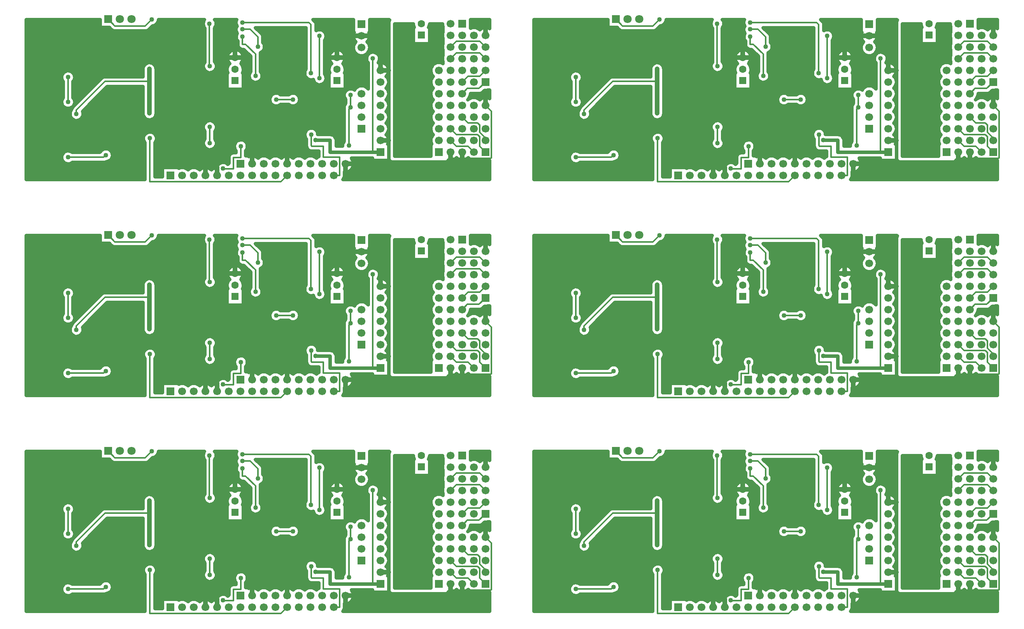
<source format=gbr>
G04 DipTrace 2.4.0.2*
%INBottom.gbr*%
%MOIN*%
%ADD13C,0.013*%
%ADD14C,0.03*%
%ADD15C,0.0394*%
%ADD18C,0.04*%
%ADD29R,0.0669X0.0669*%
%ADD30C,0.0669*%
%ADD31R,0.0709X0.0709*%
%ADD32C,0.0709*%
%ADD33R,0.063X0.063*%
%ADD34C,0.063*%
%FSLAX44Y44*%
G04*
G70*
G90*
G75*
G01*
%LNBottom*%
%LPD*%
X31000Y3000D2*
D14*
X30357D1*
X26688D1*
Y4004D1*
X25429D1*
X30357Y11014D2*
D13*
Y3000D1*
X4232Y9409D2*
Y7299D1*
Y2547D2*
X7283D1*
X7469Y2732D1*
X11425Y14370D2*
X10858Y13803D1*
X8252D1*
X7681Y14374D1*
X28440Y7876D2*
Y6813D1*
X17520Y1575D2*
Y1539D1*
X18425D1*
Y2531D1*
X19031D1*
Y3496D1*
X28317Y3553D2*
Y6690D1*
X28440Y6813D1*
X16358Y13996D2*
Y10386D1*
X16382Y10362D1*
Y5154D2*
Y3760D1*
X37000Y12000D2*
X37500Y12500D1*
X39500D1*
X40000Y12000D1*
X37000Y11000D2*
X37500Y11500D1*
X39500D1*
X40000Y11000D1*
X38000Y9000D2*
X38500Y9500D1*
X39500D1*
X40000Y10000D1*
X38000Y8000D2*
X38438Y8438D1*
X39438D1*
X40000Y9000D1*
X38000Y6000D2*
X38500Y5500D1*
X39323D1*
X39500Y5323D1*
Y4687D1*
X40000Y4187D1*
Y4000D1*
X25062Y4500D2*
Y3563D1*
X25125Y3500D1*
X26125D1*
Y2563D1*
X27500D1*
Y1000D1*
X27000D1*
X11250Y4173D2*
Y469D1*
X22469D1*
X23000Y1000D1*
X40000Y7000D2*
X40005D1*
X40504Y6501D1*
Y2500D1*
X40442Y2438D1*
X38066D1*
X38004Y2500D1*
Y2996D1*
X38000Y3000D1*
X37000D2*
Y2504D1*
X37066Y2438D1*
X38066D1*
X22565Y6313D2*
X21440D1*
X29688Y10375D2*
Y10812D1*
X29420Y11080D1*
X27284D1*
X12479Y4061D2*
Y5616D1*
X12732D1*
X37000Y5000D2*
X37500Y4500D1*
X39313D1*
X39500Y4313D1*
Y3500D1*
X40000Y3000D1*
X19173Y14094D2*
X24870D1*
X25052Y13912D1*
Y9752D1*
X20496Y12031D2*
Y12856D1*
X19848Y13504D1*
X19173D1*
X11203Y6321D2*
D15*
Y9039D1*
Y10110D1*
X4953Y6261D2*
D13*
Y6583D1*
X7409Y9039D1*
X11203D1*
X22063Y7501D2*
X23500D1*
X37000Y4000D2*
X37500Y3500D1*
X38500D1*
X39000Y3000D1*
X19190Y12876D2*
Y12224D1*
X19459D1*
X20295Y11388D1*
Y9528D1*
X25778Y12939D2*
Y9331D1*
D18*
X25429Y4004D3*
X30357Y11014D3*
X4232Y9409D3*
Y7299D3*
Y2547D3*
X7469Y2732D3*
X11425Y14370D3*
X28440Y7876D3*
Y6813D3*
X17520Y1575D3*
X19031Y3496D3*
X28317Y3553D3*
X16358Y13996D3*
X16382Y10362D3*
Y5154D3*
Y3760D3*
X25062Y4500D3*
X11250Y4173D3*
X22565Y6313D3*
X21440D3*
X29688Y10375D3*
X12732Y5616D3*
X12479Y4061D3*
X19173Y14094D3*
X25052Y9752D3*
X20496Y12031D3*
X19173Y13504D3*
X11203Y6321D3*
Y10110D3*
X4953Y6261D3*
X23500Y7501D3*
X22063D3*
X19190Y12876D3*
X20295Y9528D3*
X25778Y12939D3*
Y9331D3*
X8750Y5846D3*
Y5346D3*
X17000Y13000D3*
Y12500D3*
Y12000D3*
Y11500D3*
Y11000D3*
Y10500D3*
Y10000D3*
Y9500D3*
Y9000D3*
Y8500D3*
Y8000D3*
Y7500D3*
Y7000D3*
Y6500D3*
Y6000D3*
X8295Y8453D3*
X4752Y1709D3*
X5252D3*
X8750Y4846D3*
Y4346D3*
X9250Y5846D3*
Y5346D3*
Y4846D3*
Y4346D3*
X6406Y13283D3*
X6906D3*
X7406D3*
X7906D3*
X33316Y9924D3*
Y9424D3*
Y8924D3*
Y8424D3*
X33879Y9924D3*
Y9424D3*
Y8924D3*
Y8424D3*
X33316Y7924D3*
X33879D3*
X32441Y9174D3*
Y8674D3*
X8406Y13283D3*
X8906D3*
X9406D3*
X9906D3*
X8795Y8453D3*
X9295D3*
X5752Y1709D3*
X6252D3*
X6752D3*
X7252D3*
X7752D3*
X8252D3*
X8752D3*
X9252D3*
X9752D3*
X10252D3*
X10752D3*
X8295Y7953D3*
X11752Y1709D3*
X12252D3*
X12752D3*
X13252D3*
X17500Y7500D3*
Y7000D3*
X8795Y7953D3*
X9295D3*
X1406Y11118D3*
X1906D3*
X2406D3*
X2906D3*
X3406D3*
X14583Y11496D3*
X15083D3*
X15583D3*
X17500Y6500D3*
X13250Y7096D3*
Y6596D3*
Y6096D3*
Y5596D3*
X18000Y7500D3*
Y7000D3*
Y6500D3*
X18500Y7500D3*
Y7000D3*
Y6500D3*
X19000Y7500D3*
Y7000D3*
Y6500D3*
X19500Y7500D3*
Y7000D3*
Y6500D3*
X20000Y7500D3*
Y7000D3*
Y6500D3*
X20500Y7500D3*
Y7000D3*
Y6500D3*
X21000Y7500D3*
Y7000D3*
Y6500D3*
X22500Y13500D3*
Y13000D3*
X23000Y13500D3*
Y13000D3*
X28500Y14000D3*
Y13500D3*
Y13000D3*
Y12500D3*
Y12000D3*
Y11500D3*
Y11000D3*
Y10500D3*
Y10000D3*
X29000Y1500D3*
X29500D3*
X30000D3*
X30500D3*
X31000D3*
X31500D3*
X32000D3*
X32500D3*
X33000D3*
X33500D3*
X34000D3*
X34500D3*
X35000D3*
X35500D3*
X36000D3*
X36500D3*
X37000D3*
X37500D3*
X38000D3*
X38500D3*
X39000D3*
X39500D3*
X40000D3*
X1000Y11000D3*
Y10500D3*
Y10000D3*
Y9500D3*
Y9000D3*
Y8500D3*
Y8000D3*
Y7500D3*
Y7000D3*
Y6500D3*
Y6000D3*
Y5500D3*
Y5000D3*
Y4500D3*
Y4000D3*
Y3500D3*
Y3000D3*
Y2500D3*
Y2000D3*
Y1500D3*
Y1000D3*
X680Y14051D2*
D14*
X6954D1*
X11919D2*
X15767D1*
X16947D2*
X18585D1*
X25485D2*
X28640D1*
X30091D2*
X31675D1*
X38727D2*
X40320D1*
X680Y13753D2*
X6954D1*
X11443D2*
X15821D1*
X16894D2*
X18638D1*
X25510D2*
X28640D1*
X30091D2*
X31675D1*
X38727D2*
X40320D1*
X680Y13454D2*
X7975D1*
X11136D2*
X15903D1*
X16816D2*
X18585D1*
X20531D2*
X24597D1*
X26031D2*
X28640D1*
X30091D2*
X31675D1*
X680Y13155D2*
X15903D1*
X16816D2*
X18671D1*
X20831D2*
X24597D1*
X26326D2*
X28673D1*
X30062D2*
X31675D1*
X680Y12857D2*
X15903D1*
X16816D2*
X18597D1*
X20954D2*
X24597D1*
X26363D2*
X28645D1*
X30087D2*
X31675D1*
X680Y12558D2*
X15903D1*
X16816D2*
X18695D1*
X20954D2*
X24597D1*
X26236D2*
X28755D1*
X29976D2*
X31675D1*
X680Y12259D2*
X15903D1*
X16816D2*
X18732D1*
X21040D2*
X24597D1*
X26236D2*
X28714D1*
X30017D2*
X31675D1*
X680Y11960D2*
X15903D1*
X16816D2*
X18823D1*
X21085D2*
X24597D1*
X26236D2*
X28640D1*
X30091D2*
X31675D1*
X680Y11662D2*
X15903D1*
X16816D2*
X18109D1*
X18989D2*
X19388D1*
X20949D2*
X24597D1*
X26236D2*
X26848D1*
X27720D2*
X28698D1*
X30033D2*
X31675D1*
X680Y11363D2*
X15903D1*
X16816D2*
X17875D1*
X19223D2*
X19688D1*
X20753D2*
X24597D1*
X26236D2*
X26610D1*
X27958D2*
X28952D1*
X30829D2*
X31675D1*
X680Y11064D2*
X15903D1*
X16816D2*
X17822D1*
X19276D2*
X19840D1*
X20753D2*
X24597D1*
X26236D2*
X26557D1*
X28011D2*
X29768D1*
X30948D2*
X31675D1*
X680Y10766D2*
X15903D1*
X16816D2*
X17908D1*
X19190D2*
X19840D1*
X20753D2*
X24597D1*
X26236D2*
X26639D1*
X27925D2*
X29822D1*
X30890D2*
X31675D1*
X680Y10467D2*
X10739D1*
X11669D2*
X15800D1*
X16963D2*
X17928D1*
X19170D2*
X19840D1*
X20753D2*
X24597D1*
X26236D2*
X26664D1*
X27905D2*
X29899D1*
X680Y10168D2*
X10612D1*
X11792D2*
X15825D1*
X16939D2*
X17826D1*
X19272D2*
X19840D1*
X20753D2*
X24597D1*
X26236D2*
X26561D1*
X28007D2*
X29899D1*
X680Y9870D2*
X3878D1*
X4586D2*
X10616D1*
X11792D2*
X16083D1*
X16684D2*
X17863D1*
X19235D2*
X19819D1*
X20769D2*
X24474D1*
X26236D2*
X26594D1*
X27970D2*
X29899D1*
X680Y9571D2*
X3665D1*
X4800D2*
X10616D1*
X11792D2*
X17822D1*
X19276D2*
X19704D1*
X20884D2*
X24490D1*
X26314D2*
X26557D1*
X28011D2*
X29899D1*
X680Y9272D2*
X3657D1*
X4808D2*
X7007D1*
X11792D2*
X17822D1*
X19276D2*
X19766D1*
X20826D2*
X24728D1*
X26367D2*
X26557D1*
X28011D2*
X29899D1*
X680Y8974D2*
X3776D1*
X4689D2*
X6712D1*
X11792D2*
X17822D1*
X19276D2*
X20172D1*
X20420D2*
X25314D1*
X26240D2*
X26557D1*
X28011D2*
X29899D1*
X680Y8675D2*
X3776D1*
X4689D2*
X6413D1*
X11792D2*
X17822D1*
X19276D2*
X26557D1*
X28011D2*
X29174D1*
X29582D2*
X29899D1*
X680Y8376D2*
X3776D1*
X4689D2*
X6113D1*
X7379D2*
X10616D1*
X11792D2*
X28156D1*
X680Y8078D2*
X3776D1*
X4689D2*
X5814D1*
X7080D2*
X10616D1*
X11792D2*
X27886D1*
X39695D2*
X40320D1*
X680Y7779D2*
X3776D1*
X4689D2*
X5515D1*
X6784D2*
X10616D1*
X11792D2*
X21546D1*
X24017D2*
X27857D1*
X38691D2*
X40320D1*
X680Y7480D2*
X3669D1*
X4795D2*
X5215D1*
X6485D2*
X10616D1*
X11792D2*
X21472D1*
X24091D2*
X27984D1*
X680Y7181D2*
X3653D1*
X6186D2*
X10616D1*
X11792D2*
X21570D1*
X23992D2*
X27984D1*
X680Y6883D2*
X3825D1*
X5886D2*
X10616D1*
X11792D2*
X27853D1*
X680Y6584D2*
X4465D1*
X5587D2*
X10616D1*
X11792D2*
X27861D1*
X680Y6285D2*
X4362D1*
X5546D2*
X10612D1*
X11792D2*
X27861D1*
X680Y5987D2*
X4432D1*
X5472D2*
X10723D1*
X11685D2*
X27861D1*
X680Y5688D2*
X16177D1*
X16586D2*
X27861D1*
X680Y5389D2*
X15841D1*
X16922D2*
X27861D1*
X680Y5091D2*
X15792D1*
X16971D2*
X27861D1*
X680Y4792D2*
X15923D1*
X16840D2*
X24552D1*
X25571D2*
X27861D1*
X680Y4493D2*
X10760D1*
X11743D2*
X15923D1*
X16840D2*
X24470D1*
X26867D2*
X27861D1*
X31522D2*
X31678D1*
X680Y4195D2*
X10657D1*
X11841D2*
X15923D1*
X16840D2*
X24560D1*
X27191D2*
X27861D1*
X680Y3896D2*
X10731D1*
X11767D2*
X15808D1*
X16955D2*
X18605D1*
X19457D2*
X24605D1*
X27228D2*
X27841D1*
X680Y3597D2*
X10793D1*
X11706D2*
X15812D1*
X16951D2*
X18449D1*
X19612D2*
X24605D1*
X27228D2*
X27726D1*
X680Y3299D2*
X10793D1*
X11706D2*
X16030D1*
X16734D2*
X18474D1*
X19588D2*
X24695D1*
X680Y3000D2*
X3870D1*
X4594D2*
X6946D1*
X7994D2*
X10793D1*
X11706D2*
X18576D1*
X19489D2*
X25667D1*
X680Y2701D2*
X3661D1*
X8060D2*
X10793D1*
X11706D2*
X18002D1*
X19489D2*
X25667D1*
X680Y2402D2*
X3661D1*
X7953D2*
X10793D1*
X11706D2*
X17969D1*
X28598D2*
X30273D1*
X37386D2*
X37614D1*
X38387D2*
X38610D1*
X680Y2104D2*
X3858D1*
X4607D2*
X10793D1*
X11706D2*
X17301D1*
X17738D2*
X17969D1*
X28717D2*
X40320D1*
X680Y1805D2*
X10793D1*
X11706D2*
X16977D1*
X28700D2*
X40320D1*
X680Y1506D2*
X10793D1*
X11706D2*
X12273D1*
X28520D2*
X40320D1*
X680Y1208D2*
X10793D1*
X11706D2*
X12273D1*
X27958D2*
X40320D1*
X680Y909D2*
X10793D1*
X11706D2*
X12273D1*
X27946D2*
X40320D1*
X38697Y14348D2*
Y13626D1*
X38868Y13684D1*
X38998Y13697D1*
X39128Y13685D1*
X39254Y13649D1*
X39371Y13589D1*
X39500Y13482D1*
X39561Y13541D1*
X39670Y13614D1*
X39791Y13665D1*
X39919Y13692D1*
X40050Y13695D1*
X40180Y13673D1*
X40303Y13628D1*
X40350Y13603D1*
Y14349D1*
X38700Y14350D1*
X38684Y7870D2*
X38648Y7744D1*
X38588Y7627D1*
X38480Y7499D1*
X38522Y7507D1*
X38625Y7587D1*
X38742Y7647D1*
X38868Y7684D1*
X38998Y7697D1*
X39128Y7685D1*
X39254Y7649D1*
X39371Y7589D1*
X39500Y7482D1*
X39561Y7541D1*
X39670Y7614D1*
X39791Y7665D1*
X39919Y7692D1*
X40050Y7695D1*
X40180Y7673D1*
X40303Y7628D1*
X40350Y7603D1*
Y8304D1*
X39905Y8303D1*
X39739Y8136D1*
X39634Y8058D1*
X39506Y8017D1*
X39306Y8011D1*
X38695D1*
X38684Y7870D1*
X38499Y2515D2*
X38388Y2422D1*
X38273Y2359D1*
X38148Y2319D1*
X38018Y2304D1*
X37887Y2313D1*
X37761Y2346D1*
X37642Y2402D1*
X37537Y2480D1*
X37499Y2515D1*
X37410Y2437D1*
X37297Y2370D1*
X37174Y2325D1*
X37044Y2305D1*
X36913Y2309D1*
X36821Y2327D1*
X36802Y2295D1*
X36709Y2202D1*
X36590Y2149D1*
X36373Y2138D1*
X32066D1*
X31937Y2162D1*
X31826Y2229D1*
X31745Y2332D1*
X31707Y2461D1*
X31704Y3419D1*
Y14126D1*
X31730Y14258D1*
X31714Y14213D1*
X31771Y14335D1*
X31707Y14350D1*
X30063D1*
Y13248D1*
X29995Y13244D1*
X30040Y13121D1*
X30061Y12991D1*
X30058Y12866D1*
X30031Y12738D1*
X29981Y12617D1*
X29909Y12508D1*
X29851Y12444D1*
X29928Y12356D1*
X29995Y12244D1*
X30040Y12121D1*
X30063Y11945D1*
X30050Y11814D1*
X30014Y11689D1*
X29954Y11572D1*
X29874Y11468D1*
X29776Y11382D1*
X29663Y11315D1*
X29540Y11270D1*
X29411Y11250D1*
X29280Y11254D1*
X29152Y11282D1*
X29031Y11334D1*
X28923Y11407D1*
X28830Y11500D1*
X28756Y11608D1*
X28704Y11728D1*
X28675Y11856D1*
X28671Y11987D1*
X28691Y12117D1*
X28735Y12240D1*
X28802Y12353D1*
X28880Y12442D1*
X28783Y12563D1*
X28722Y12679D1*
X28684Y12805D1*
X28670Y12935D1*
X28680Y13065D1*
X28715Y13192D1*
X28739Y13248D1*
X28670D1*
Y14351D1*
X25215Y14350D1*
X25354Y14214D1*
X25432Y14109D1*
X25473Y13981D1*
X25479Y13781D1*
Y13416D1*
X25625Y13480D1*
X25754Y13500D1*
X25884Y13491D1*
X26009Y13451D1*
X26121Y13383D1*
X26215Y13292D1*
X26285Y13181D1*
X26327Y13057D1*
X26340Y12939D1*
X26324Y12809D1*
X26279Y12686D1*
X26204Y12574D1*
X26205Y9695D1*
X26285Y9573D1*
X26327Y9449D1*
X26340Y9331D1*
X26324Y9201D1*
X26279Y9078D1*
X26207Y8968D1*
X26112Y8879D1*
X25998Y8814D1*
X25872Y8777D1*
X25742Y8770D1*
X25613Y8793D1*
X25493Y8846D1*
X25389Y8925D1*
X25305Y9026D1*
X25248Y9144D1*
X25230Y9219D1*
X25147Y9198D1*
X25017Y9191D1*
X24888Y9215D1*
X24768Y9267D1*
X24664Y9346D1*
X24580Y9447D1*
X24522Y9565D1*
X24494Y9693D1*
X24495Y9823D1*
X24527Y9951D1*
X24587Y10067D1*
X24627Y10113D1*
X24625Y13668D1*
X20289D1*
X20798Y13158D1*
X20875Y13052D1*
X20917Y12924D1*
X20923Y12725D1*
Y12401D1*
X21003Y12274D1*
X21045Y12150D1*
X21058Y12031D1*
X21043Y11901D1*
X20998Y11778D1*
X20926Y11669D1*
X20830Y11580D1*
X20705Y11511D1*
X20722Y11388D1*
Y9891D1*
X20802Y9770D1*
X20845Y9646D1*
X20857Y9528D1*
X20842Y9398D1*
X20797Y9275D1*
X20725Y9165D1*
X20629Y9076D1*
X20516Y9011D1*
X20390Y8974D1*
X20259Y8967D1*
X20131Y8990D1*
X20011Y9043D1*
X19906Y9122D1*
X19823Y9223D1*
X19765Y9340D1*
X19736Y9468D1*
X19738Y9599D1*
X19770Y9726D1*
X19830Y9842D1*
X19870Y9889D1*
X19868Y11213D1*
X19283Y11796D1*
X19190Y11797D1*
X19060Y11817D1*
X18943Y11876D1*
X18849Y11966D1*
X18787Y12081D1*
X18763Y12224D1*
Y12507D1*
X18717Y12572D1*
X18660Y12689D1*
X18631Y12817D1*
X18632Y12948D1*
X18664Y13075D1*
X18718Y13180D1*
X18643Y13317D1*
X18614Y13445D1*
X18616Y13575D1*
X18647Y13702D1*
X18698Y13801D1*
X18643Y13907D1*
X18614Y14035D1*
X18616Y14166D1*
X18647Y14293D1*
X18676Y14348D1*
X16792Y14350D1*
X16865Y14238D1*
X16908Y14114D1*
X16920Y13996D1*
X16905Y13866D1*
X16860Y13743D1*
X16785Y13631D1*
Y10752D1*
X16819Y10715D1*
X16889Y10604D1*
X16931Y10480D1*
X16944Y10362D1*
X16929Y10232D1*
X16884Y10109D1*
X16812Y10000D1*
X16716Y9910D1*
X16602Y9845D1*
X16477Y9808D1*
X16346Y9801D1*
X16217Y9825D1*
X16097Y9878D1*
X15993Y9957D1*
X15910Y10058D1*
X15852Y10175D1*
X15823Y10303D1*
X15824Y10434D1*
X15856Y10561D1*
X15930Y10693D1*
X15931Y13630D1*
X15886Y13691D1*
X15828Y13809D1*
X15799Y13937D1*
X15801Y14068D1*
X15833Y14195D1*
X15893Y14311D1*
X15927Y14351D1*
X11985Y14350D1*
X11972Y14240D1*
X11927Y14117D1*
X11855Y14008D1*
X11759Y13918D1*
X11646Y13853D1*
X11520Y13816D1*
X11475Y13814D1*
X11160Y13501D1*
X11055Y13424D1*
X10927Y13382D1*
X10727Y13376D1*
X8252D1*
X8123Y13396D1*
X8003Y13457D1*
X7857Y13594D1*
X7773Y13678D1*
X6984Y13677D1*
Y14354D1*
X6379Y14350D1*
X650D1*
Y651D1*
X10822Y650D1*
X10823Y3811D1*
X10778Y3869D1*
X10720Y3986D1*
X10691Y4114D1*
X10693Y4245D1*
X10724Y4372D1*
X10784Y4488D1*
X10870Y4587D1*
X10976Y4664D1*
X11097Y4714D1*
X11226Y4735D1*
X11357Y4725D1*
X11482Y4685D1*
X11594Y4618D1*
X11687Y4526D1*
X11757Y4415D1*
X11799Y4291D1*
X11812Y4173D1*
X11797Y4043D1*
X11752Y3920D1*
X11677Y3808D1*
Y896D1*
X12304Y895D1*
X12303Y1697D1*
X13697D1*
Y1627D1*
X13868Y1684D1*
X13998Y1697D1*
X14128Y1685D1*
X14254Y1649D1*
X14371Y1589D1*
X14500Y1482D1*
X14625Y1587D1*
X14742Y1647D1*
X14868Y1684D1*
X14998Y1697D1*
X15128Y1685D1*
X15254Y1649D1*
X15371Y1589D1*
X15500Y1482D1*
X15561Y1541D1*
X15670Y1614D1*
X15791Y1665D1*
X15919Y1692D1*
X16050Y1695D1*
X16180Y1673D1*
X16303Y1628D1*
X16415Y1560D1*
X16500Y1485D1*
X16603Y1573D1*
X16718Y1637D1*
X16842Y1678D1*
X16971Y1696D1*
X16994Y1773D1*
X17054Y1890D1*
X17140Y1989D1*
X17246Y2066D1*
X17367Y2116D1*
X17496Y2136D1*
X17627Y2127D1*
X17751Y2087D1*
X17864Y2019D1*
X17919Y1965D1*
X17998Y2064D1*
Y2531D1*
X18018Y2661D1*
X18076Y2778D1*
X18167Y2872D1*
X18282Y2934D1*
X18425Y2958D1*
X18602D1*
X18605Y3134D1*
X18559Y3191D1*
X18502Y3309D1*
X18473Y3437D1*
X18474Y3568D1*
X18506Y3695D1*
X18566Y3811D1*
X18651Y3910D1*
X18758Y3987D1*
X18879Y4037D1*
X19008Y4058D1*
X19138Y4048D1*
X19263Y4008D1*
X19375Y3941D1*
X19469Y3849D1*
X19539Y3738D1*
X19581Y3614D1*
X19593Y3496D1*
X19578Y3366D1*
X19533Y3243D1*
X19458Y3131D1*
Y2696D1*
X19697Y2697D1*
Y2627D1*
X19816Y2672D1*
X19946Y2695D1*
X20077Y2692D1*
X20205Y2666D1*
X20326Y2616D1*
X20435Y2544D1*
X20500Y2485D1*
X20625Y2587D1*
X20742Y2647D1*
X20868Y2684D1*
X20998Y2697D1*
X21128Y2685D1*
X21254Y2649D1*
X21371Y2589D1*
X21500Y2482D1*
X21625Y2587D1*
X21742Y2647D1*
X21868Y2684D1*
X21998Y2697D1*
X22128Y2685D1*
X22254Y2649D1*
X22371Y2589D1*
X22500Y2482D1*
X22561Y2541D1*
X22670Y2614D1*
X22791Y2665D1*
X22919Y2692D1*
X23050Y2695D1*
X23180Y2673D1*
X23303Y2628D1*
X23415Y2560D1*
X23500Y2485D1*
X23625Y2587D1*
X23742Y2647D1*
X23868Y2684D1*
X23998Y2697D1*
X24128Y2685D1*
X24254Y2649D1*
X24371Y2589D1*
X24500Y2482D1*
X24625Y2587D1*
X24742Y2647D1*
X24868Y2684D1*
X24998Y2697D1*
X25128Y2685D1*
X25254Y2649D1*
X25371Y2589D1*
X25500Y2482D1*
X25625Y2587D1*
X25702Y2626D1*
X25698Y3075D1*
X25125Y3073D1*
X24996Y3093D1*
X24856Y3168D1*
X24722Y3305D1*
X24665Y3408D1*
X24637Y3534D1*
X24636Y4133D1*
X24590Y4195D1*
X24533Y4313D1*
X24504Y4441D1*
X24505Y4571D1*
X24537Y4699D1*
X24597Y4815D1*
X24682Y4914D1*
X24789Y4991D1*
X24910Y5041D1*
X25039Y5061D1*
X25169Y5052D1*
X25294Y5012D1*
X25406Y4945D1*
X25500Y4853D1*
X25570Y4742D1*
X25612Y4618D1*
X25621Y4533D1*
X25664Y4514D1*
X26688Y4516D1*
X26817Y4499D1*
X26939Y4450D1*
X27044Y4372D1*
X27125Y4270D1*
X27178Y4150D1*
X27200Y4004D1*
Y3516D1*
X27475Y3512D1*
X27758D1*
X27760Y3625D1*
X27791Y3752D1*
X27851Y3868D1*
X27891Y3914D1*
Y6694D1*
X27882Y6754D1*
X27883Y6885D1*
X27915Y7012D1*
X27975Y7128D1*
X28015Y7175D1*
X28014Y7514D1*
X27968Y7571D1*
X27911Y7689D1*
X27882Y7816D1*
X27883Y7947D1*
X27915Y8074D1*
X27975Y8191D1*
X28060Y8290D1*
X28167Y8367D1*
X28288Y8417D1*
X28417Y8437D1*
X28547Y8428D1*
X28672Y8388D1*
X28767Y8331D1*
X28814Y8409D1*
X28900Y8507D1*
X29003Y8588D1*
X29120Y8648D1*
X29246Y8684D1*
X29376Y8697D1*
X29507Y8685D1*
X29633Y8649D1*
X29749Y8590D1*
X29853Y8510D1*
X29932Y8421D1*
X29930Y10648D1*
X29885Y10709D1*
X29827Y10827D1*
X29798Y10954D1*
X29800Y11085D1*
X29831Y11212D1*
X29892Y11329D1*
X29977Y11428D1*
X30083Y11504D1*
X30204Y11555D1*
X30333Y11575D1*
X30464Y11565D1*
X30589Y11526D1*
X30701Y11458D1*
X30794Y11367D1*
X30864Y11256D1*
X30907Y11132D1*
X30919Y11014D1*
X30904Y10884D1*
X30859Y10761D1*
X30798Y10669D1*
X30946Y10695D1*
X31077Y10692D1*
X31205Y10666D1*
X31326Y10616D1*
X31435Y10544D1*
X31530Y10453D1*
X31605Y10345D1*
X31659Y10226D1*
X31690Y10099D1*
X31696Y9974D1*
X31679Y9844D1*
X31638Y9719D1*
X31574Y9605D1*
X31484Y9499D1*
X31562Y9411D1*
X31629Y9299D1*
X31674Y9176D1*
X31697Y9000D1*
X31684Y8870D1*
X31648Y8744D1*
X31588Y8627D1*
X31480Y8499D1*
X31562Y8411D1*
X31629Y8299D1*
X31674Y8176D1*
X31697Y8000D1*
X31684Y7870D1*
X31648Y7744D1*
X31588Y7627D1*
X31480Y7499D1*
X31562Y7411D1*
X31629Y7299D1*
X31674Y7176D1*
X31697Y7000D1*
X31684Y6870D1*
X31648Y6744D1*
X31588Y6627D1*
X31480Y6499D1*
X31562Y6411D1*
X31629Y6299D1*
X31674Y6176D1*
X31697Y6000D1*
X31684Y5870D1*
X31648Y5744D1*
X31588Y5627D1*
X31480Y5499D1*
X31562Y5411D1*
X31629Y5299D1*
X31674Y5176D1*
X31697Y5000D1*
X31684Y4870D1*
X31648Y4744D1*
X31588Y4627D1*
X31480Y4499D1*
X31530Y4453D1*
X31605Y4345D1*
X31659Y4226D1*
X31690Y4099D1*
X31696Y3974D1*
X31679Y3844D1*
X31638Y3719D1*
X31627Y3696D1*
X31697Y3697D1*
Y2303D1*
X30303D1*
Y2488D1*
X28499D1*
X28592Y2368D1*
X28650Y2251D1*
X28685Y2125D1*
X28697Y2000D1*
X28684Y1870D1*
X28648Y1744D1*
X28588Y1627D1*
X28508Y1523D1*
X28410Y1437D1*
X28297Y1370D1*
X28174Y1325D1*
X28044Y1305D1*
X27927Y1307D1*
Y1000D1*
X27907Y871D1*
X27849Y754D1*
X27766Y667D1*
X27797Y650D1*
X40350D1*
Y2300D1*
X39384Y2303D1*
X39303D1*
Y2373D1*
X39174Y2325D1*
X39044Y2305D1*
X38913Y2309D1*
X38785Y2337D1*
X38665Y2389D1*
X38557Y2463D1*
X38502Y2518D1*
X19177Y9796D2*
X19245D1*
Y8403D1*
X17852D1*
Y9796D1*
X17922D1*
X17887Y9883D1*
X17858Y10011D1*
X17853Y10142D1*
X17874Y10272D1*
X17918Y10395D1*
X17984Y10508D1*
X18062Y10597D1*
X17966Y10718D1*
X17905Y10834D1*
X17866Y10959D1*
X17852Y11090D1*
X17863Y11220D1*
X17897Y11347D1*
X17955Y11464D1*
X18034Y11569D1*
X18131Y11657D1*
X18243Y11726D1*
X18365Y11772D1*
X18494Y11794D1*
X18625Y11792D1*
X18754Y11766D1*
X18875Y11716D1*
X18984Y11644D1*
X19078Y11552D1*
X19154Y11445D1*
X19208Y11326D1*
X19238Y11198D1*
X19245Y11074D1*
X19228Y10944D1*
X19186Y10819D1*
X19123Y10705D1*
X19033Y10599D1*
X19111Y10511D1*
X19178Y10399D1*
X19223Y10276D1*
X19245Y10100D1*
X19233Y9969D1*
X19196Y9844D1*
X19172Y9796D1*
X27912Y9793D2*
X27980D1*
Y8399D1*
X26587D1*
Y9793D1*
X26657D1*
X26622Y9880D1*
X26593Y10007D1*
X26588Y10138D1*
X26609Y10268D1*
X26653Y10391D1*
X26719Y10504D1*
X26797Y10593D1*
X26701Y10714D1*
X26640Y10830D1*
X26601Y10956D1*
X26587Y11086D1*
X26598Y11217D1*
X26632Y11343D1*
X26690Y11461D1*
X26769Y11565D1*
X26866Y11653D1*
X26978Y11722D1*
X27100Y11768D1*
X27229Y11791D1*
X27360Y11788D1*
X27489Y11762D1*
X27610Y11712D1*
X27719Y11640D1*
X27813Y11549D1*
X27889Y11441D1*
X27943Y11322D1*
X27973Y11195D1*
X27980Y11070D1*
X27963Y10940D1*
X27921Y10815D1*
X27858Y10701D1*
X27768Y10595D1*
X27846Y10507D1*
X27913Y10395D1*
X27958Y10272D1*
X27980Y10096D1*
X27968Y9966D1*
X27932Y9840D1*
X27907Y9792D1*
X4659Y9044D2*
Y7667D1*
X4739Y7541D1*
X4782Y7417D1*
X4794Y7299D1*
X4779Y7169D1*
X4734Y7046D1*
X4662Y6937D1*
X4566Y6847D1*
X4453Y6782D1*
X4327Y6745D1*
X4196Y6738D1*
X4068Y6762D1*
X3948Y6815D1*
X3843Y6894D1*
X3760Y6995D1*
X3702Y7112D1*
X3673Y7240D1*
X3675Y7371D1*
X3707Y7498D1*
X3767Y7614D1*
X3807Y7661D1*
X3805Y9042D1*
X3760Y9105D1*
X3702Y9222D1*
X3673Y9350D1*
X3675Y9481D1*
X3707Y9608D1*
X3767Y9724D1*
X3852Y9823D1*
X3958Y9900D1*
X4079Y9950D1*
X4209Y9971D1*
X4339Y9961D1*
X4464Y9921D1*
X4576Y9854D1*
X4670Y9762D1*
X4739Y9652D1*
X4782Y9528D1*
X4794Y9409D1*
X4779Y9279D1*
X4734Y9156D1*
X4659Y9044D1*
X4597Y2974D2*
X6959D1*
X7003Y3047D1*
X7088Y3146D1*
X7195Y3223D1*
X7316Y3273D1*
X7445Y3294D1*
X7575Y3284D1*
X7700Y3244D1*
X7812Y3177D1*
X7906Y3085D1*
X7976Y2974D1*
X8018Y2850D1*
X8030Y2732D1*
X8015Y2602D1*
X7970Y2479D1*
X7898Y2370D1*
X7803Y2280D1*
X7689Y2215D1*
X7563Y2178D1*
X7480Y2168D1*
X7352Y2126D1*
X7152Y2120D1*
X4597D1*
X4453Y2030D1*
X4327Y1993D1*
X4196Y1986D1*
X4068Y2010D1*
X3948Y2063D1*
X3843Y2142D1*
X3760Y2243D1*
X3702Y2360D1*
X3673Y2488D1*
X3675Y2619D1*
X3707Y2746D1*
X3767Y2862D1*
X3852Y2961D1*
X3958Y3038D1*
X4079Y3088D1*
X4209Y3109D1*
X4339Y3099D1*
X4464Y3059D1*
X4597Y2972D1*
X16809Y4789D2*
Y4124D1*
X16889Y4002D1*
X16931Y3878D1*
X16944Y3760D1*
X16929Y3630D1*
X16884Y3507D1*
X16812Y3398D1*
X16716Y3308D1*
X16602Y3243D1*
X16477Y3206D1*
X16346Y3199D1*
X16217Y3222D1*
X16097Y3275D1*
X15993Y3354D1*
X15910Y3455D1*
X15852Y3573D1*
X15823Y3700D1*
X15824Y3831D1*
X15856Y3958D1*
X15916Y4075D1*
X15956Y4121D1*
X15955Y4789D1*
X15910Y4849D1*
X15852Y4966D1*
X15823Y5094D1*
X15824Y5225D1*
X15856Y5352D1*
X15916Y5468D1*
X16002Y5568D1*
X16108Y5644D1*
X16229Y5694D1*
X16358Y5715D1*
X16489Y5705D1*
X16614Y5666D1*
X16726Y5598D1*
X16819Y5506D1*
X16889Y5396D1*
X16931Y5272D1*
X16944Y5154D1*
X16929Y5024D1*
X16884Y4901D1*
X16809Y4788D1*
X22427Y7928D2*
X23133D1*
X23226Y7991D1*
X23347Y8042D1*
X23476Y8062D1*
X23607Y8053D1*
X23732Y8013D1*
X23844Y7945D1*
X23937Y7854D1*
X24007Y7743D1*
X24049Y7619D1*
X24062Y7501D1*
X24047Y7371D1*
X24002Y7248D1*
X23930Y7139D1*
X23834Y7049D1*
X23721Y6984D1*
X23595Y6947D1*
X23464Y6940D1*
X23335Y6963D1*
X23215Y7016D1*
X23140Y7073D1*
X22430Y7074D1*
X22283Y6984D1*
X22157Y6947D1*
X22027Y6940D1*
X21898Y6963D1*
X21778Y7016D1*
X21674Y7095D1*
X21590Y7196D1*
X21533Y7314D1*
X21504Y7441D1*
X21505Y7572D1*
X21537Y7699D1*
X21597Y7816D1*
X21682Y7915D1*
X21789Y7991D1*
X21910Y8042D1*
X22039Y8062D1*
X22169Y8053D1*
X22294Y8013D1*
X22427Y7925D1*
X10644Y6382D2*
Y8613D1*
X7590Y8612D1*
X6319Y7346D1*
X5464Y6490D1*
X5502Y6379D1*
X5515Y6261D1*
X5500Y6131D1*
X5455Y6008D1*
X5382Y5898D1*
X5287Y5809D1*
X5173Y5744D1*
X5048Y5707D1*
X4917Y5700D1*
X4788Y5723D1*
X4668Y5776D1*
X4564Y5855D1*
X4481Y5956D1*
X4423Y6074D1*
X4394Y6201D1*
X4395Y6332D1*
X4427Y6459D1*
X4487Y6576D1*
X4527Y6622D1*
X4546Y6712D1*
X4607Y6832D1*
X4744Y6977D1*
X7108Y9341D1*
X7213Y9418D1*
X7341Y9460D1*
X7541Y9466D1*
X10645D1*
X10646Y10182D1*
X10677Y10309D1*
X10737Y10425D1*
X10823Y10524D1*
X10929Y10601D1*
X11050Y10651D1*
X11179Y10672D1*
X11310Y10662D1*
X11435Y10622D1*
X11547Y10555D1*
X11640Y10463D1*
X11710Y10352D1*
X11752Y10228D1*
X11762Y10082D1*
X11765Y6321D1*
X11750Y6191D1*
X11705Y6068D1*
X11633Y5959D1*
X11537Y5869D1*
X11424Y5804D1*
X11298Y5767D1*
X11167Y5760D1*
X11038Y5784D1*
X10919Y5836D1*
X10814Y5915D1*
X10731Y6016D1*
X10673Y6134D1*
X10644Y6261D1*
X10645Y6298D1*
X38000Y3000D2*
D18*
Y2304D1*
X37000Y3000D2*
Y2304D1*
X20000Y2696D2*
Y2000D1*
X23000Y2696D2*
Y2000D1*
X28000D2*
Y1304D1*
Y2000D2*
X28696D1*
X40000Y7696D2*
Y7000D1*
Y13696D2*
Y13000D1*
X18549Y11796D2*
Y11100D1*
X17853D2*
X19245D1*
X27284Y11792D2*
Y11096D1*
X26588D2*
X27980D1*
X28670Y12945D2*
X30062D1*
X31000Y4000D2*
X31696D1*
X31000Y10696D2*
Y10000D1*
X31696D1*
X16000Y1696D2*
Y1000D1*
X17000Y1696D2*
Y1000D1*
X32246Y13678D2*
D14*
X33775D1*
X35225D2*
X36326D1*
X32246Y13379D2*
X33775D1*
X35225D2*
X36326D1*
X32246Y13080D2*
X33775D1*
X35225D2*
X36277D1*
X32246Y12782D2*
X33775D1*
X35225D2*
X36309D1*
X32246Y12483D2*
X33775D1*
X35225D2*
X36326D1*
X32246Y12184D2*
X36297D1*
X32246Y11886D2*
X36285D1*
X32246Y11587D2*
X36326D1*
X32246Y11288D2*
X36326D1*
X32246Y10990D2*
X36273D1*
X32246Y10691D2*
X35883D1*
X36119D2*
X36326D1*
X32246Y10392D2*
X35395D1*
X32246Y10094D2*
X35280D1*
X32246Y9795D2*
X35305D1*
X32246Y9496D2*
X35481D1*
X32246Y9197D2*
X35301D1*
X32246Y8899D2*
X35280D1*
X32246Y8600D2*
X35399D1*
X32246Y8301D2*
X35342D1*
X32246Y8003D2*
X35272D1*
X32246Y7704D2*
X35338D1*
X32246Y7405D2*
X35403D1*
X32246Y7107D2*
X35280D1*
X32246Y6808D2*
X35301D1*
X32246Y6509D2*
X35477D1*
X32246Y6211D2*
X35305D1*
X32246Y5912D2*
X35280D1*
X32246Y5613D2*
X35391D1*
X32246Y5315D2*
X35350D1*
X32246Y5016D2*
X35272D1*
X32246Y4717D2*
X35333D1*
X32246Y4418D2*
X35411D1*
X32246Y4120D2*
X35284D1*
X32246Y3821D2*
X35297D1*
X32246Y3522D2*
X35272D1*
X32246Y3224D2*
X35272D1*
X32246Y2925D2*
X35272D1*
X36353Y13750D2*
X36309Y13911D1*
X36307Y13973D1*
X35585Y13976D1*
X35196D1*
X35184Y13870D1*
X35148Y13744D1*
X35124Y13696D1*
X35197Y13697D1*
Y12303D1*
X33803D1*
Y13697D1*
X33873D1*
X33838Y13784D1*
X33809Y13911D1*
X33807Y13973D1*
X33223Y13976D1*
X32218D1*
X32216Y11239D1*
Y2648D1*
X34297Y2650D1*
X35302D1*
X35303Y3697D1*
X35373D1*
X35338Y3784D1*
X35309Y3911D1*
X35305Y4042D1*
X35325Y4172D1*
X35369Y4295D1*
X35435Y4408D1*
X35514Y4497D1*
X35390Y4663D1*
X35338Y4784D1*
X35309Y4911D1*
X35305Y5042D1*
X35325Y5172D1*
X35369Y5295D1*
X35435Y5408D1*
X35514Y5497D1*
X35390Y5663D1*
X35338Y5784D1*
X35309Y5911D1*
X35305Y6042D1*
X35325Y6172D1*
X35369Y6295D1*
X35435Y6408D1*
X35514Y6497D1*
X35390Y6663D1*
X35338Y6784D1*
X35309Y6911D1*
X35305Y7042D1*
X35325Y7172D1*
X35369Y7295D1*
X35435Y7408D1*
X35514Y7497D1*
X35390Y7663D1*
X35338Y7784D1*
X35309Y7911D1*
X35305Y8042D1*
X35325Y8172D1*
X35369Y8295D1*
X35435Y8408D1*
X35514Y8497D1*
X35390Y8663D1*
X35338Y8784D1*
X35309Y8911D1*
X35305Y9042D1*
X35325Y9172D1*
X35369Y9295D1*
X35435Y9408D1*
X35514Y9497D1*
X35390Y9663D1*
X35338Y9784D1*
X35309Y9911D1*
X35305Y10042D1*
X35325Y10172D1*
X35369Y10295D1*
X35435Y10408D1*
X35522Y10507D1*
X35625Y10587D1*
X35742Y10647D1*
X35868Y10684D1*
X35998Y10697D1*
X36128Y10685D1*
X36254Y10649D1*
X36353Y10599D1*
X36354Y10739D1*
X36309Y10911D1*
X36305Y11042D1*
X36325Y11172D1*
X36354Y11253D1*
Y11740D1*
X36309Y11911D1*
X36305Y12042D1*
X36325Y12172D1*
X36354Y12253D1*
Y12741D1*
X36309Y12911D1*
X36305Y13042D1*
X36325Y13172D1*
X36354Y13261D1*
Y13741D1*
D29*
X38000Y14000D3*
D30*
X37000D3*
X38000Y13000D3*
X37000D3*
X38000Y12000D3*
X37000D3*
X38000Y11000D3*
X37000D3*
X38000Y10000D3*
X37000D3*
X38000Y9000D3*
X37000D3*
X38000Y8000D3*
X37000D3*
X38000Y7000D3*
X37000D3*
X38000Y6000D3*
X37000D3*
X38000Y5000D3*
X37000D3*
X38000Y4000D3*
X37000D3*
X38000Y3000D3*
X37000D3*
D29*
X19000Y2000D3*
D30*
X20000D3*
X21000D3*
X22000D3*
X23000D3*
X24000D3*
X25000D3*
X26000D3*
X27000D3*
X28000D3*
D29*
X40000Y3000D3*
D30*
X39000D3*
X40000Y4000D3*
X39000D3*
X40000Y5000D3*
X39000D3*
X40000Y6000D3*
X39000D3*
X40000Y7000D3*
X39000D3*
D29*
X40000Y9000D3*
D30*
X39000D3*
X40000Y10000D3*
X39000D3*
X40000Y11000D3*
X39000D3*
X40000Y12000D3*
X39000D3*
X40000Y13000D3*
X39000D3*
D31*
X7681Y14374D3*
D32*
X8681D3*
X9681D3*
D33*
X18549Y9116D3*
D34*
Y10100D3*
Y11084D3*
D33*
X27284Y9112D3*
D34*
Y10096D3*
Y11080D3*
D33*
X34500Y13008D3*
D34*
Y13992D3*
D29*
X29366Y13945D3*
D30*
Y12945D3*
Y11945D3*
D29*
X29378Y5001D3*
D30*
Y6001D3*
Y7001D3*
Y8001D3*
D29*
X36000Y3000D3*
D30*
Y4000D3*
Y5000D3*
Y6000D3*
Y7000D3*
Y8000D3*
Y9000D3*
Y10000D3*
D29*
X31000Y3000D3*
D30*
Y4000D3*
Y5000D3*
Y6000D3*
Y7000D3*
Y8000D3*
Y9000D3*
Y10000D3*
D29*
X13000Y1000D3*
D30*
X14000D3*
X15000D3*
X16000D3*
X17000D3*
X18000D3*
X19000D3*
X20000D3*
X21000D3*
X22000D3*
X23000D3*
X24000D3*
X25000D3*
X26000D3*
X27000D3*
X74500Y3000D2*
D14*
X73857D1*
X70188D1*
Y4004D1*
X68929D1*
X73857Y11014D2*
D13*
Y3000D1*
X47732Y9409D2*
Y7299D1*
Y2547D2*
X50783D1*
X50969Y2732D1*
X54925Y14370D2*
X54358Y13803D1*
X51752D1*
X51181Y14374D1*
X71940Y7876D2*
Y6813D1*
X61020Y1575D2*
Y1539D1*
X61925D1*
Y2531D1*
X62531D1*
Y3496D1*
X71817Y3553D2*
Y6690D1*
X71940Y6813D1*
X59858Y13996D2*
Y10386D1*
X59882Y10362D1*
Y5154D2*
Y3760D1*
X80500Y12000D2*
X81000Y12500D1*
X83000D1*
X83500Y12000D1*
X80500Y11000D2*
X81000Y11500D1*
X83000D1*
X83500Y11000D1*
X81500Y9000D2*
X82000Y9500D1*
X83000D1*
X83500Y10000D1*
X81500Y8000D2*
X81938Y8438D1*
X82938D1*
X83500Y9000D1*
X81500Y6000D2*
X82000Y5500D1*
X82823D1*
X83000Y5323D1*
Y4687D1*
X83500Y4187D1*
Y4000D1*
X68562Y4500D2*
Y3563D1*
X68625Y3500D1*
X69625D1*
Y2563D1*
X71000D1*
Y1000D1*
X70500D1*
X54750Y4173D2*
Y469D1*
X65969D1*
X66500Y1000D1*
X83500Y7000D2*
X83505D1*
X84004Y6501D1*
Y2500D1*
X83942Y2438D1*
X81566D1*
X81504Y2500D1*
Y2996D1*
X81500Y3000D1*
X80500D2*
Y2504D1*
X80566Y2438D1*
X81566D1*
X66065Y6313D2*
X64940D1*
X73188Y10375D2*
Y10812D1*
X72920Y11080D1*
X70784D1*
X55979Y4061D2*
Y5616D1*
X56232D1*
X80500Y5000D2*
X81000Y4500D1*
X82813D1*
X83000Y4313D1*
Y3500D1*
X83500Y3000D1*
X62673Y14094D2*
X68370D1*
X68552Y13912D1*
Y9752D1*
X63996Y12031D2*
Y12856D1*
X63348Y13504D1*
X62673D1*
X54703Y6321D2*
D15*
Y9039D1*
Y10110D1*
X48453Y6261D2*
D13*
Y6583D1*
X50909Y9039D1*
X54703D1*
X65563Y7501D2*
X67000D1*
X80500Y4000D2*
X81000Y3500D1*
X82000D1*
X82500Y3000D1*
X62690Y12876D2*
Y12224D1*
X62959D1*
X63795Y11388D1*
Y9528D1*
X69278Y12939D2*
Y9331D1*
D18*
X68929Y4004D3*
X73857Y11014D3*
X47732Y9409D3*
Y7299D3*
Y2547D3*
X50969Y2732D3*
X54925Y14370D3*
X71940Y7876D3*
Y6813D3*
X61020Y1575D3*
X62531Y3496D3*
X71817Y3553D3*
X59858Y13996D3*
X59882Y10362D3*
Y5154D3*
Y3760D3*
X68562Y4500D3*
X54750Y4173D3*
X66065Y6313D3*
X64940D3*
X73188Y10375D3*
X56232Y5616D3*
X55979Y4061D3*
X62673Y14094D3*
X68552Y9752D3*
X63996Y12031D3*
X62673Y13504D3*
X54703Y6321D3*
Y10110D3*
X48453Y6261D3*
X67000Y7501D3*
X65563D3*
X62690Y12876D3*
X63795Y9528D3*
X69278Y12939D3*
Y9331D3*
X52250Y5846D3*
Y5346D3*
X60500Y13000D3*
Y12500D3*
Y12000D3*
Y11500D3*
Y11000D3*
Y10500D3*
Y10000D3*
Y9500D3*
Y9000D3*
Y8500D3*
Y8000D3*
Y7500D3*
Y7000D3*
Y6500D3*
Y6000D3*
X51795Y8453D3*
X48252Y1709D3*
X48752D3*
X52250Y4846D3*
Y4346D3*
X52750Y5846D3*
Y5346D3*
Y4846D3*
Y4346D3*
X49906Y13283D3*
X50406D3*
X50906D3*
X51406D3*
X76816Y9924D3*
Y9424D3*
Y8924D3*
Y8424D3*
X77379Y9924D3*
Y9424D3*
Y8924D3*
Y8424D3*
X76816Y7924D3*
X77379D3*
X75941Y9174D3*
Y8674D3*
X51906Y13283D3*
X52406D3*
X52906D3*
X53406D3*
X52295Y8453D3*
X52795D3*
X49252Y1709D3*
X49752D3*
X50252D3*
X50752D3*
X51252D3*
X51752D3*
X52252D3*
X52752D3*
X53252D3*
X53752D3*
X54252D3*
X51795Y7953D3*
X55252Y1709D3*
X55752D3*
X56252D3*
X56752D3*
X61000Y7500D3*
Y7000D3*
X52295Y7953D3*
X52795D3*
X44906Y11118D3*
X45406D3*
X45906D3*
X46406D3*
X46906D3*
X58083Y11496D3*
X58583D3*
X59083D3*
X61000Y6500D3*
X56750Y7096D3*
Y6596D3*
Y6096D3*
Y5596D3*
X61500Y7500D3*
Y7000D3*
Y6500D3*
X62000Y7500D3*
Y7000D3*
Y6500D3*
X62500Y7500D3*
Y7000D3*
Y6500D3*
X63000Y7500D3*
Y7000D3*
Y6500D3*
X63500Y7500D3*
Y7000D3*
Y6500D3*
X64000Y7500D3*
Y7000D3*
Y6500D3*
X64500Y7500D3*
Y7000D3*
Y6500D3*
X66000Y13500D3*
Y13000D3*
X66500Y13500D3*
Y13000D3*
X72000Y14000D3*
Y13500D3*
Y13000D3*
Y12500D3*
Y12000D3*
Y11500D3*
Y11000D3*
Y10500D3*
Y10000D3*
X72500Y1500D3*
X73000D3*
X73500D3*
X74000D3*
X74500D3*
X75000D3*
X75500D3*
X76000D3*
X76500D3*
X77000D3*
X77500D3*
X78000D3*
X78500D3*
X79000D3*
X79500D3*
X80000D3*
X80500D3*
X81000D3*
X81500D3*
X82000D3*
X82500D3*
X83000D3*
X83500D3*
X44500Y11000D3*
Y10500D3*
Y10000D3*
Y9500D3*
Y9000D3*
Y8500D3*
Y8000D3*
Y7500D3*
Y7000D3*
Y6500D3*
Y6000D3*
Y5500D3*
Y5000D3*
Y4500D3*
Y4000D3*
Y3500D3*
Y3000D3*
Y2500D3*
Y2000D3*
Y1500D3*
Y1000D3*
X44180Y14051D2*
D14*
X50454D1*
X55419D2*
X59267D1*
X60447D2*
X62085D1*
X68985D2*
X72140D1*
X73591D2*
X75175D1*
X82227D2*
X83820D1*
X44180Y13753D2*
X50454D1*
X54943D2*
X59321D1*
X60394D2*
X62138D1*
X69010D2*
X72140D1*
X73591D2*
X75175D1*
X82227D2*
X83820D1*
X44180Y13454D2*
X51475D1*
X54636D2*
X59403D1*
X60316D2*
X62085D1*
X64031D2*
X68097D1*
X69531D2*
X72140D1*
X73591D2*
X75175D1*
X44180Y13155D2*
X59403D1*
X60316D2*
X62171D1*
X64331D2*
X68097D1*
X69826D2*
X72173D1*
X73562D2*
X75175D1*
X44180Y12857D2*
X59403D1*
X60316D2*
X62097D1*
X64454D2*
X68097D1*
X69863D2*
X72145D1*
X73587D2*
X75175D1*
X44180Y12558D2*
X59403D1*
X60316D2*
X62195D1*
X64454D2*
X68097D1*
X69736D2*
X72255D1*
X73476D2*
X75175D1*
X44180Y12259D2*
X59403D1*
X60316D2*
X62232D1*
X64540D2*
X68097D1*
X69736D2*
X72214D1*
X73517D2*
X75175D1*
X44180Y11960D2*
X59403D1*
X60316D2*
X62323D1*
X64585D2*
X68097D1*
X69736D2*
X72140D1*
X73591D2*
X75175D1*
X44180Y11662D2*
X59403D1*
X60316D2*
X61609D1*
X62489D2*
X62888D1*
X64449D2*
X68097D1*
X69736D2*
X70348D1*
X71220D2*
X72198D1*
X73533D2*
X75175D1*
X44180Y11363D2*
X59403D1*
X60316D2*
X61375D1*
X62723D2*
X63188D1*
X64253D2*
X68097D1*
X69736D2*
X70110D1*
X71458D2*
X72452D1*
X74329D2*
X75175D1*
X44180Y11064D2*
X59403D1*
X60316D2*
X61322D1*
X62776D2*
X63340D1*
X64253D2*
X68097D1*
X69736D2*
X70057D1*
X71511D2*
X73268D1*
X74448D2*
X75175D1*
X44180Y10766D2*
X59403D1*
X60316D2*
X61408D1*
X62690D2*
X63340D1*
X64253D2*
X68097D1*
X69736D2*
X70139D1*
X71425D2*
X73322D1*
X74390D2*
X75175D1*
X44180Y10467D2*
X54239D1*
X55169D2*
X59300D1*
X60463D2*
X61428D1*
X62670D2*
X63340D1*
X64253D2*
X68097D1*
X69736D2*
X70164D1*
X71405D2*
X73399D1*
X44180Y10168D2*
X54112D1*
X55292D2*
X59325D1*
X60439D2*
X61326D1*
X62772D2*
X63340D1*
X64253D2*
X68097D1*
X69736D2*
X70061D1*
X71507D2*
X73399D1*
X44180Y9870D2*
X47378D1*
X48086D2*
X54116D1*
X55292D2*
X59583D1*
X60184D2*
X61363D1*
X62735D2*
X63319D1*
X64269D2*
X67974D1*
X69736D2*
X70094D1*
X71470D2*
X73399D1*
X44180Y9571D2*
X47165D1*
X48300D2*
X54116D1*
X55292D2*
X61322D1*
X62776D2*
X63204D1*
X64384D2*
X67990D1*
X69814D2*
X70057D1*
X71511D2*
X73399D1*
X44180Y9272D2*
X47157D1*
X48308D2*
X50507D1*
X55292D2*
X61322D1*
X62776D2*
X63266D1*
X64326D2*
X68228D1*
X69867D2*
X70057D1*
X71511D2*
X73399D1*
X44180Y8974D2*
X47276D1*
X48189D2*
X50212D1*
X55292D2*
X61322D1*
X62776D2*
X63672D1*
X63920D2*
X68814D1*
X69740D2*
X70057D1*
X71511D2*
X73399D1*
X44180Y8675D2*
X47276D1*
X48189D2*
X49913D1*
X55292D2*
X61322D1*
X62776D2*
X70057D1*
X71511D2*
X72674D1*
X73082D2*
X73399D1*
X44180Y8376D2*
X47276D1*
X48189D2*
X49613D1*
X50879D2*
X54116D1*
X55292D2*
X71656D1*
X44180Y8078D2*
X47276D1*
X48189D2*
X49314D1*
X50580D2*
X54116D1*
X55292D2*
X71386D1*
X83195D2*
X83820D1*
X44180Y7779D2*
X47276D1*
X48189D2*
X49015D1*
X50284D2*
X54116D1*
X55292D2*
X65046D1*
X67517D2*
X71357D1*
X82191D2*
X83820D1*
X44180Y7480D2*
X47169D1*
X48295D2*
X48715D1*
X49985D2*
X54116D1*
X55292D2*
X64972D1*
X67591D2*
X71484D1*
X44180Y7181D2*
X47153D1*
X49686D2*
X54116D1*
X55292D2*
X65070D1*
X67492D2*
X71484D1*
X44180Y6883D2*
X47325D1*
X49386D2*
X54116D1*
X55292D2*
X71353D1*
X44180Y6584D2*
X47965D1*
X49087D2*
X54116D1*
X55292D2*
X71361D1*
X44180Y6285D2*
X47862D1*
X49046D2*
X54112D1*
X55292D2*
X71361D1*
X44180Y5987D2*
X47932D1*
X48972D2*
X54223D1*
X55185D2*
X71361D1*
X44180Y5688D2*
X59677D1*
X60086D2*
X71361D1*
X44180Y5389D2*
X59341D1*
X60422D2*
X71361D1*
X44180Y5091D2*
X59292D1*
X60471D2*
X71361D1*
X44180Y4792D2*
X59423D1*
X60340D2*
X68052D1*
X69071D2*
X71361D1*
X44180Y4493D2*
X54260D1*
X55243D2*
X59423D1*
X60340D2*
X67970D1*
X70367D2*
X71361D1*
X75022D2*
X75178D1*
X44180Y4195D2*
X54157D1*
X55341D2*
X59423D1*
X60340D2*
X68060D1*
X70691D2*
X71361D1*
X44180Y3896D2*
X54231D1*
X55267D2*
X59308D1*
X60455D2*
X62105D1*
X62957D2*
X68105D1*
X70728D2*
X71341D1*
X44180Y3597D2*
X54293D1*
X55206D2*
X59312D1*
X60451D2*
X61949D1*
X63112D2*
X68105D1*
X70728D2*
X71226D1*
X44180Y3299D2*
X54293D1*
X55206D2*
X59530D1*
X60234D2*
X61974D1*
X63088D2*
X68195D1*
X44180Y3000D2*
X47370D1*
X48094D2*
X50446D1*
X51494D2*
X54293D1*
X55206D2*
X62076D1*
X62989D2*
X69167D1*
X44180Y2701D2*
X47161D1*
X51560D2*
X54293D1*
X55206D2*
X61502D1*
X62989D2*
X69167D1*
X44180Y2402D2*
X47161D1*
X51453D2*
X54293D1*
X55206D2*
X61469D1*
X72098D2*
X73773D1*
X80886D2*
X81114D1*
X81887D2*
X82110D1*
X44180Y2104D2*
X47358D1*
X48107D2*
X54293D1*
X55206D2*
X60801D1*
X61238D2*
X61469D1*
X72217D2*
X83820D1*
X44180Y1805D2*
X54293D1*
X55206D2*
X60477D1*
X72200D2*
X83820D1*
X44180Y1506D2*
X54293D1*
X55206D2*
X55773D1*
X72020D2*
X83820D1*
X44180Y1208D2*
X54293D1*
X55206D2*
X55773D1*
X71458D2*
X83820D1*
X44180Y909D2*
X54293D1*
X55206D2*
X55773D1*
X71446D2*
X83820D1*
X82197Y14348D2*
Y13626D1*
X82368Y13684D1*
X82498Y13697D1*
X82628Y13685D1*
X82754Y13649D1*
X82871Y13589D1*
X83000Y13482D1*
X83061Y13541D1*
X83170Y13614D1*
X83291Y13665D1*
X83419Y13692D1*
X83550Y13695D1*
X83680Y13673D1*
X83803Y13628D1*
X83850Y13603D1*
Y14349D1*
X82200Y14350D1*
X82184Y7870D2*
X82148Y7744D1*
X82088Y7627D1*
X81980Y7499D1*
X82022Y7507D1*
X82125Y7587D1*
X82242Y7647D1*
X82368Y7684D1*
X82498Y7697D1*
X82628Y7685D1*
X82754Y7649D1*
X82871Y7589D1*
X83000Y7482D1*
X83061Y7541D1*
X83170Y7614D1*
X83291Y7665D1*
X83419Y7692D1*
X83550Y7695D1*
X83680Y7673D1*
X83803Y7628D1*
X83850Y7603D1*
Y8304D1*
X83405Y8303D1*
X83239Y8136D1*
X83134Y8058D1*
X83006Y8017D1*
X82806Y8011D1*
X82195D1*
X82184Y7870D1*
X81999Y2515D2*
X81888Y2422D1*
X81773Y2359D1*
X81648Y2319D1*
X81518Y2304D1*
X81387Y2313D1*
X81261Y2346D1*
X81142Y2402D1*
X81037Y2480D1*
X80999Y2515D1*
X80910Y2437D1*
X80797Y2370D1*
X80674Y2325D1*
X80544Y2305D1*
X80413Y2309D1*
X80321Y2327D1*
X80302Y2295D1*
X80209Y2202D1*
X80090Y2149D1*
X79873Y2138D1*
X75566D1*
X75437Y2162D1*
X75326Y2229D1*
X75245Y2332D1*
X75207Y2461D1*
X75204Y3419D1*
Y14126D1*
X75230Y14258D1*
X75214Y14213D1*
X75271Y14335D1*
X75207Y14350D1*
X73563D1*
Y13248D1*
X73495Y13244D1*
X73540Y13121D1*
X73561Y12991D1*
X73558Y12866D1*
X73531Y12738D1*
X73481Y12617D1*
X73409Y12508D1*
X73351Y12444D1*
X73428Y12356D1*
X73495Y12244D1*
X73540Y12121D1*
X73563Y11945D1*
X73550Y11814D1*
X73514Y11689D1*
X73454Y11572D1*
X73374Y11468D1*
X73276Y11382D1*
X73163Y11315D1*
X73040Y11270D1*
X72911Y11250D1*
X72780Y11254D1*
X72652Y11282D1*
X72531Y11334D1*
X72423Y11407D1*
X72330Y11500D1*
X72256Y11608D1*
X72204Y11728D1*
X72175Y11856D1*
X72171Y11987D1*
X72191Y12117D1*
X72235Y12240D1*
X72302Y12353D1*
X72380Y12442D1*
X72283Y12563D1*
X72222Y12679D1*
X72184Y12805D1*
X72170Y12935D1*
X72180Y13065D1*
X72215Y13192D1*
X72239Y13248D1*
X72170D1*
Y14351D1*
X68715Y14350D1*
X68854Y14214D1*
X68932Y14109D1*
X68973Y13981D1*
X68979Y13781D1*
Y13416D1*
X69125Y13480D1*
X69254Y13500D1*
X69384Y13491D1*
X69509Y13451D1*
X69621Y13383D1*
X69715Y13292D1*
X69785Y13181D1*
X69827Y13057D1*
X69840Y12939D1*
X69824Y12809D1*
X69779Y12686D1*
X69704Y12574D1*
X69705Y9695D1*
X69785Y9573D1*
X69827Y9449D1*
X69840Y9331D1*
X69824Y9201D1*
X69779Y9078D1*
X69707Y8968D1*
X69612Y8879D1*
X69498Y8814D1*
X69372Y8777D1*
X69242Y8770D1*
X69113Y8793D1*
X68993Y8846D1*
X68889Y8925D1*
X68805Y9026D1*
X68748Y9144D1*
X68730Y9219D1*
X68647Y9198D1*
X68517Y9191D1*
X68388Y9215D1*
X68268Y9267D1*
X68164Y9346D1*
X68080Y9447D1*
X68022Y9565D1*
X67994Y9693D1*
X67995Y9823D1*
X68027Y9951D1*
X68087Y10067D1*
X68127Y10113D1*
X68125Y13668D1*
X63789D1*
X64298Y13158D1*
X64375Y13052D1*
X64417Y12924D1*
X64423Y12725D1*
Y12401D1*
X64503Y12274D1*
X64545Y12150D1*
X64558Y12031D1*
X64543Y11901D1*
X64498Y11778D1*
X64426Y11669D1*
X64330Y11580D1*
X64205Y11511D1*
X64222Y11388D1*
Y9891D1*
X64302Y9770D1*
X64345Y9646D1*
X64357Y9528D1*
X64342Y9398D1*
X64297Y9275D1*
X64225Y9165D1*
X64129Y9076D1*
X64016Y9011D1*
X63890Y8974D1*
X63759Y8967D1*
X63631Y8990D1*
X63511Y9043D1*
X63406Y9122D1*
X63323Y9223D1*
X63265Y9340D1*
X63236Y9468D1*
X63238Y9599D1*
X63270Y9726D1*
X63330Y9842D1*
X63370Y9889D1*
X63368Y11213D1*
X62783Y11796D1*
X62690Y11797D1*
X62560Y11817D1*
X62443Y11876D1*
X62349Y11966D1*
X62287Y12081D1*
X62263Y12224D1*
Y12507D1*
X62217Y12572D1*
X62160Y12689D1*
X62131Y12817D1*
X62132Y12948D1*
X62164Y13075D1*
X62218Y13180D1*
X62143Y13317D1*
X62114Y13445D1*
X62116Y13575D1*
X62147Y13702D1*
X62198Y13801D1*
X62143Y13907D1*
X62114Y14035D1*
X62116Y14166D1*
X62147Y14293D1*
X62176Y14348D1*
X60292Y14350D1*
X60365Y14238D1*
X60408Y14114D1*
X60420Y13996D1*
X60405Y13866D1*
X60360Y13743D1*
X60285Y13631D1*
Y10752D1*
X60319Y10715D1*
X60389Y10604D1*
X60431Y10480D1*
X60444Y10362D1*
X60429Y10232D1*
X60384Y10109D1*
X60312Y10000D1*
X60216Y9910D1*
X60102Y9845D1*
X59977Y9808D1*
X59846Y9801D1*
X59717Y9825D1*
X59597Y9878D1*
X59493Y9957D1*
X59410Y10058D1*
X59352Y10175D1*
X59323Y10303D1*
X59324Y10434D1*
X59356Y10561D1*
X59430Y10693D1*
X59431Y13630D1*
X59386Y13691D1*
X59328Y13809D1*
X59299Y13937D1*
X59301Y14068D1*
X59333Y14195D1*
X59393Y14311D1*
X59427Y14351D1*
X55485Y14350D1*
X55472Y14240D1*
X55427Y14117D1*
X55355Y14008D1*
X55259Y13918D1*
X55146Y13853D1*
X55020Y13816D1*
X54975Y13814D1*
X54660Y13501D1*
X54555Y13424D1*
X54427Y13382D1*
X54227Y13376D1*
X51752D1*
X51623Y13396D1*
X51503Y13457D1*
X51357Y13594D1*
X51273Y13678D1*
X50484Y13677D1*
Y14354D1*
X49879Y14350D1*
X44150D1*
Y651D1*
X54322Y650D1*
X54323Y3811D1*
X54278Y3869D1*
X54220Y3986D1*
X54191Y4114D1*
X54193Y4245D1*
X54224Y4372D1*
X54284Y4488D1*
X54370Y4587D1*
X54476Y4664D1*
X54597Y4714D1*
X54726Y4735D1*
X54857Y4725D1*
X54982Y4685D1*
X55094Y4618D1*
X55187Y4526D1*
X55257Y4415D1*
X55299Y4291D1*
X55312Y4173D1*
X55297Y4043D1*
X55252Y3920D1*
X55177Y3808D1*
Y896D1*
X55804Y895D1*
X55803Y1697D1*
X57197D1*
Y1627D1*
X57368Y1684D1*
X57498Y1697D1*
X57628Y1685D1*
X57754Y1649D1*
X57871Y1589D1*
X58000Y1482D1*
X58125Y1587D1*
X58242Y1647D1*
X58368Y1684D1*
X58498Y1697D1*
X58628Y1685D1*
X58754Y1649D1*
X58871Y1589D1*
X59000Y1482D1*
X59061Y1541D1*
X59170Y1614D1*
X59291Y1665D1*
X59419Y1692D1*
X59550Y1695D1*
X59680Y1673D1*
X59803Y1628D1*
X59915Y1560D1*
X60000Y1485D1*
X60103Y1573D1*
X60218Y1637D1*
X60342Y1678D1*
X60471Y1696D1*
X60494Y1773D1*
X60554Y1890D1*
X60640Y1989D1*
X60746Y2066D1*
X60867Y2116D1*
X60996Y2136D1*
X61127Y2127D1*
X61251Y2087D1*
X61364Y2019D1*
X61419Y1965D1*
X61498Y2064D1*
Y2531D1*
X61518Y2661D1*
X61576Y2778D1*
X61667Y2872D1*
X61782Y2934D1*
X61925Y2958D1*
X62102D1*
X62105Y3134D1*
X62059Y3191D1*
X62002Y3309D1*
X61973Y3437D1*
X61974Y3568D1*
X62006Y3695D1*
X62066Y3811D1*
X62151Y3910D1*
X62258Y3987D1*
X62379Y4037D1*
X62508Y4058D1*
X62638Y4048D1*
X62763Y4008D1*
X62875Y3941D1*
X62969Y3849D1*
X63039Y3738D1*
X63081Y3614D1*
X63093Y3496D1*
X63078Y3366D1*
X63033Y3243D1*
X62958Y3131D1*
Y2696D1*
X63197Y2697D1*
Y2627D1*
X63316Y2672D1*
X63446Y2695D1*
X63577Y2692D1*
X63705Y2666D1*
X63826Y2616D1*
X63935Y2544D1*
X64000Y2485D1*
X64125Y2587D1*
X64242Y2647D1*
X64368Y2684D1*
X64498Y2697D1*
X64628Y2685D1*
X64754Y2649D1*
X64871Y2589D1*
X65000Y2482D1*
X65125Y2587D1*
X65242Y2647D1*
X65368Y2684D1*
X65498Y2697D1*
X65628Y2685D1*
X65754Y2649D1*
X65871Y2589D1*
X66000Y2482D1*
X66061Y2541D1*
X66170Y2614D1*
X66291Y2665D1*
X66419Y2692D1*
X66550Y2695D1*
X66680Y2673D1*
X66803Y2628D1*
X66915Y2560D1*
X67000Y2485D1*
X67125Y2587D1*
X67242Y2647D1*
X67368Y2684D1*
X67498Y2697D1*
X67628Y2685D1*
X67754Y2649D1*
X67871Y2589D1*
X68000Y2482D1*
X68125Y2587D1*
X68242Y2647D1*
X68368Y2684D1*
X68498Y2697D1*
X68628Y2685D1*
X68754Y2649D1*
X68871Y2589D1*
X69000Y2482D1*
X69125Y2587D1*
X69202Y2626D1*
X69198Y3075D1*
X68625Y3073D1*
X68496Y3093D1*
X68356Y3168D1*
X68222Y3305D1*
X68165Y3408D1*
X68137Y3534D1*
X68136Y4133D1*
X68090Y4195D1*
X68033Y4313D1*
X68004Y4441D1*
X68005Y4571D1*
X68037Y4699D1*
X68097Y4815D1*
X68182Y4914D1*
X68289Y4991D1*
X68410Y5041D1*
X68539Y5061D1*
X68669Y5052D1*
X68794Y5012D1*
X68906Y4945D1*
X69000Y4853D1*
X69070Y4742D1*
X69112Y4618D1*
X69121Y4533D1*
X69164Y4514D1*
X70188Y4516D1*
X70317Y4499D1*
X70439Y4450D1*
X70544Y4372D1*
X70625Y4270D1*
X70678Y4150D1*
X70700Y4004D1*
Y3516D1*
X70975Y3512D1*
X71258D1*
X71260Y3625D1*
X71291Y3752D1*
X71351Y3868D1*
X71391Y3914D1*
Y6694D1*
X71382Y6754D1*
X71383Y6885D1*
X71415Y7012D1*
X71475Y7128D1*
X71515Y7175D1*
X71514Y7514D1*
X71468Y7571D1*
X71411Y7689D1*
X71382Y7816D1*
X71383Y7947D1*
X71415Y8074D1*
X71475Y8191D1*
X71560Y8290D1*
X71667Y8367D1*
X71788Y8417D1*
X71917Y8437D1*
X72047Y8428D1*
X72172Y8388D1*
X72267Y8331D1*
X72314Y8409D1*
X72400Y8507D1*
X72503Y8588D1*
X72620Y8648D1*
X72746Y8684D1*
X72876Y8697D1*
X73007Y8685D1*
X73133Y8649D1*
X73249Y8590D1*
X73353Y8510D1*
X73432Y8421D1*
X73430Y10648D1*
X73385Y10709D1*
X73327Y10827D1*
X73298Y10954D1*
X73300Y11085D1*
X73331Y11212D1*
X73392Y11329D1*
X73477Y11428D1*
X73583Y11504D1*
X73704Y11555D1*
X73833Y11575D1*
X73964Y11565D1*
X74089Y11526D1*
X74201Y11458D1*
X74294Y11367D1*
X74364Y11256D1*
X74407Y11132D1*
X74419Y11014D1*
X74404Y10884D1*
X74359Y10761D1*
X74298Y10669D1*
X74446Y10695D1*
X74577Y10692D1*
X74705Y10666D1*
X74826Y10616D1*
X74935Y10544D1*
X75030Y10453D1*
X75105Y10345D1*
X75159Y10226D1*
X75190Y10099D1*
X75196Y9974D1*
X75179Y9844D1*
X75138Y9719D1*
X75074Y9605D1*
X74984Y9499D1*
X75062Y9411D1*
X75129Y9299D1*
X75174Y9176D1*
X75197Y9000D1*
X75184Y8870D1*
X75148Y8744D1*
X75088Y8627D1*
X74980Y8499D1*
X75062Y8411D1*
X75129Y8299D1*
X75174Y8176D1*
X75197Y8000D1*
X75184Y7870D1*
X75148Y7744D1*
X75088Y7627D1*
X74980Y7499D1*
X75062Y7411D1*
X75129Y7299D1*
X75174Y7176D1*
X75197Y7000D1*
X75184Y6870D1*
X75148Y6744D1*
X75088Y6627D1*
X74980Y6499D1*
X75062Y6411D1*
X75129Y6299D1*
X75174Y6176D1*
X75197Y6000D1*
X75184Y5870D1*
X75148Y5744D1*
X75088Y5627D1*
X74980Y5499D1*
X75062Y5411D1*
X75129Y5299D1*
X75174Y5176D1*
X75197Y5000D1*
X75184Y4870D1*
X75148Y4744D1*
X75088Y4627D1*
X74980Y4499D1*
X75030Y4453D1*
X75105Y4345D1*
X75159Y4226D1*
X75190Y4099D1*
X75196Y3974D1*
X75179Y3844D1*
X75138Y3719D1*
X75127Y3696D1*
X75197Y3697D1*
Y2303D1*
X73803D1*
Y2488D1*
X71999D1*
X72092Y2368D1*
X72150Y2251D1*
X72185Y2125D1*
X72197Y2000D1*
X72184Y1870D1*
X72148Y1744D1*
X72088Y1627D1*
X72008Y1523D1*
X71910Y1437D1*
X71797Y1370D1*
X71674Y1325D1*
X71544Y1305D1*
X71427Y1307D1*
Y1000D1*
X71407Y871D1*
X71349Y754D1*
X71266Y667D1*
X71297Y650D1*
X83850D1*
Y2300D1*
X82884Y2303D1*
X82803D1*
Y2373D1*
X82674Y2325D1*
X82544Y2305D1*
X82413Y2309D1*
X82285Y2337D1*
X82165Y2389D1*
X82057Y2463D1*
X82002Y2518D1*
X62677Y9796D2*
X62745D1*
Y8403D1*
X61352D1*
Y9796D1*
X61422D1*
X61387Y9883D1*
X61358Y10011D1*
X61353Y10142D1*
X61374Y10272D1*
X61418Y10395D1*
X61484Y10508D1*
X61562Y10597D1*
X61466Y10718D1*
X61405Y10834D1*
X61366Y10959D1*
X61352Y11090D1*
X61363Y11220D1*
X61397Y11347D1*
X61455Y11464D1*
X61534Y11569D1*
X61631Y11657D1*
X61743Y11726D1*
X61865Y11772D1*
X61994Y11794D1*
X62125Y11792D1*
X62254Y11766D1*
X62375Y11716D1*
X62484Y11644D1*
X62578Y11552D1*
X62654Y11445D1*
X62708Y11326D1*
X62738Y11198D1*
X62745Y11074D1*
X62728Y10944D1*
X62686Y10819D1*
X62623Y10705D1*
X62533Y10599D1*
X62611Y10511D1*
X62678Y10399D1*
X62723Y10276D1*
X62745Y10100D1*
X62733Y9969D1*
X62696Y9844D1*
X62672Y9796D1*
X71412Y9793D2*
X71480D1*
Y8399D1*
X70087D1*
Y9793D1*
X70157D1*
X70122Y9880D1*
X70093Y10007D1*
X70088Y10138D1*
X70109Y10268D1*
X70153Y10391D1*
X70219Y10504D1*
X70297Y10593D1*
X70201Y10714D1*
X70140Y10830D1*
X70101Y10956D1*
X70087Y11086D1*
X70098Y11217D1*
X70132Y11343D1*
X70190Y11461D1*
X70269Y11565D1*
X70366Y11653D1*
X70478Y11722D1*
X70600Y11768D1*
X70729Y11791D1*
X70860Y11788D1*
X70989Y11762D1*
X71110Y11712D1*
X71219Y11640D1*
X71313Y11549D1*
X71389Y11441D1*
X71443Y11322D1*
X71473Y11195D1*
X71480Y11070D1*
X71463Y10940D1*
X71421Y10815D1*
X71358Y10701D1*
X71268Y10595D1*
X71346Y10507D1*
X71413Y10395D1*
X71458Y10272D1*
X71480Y10096D1*
X71468Y9966D1*
X71432Y9840D1*
X71407Y9792D1*
X48159Y9044D2*
Y7667D1*
X48239Y7541D1*
X48282Y7417D1*
X48294Y7299D1*
X48279Y7169D1*
X48234Y7046D1*
X48162Y6937D1*
X48066Y6847D1*
X47953Y6782D1*
X47827Y6745D1*
X47696Y6738D1*
X47568Y6762D1*
X47448Y6815D1*
X47343Y6894D1*
X47260Y6995D1*
X47202Y7112D1*
X47173Y7240D1*
X47175Y7371D1*
X47207Y7498D1*
X47267Y7614D1*
X47307Y7661D1*
X47305Y9042D1*
X47260Y9105D1*
X47202Y9222D1*
X47173Y9350D1*
X47175Y9481D1*
X47207Y9608D1*
X47267Y9724D1*
X47352Y9823D1*
X47458Y9900D1*
X47579Y9950D1*
X47709Y9971D1*
X47839Y9961D1*
X47964Y9921D1*
X48076Y9854D1*
X48170Y9762D1*
X48239Y9652D1*
X48282Y9528D1*
X48294Y9409D1*
X48279Y9279D1*
X48234Y9156D1*
X48159Y9044D1*
X48097Y2974D2*
X50459D1*
X50503Y3047D1*
X50588Y3146D1*
X50695Y3223D1*
X50816Y3273D1*
X50945Y3294D1*
X51075Y3284D1*
X51200Y3244D1*
X51312Y3177D1*
X51406Y3085D1*
X51476Y2974D1*
X51518Y2850D1*
X51530Y2732D1*
X51515Y2602D1*
X51470Y2479D1*
X51398Y2370D1*
X51303Y2280D1*
X51189Y2215D1*
X51063Y2178D1*
X50980Y2168D1*
X50852Y2126D1*
X50652Y2120D1*
X48097D1*
X47953Y2030D1*
X47827Y1993D1*
X47696Y1986D1*
X47568Y2010D1*
X47448Y2063D1*
X47343Y2142D1*
X47260Y2243D1*
X47202Y2360D1*
X47173Y2488D1*
X47175Y2619D1*
X47207Y2746D1*
X47267Y2862D1*
X47352Y2961D1*
X47458Y3038D1*
X47579Y3088D1*
X47709Y3109D1*
X47839Y3099D1*
X47964Y3059D1*
X48097Y2972D1*
X60309Y4789D2*
Y4124D1*
X60389Y4002D1*
X60431Y3878D1*
X60444Y3760D1*
X60429Y3630D1*
X60384Y3507D1*
X60312Y3398D1*
X60216Y3308D1*
X60102Y3243D1*
X59977Y3206D1*
X59846Y3199D1*
X59717Y3222D1*
X59597Y3275D1*
X59493Y3354D1*
X59410Y3455D1*
X59352Y3573D1*
X59323Y3700D1*
X59324Y3831D1*
X59356Y3958D1*
X59416Y4075D1*
X59456Y4121D1*
X59455Y4789D1*
X59410Y4849D1*
X59352Y4966D1*
X59323Y5094D1*
X59324Y5225D1*
X59356Y5352D1*
X59416Y5468D1*
X59502Y5568D1*
X59608Y5644D1*
X59729Y5694D1*
X59858Y5715D1*
X59989Y5705D1*
X60114Y5666D1*
X60226Y5598D1*
X60319Y5506D1*
X60389Y5396D1*
X60431Y5272D1*
X60444Y5154D1*
X60429Y5024D1*
X60384Y4901D1*
X60309Y4788D1*
X65927Y7928D2*
X66633D1*
X66726Y7991D1*
X66847Y8042D1*
X66976Y8062D1*
X67107Y8053D1*
X67232Y8013D1*
X67344Y7945D1*
X67437Y7854D1*
X67507Y7743D1*
X67549Y7619D1*
X67562Y7501D1*
X67547Y7371D1*
X67502Y7248D1*
X67430Y7139D1*
X67334Y7049D1*
X67221Y6984D1*
X67095Y6947D1*
X66964Y6940D1*
X66835Y6963D1*
X66715Y7016D1*
X66640Y7073D1*
X65930Y7074D1*
X65783Y6984D1*
X65657Y6947D1*
X65527Y6940D1*
X65398Y6963D1*
X65278Y7016D1*
X65174Y7095D1*
X65090Y7196D1*
X65033Y7314D1*
X65004Y7441D1*
X65005Y7572D1*
X65037Y7699D1*
X65097Y7816D1*
X65182Y7915D1*
X65289Y7991D1*
X65410Y8042D1*
X65539Y8062D1*
X65669Y8053D1*
X65794Y8013D1*
X65927Y7925D1*
X54144Y6382D2*
Y8613D1*
X51090Y8612D1*
X49819Y7346D1*
X48964Y6490D1*
X49002Y6379D1*
X49015Y6261D1*
X49000Y6131D1*
X48955Y6008D1*
X48882Y5898D1*
X48787Y5809D1*
X48673Y5744D1*
X48548Y5707D1*
X48417Y5700D1*
X48288Y5723D1*
X48168Y5776D1*
X48064Y5855D1*
X47981Y5956D1*
X47923Y6074D1*
X47894Y6201D1*
X47895Y6332D1*
X47927Y6459D1*
X47987Y6576D1*
X48027Y6622D1*
X48046Y6712D1*
X48107Y6832D1*
X48244Y6977D1*
X50608Y9341D1*
X50713Y9418D1*
X50841Y9460D1*
X51041Y9466D1*
X54145D1*
X54146Y10182D1*
X54177Y10309D1*
X54237Y10425D1*
X54323Y10524D1*
X54429Y10601D1*
X54550Y10651D1*
X54679Y10672D1*
X54810Y10662D1*
X54935Y10622D1*
X55047Y10555D1*
X55140Y10463D1*
X55210Y10352D1*
X55252Y10228D1*
X55262Y10082D1*
X55265Y6321D1*
X55250Y6191D1*
X55205Y6068D1*
X55133Y5959D1*
X55037Y5869D1*
X54924Y5804D1*
X54798Y5767D1*
X54667Y5760D1*
X54538Y5784D1*
X54419Y5836D1*
X54314Y5915D1*
X54231Y6016D1*
X54173Y6134D1*
X54144Y6261D1*
X54145Y6298D1*
X81500Y3000D2*
D18*
Y2304D1*
X80500Y3000D2*
Y2304D1*
X63500Y2696D2*
Y2000D1*
X66500Y2696D2*
Y2000D1*
X71500D2*
Y1304D1*
Y2000D2*
X72196D1*
X83500Y7696D2*
Y7000D1*
Y13696D2*
Y13000D1*
X62049Y11796D2*
Y11100D1*
X61353D2*
X62745D1*
X70784Y11792D2*
Y11096D1*
X70088D2*
X71480D1*
X72170Y12945D2*
X73562D1*
X74500Y4000D2*
X75196D1*
X74500Y10696D2*
Y10000D1*
X75196D1*
X59500Y1696D2*
Y1000D1*
X60500Y1696D2*
Y1000D1*
X75746Y13678D2*
D14*
X77275D1*
X78725D2*
X79826D1*
X75746Y13379D2*
X77275D1*
X78725D2*
X79826D1*
X75746Y13080D2*
X77275D1*
X78725D2*
X79777D1*
X75746Y12782D2*
X77275D1*
X78725D2*
X79809D1*
X75746Y12483D2*
X77275D1*
X78725D2*
X79826D1*
X75746Y12184D2*
X79797D1*
X75746Y11886D2*
X79785D1*
X75746Y11587D2*
X79826D1*
X75746Y11288D2*
X79826D1*
X75746Y10990D2*
X79773D1*
X75746Y10691D2*
X79383D1*
X79619D2*
X79826D1*
X75746Y10392D2*
X78895D1*
X75746Y10094D2*
X78780D1*
X75746Y9795D2*
X78805D1*
X75746Y9496D2*
X78981D1*
X75746Y9197D2*
X78801D1*
X75746Y8899D2*
X78780D1*
X75746Y8600D2*
X78899D1*
X75746Y8301D2*
X78842D1*
X75746Y8003D2*
X78772D1*
X75746Y7704D2*
X78838D1*
X75746Y7405D2*
X78903D1*
X75746Y7107D2*
X78780D1*
X75746Y6808D2*
X78801D1*
X75746Y6509D2*
X78977D1*
X75746Y6211D2*
X78805D1*
X75746Y5912D2*
X78780D1*
X75746Y5613D2*
X78891D1*
X75746Y5315D2*
X78850D1*
X75746Y5016D2*
X78772D1*
X75746Y4717D2*
X78833D1*
X75746Y4418D2*
X78911D1*
X75746Y4120D2*
X78784D1*
X75746Y3821D2*
X78797D1*
X75746Y3522D2*
X78772D1*
X75746Y3224D2*
X78772D1*
X75746Y2925D2*
X78772D1*
X79853Y13750D2*
X79809Y13911D1*
X79807Y13973D1*
X79085Y13976D1*
X78696D1*
X78684Y13870D1*
X78648Y13744D1*
X78624Y13696D1*
X78697Y13697D1*
Y12303D1*
X77303D1*
Y13697D1*
X77373D1*
X77338Y13784D1*
X77309Y13911D1*
X77307Y13973D1*
X76723Y13976D1*
X75718D1*
X75716Y11239D1*
Y2648D1*
X77797Y2650D1*
X78802D1*
X78803Y3697D1*
X78873D1*
X78838Y3784D1*
X78809Y3911D1*
X78805Y4042D1*
X78825Y4172D1*
X78869Y4295D1*
X78935Y4408D1*
X79014Y4497D1*
X78890Y4663D1*
X78838Y4784D1*
X78809Y4911D1*
X78805Y5042D1*
X78825Y5172D1*
X78869Y5295D1*
X78935Y5408D1*
X79014Y5497D1*
X78890Y5663D1*
X78838Y5784D1*
X78809Y5911D1*
X78805Y6042D1*
X78825Y6172D1*
X78869Y6295D1*
X78935Y6408D1*
X79014Y6497D1*
X78890Y6663D1*
X78838Y6784D1*
X78809Y6911D1*
X78805Y7042D1*
X78825Y7172D1*
X78869Y7295D1*
X78935Y7408D1*
X79014Y7497D1*
X78890Y7663D1*
X78838Y7784D1*
X78809Y7911D1*
X78805Y8042D1*
X78825Y8172D1*
X78869Y8295D1*
X78935Y8408D1*
X79014Y8497D1*
X78890Y8663D1*
X78838Y8784D1*
X78809Y8911D1*
X78805Y9042D1*
X78825Y9172D1*
X78869Y9295D1*
X78935Y9408D1*
X79014Y9497D1*
X78890Y9663D1*
X78838Y9784D1*
X78809Y9911D1*
X78805Y10042D1*
X78825Y10172D1*
X78869Y10295D1*
X78935Y10408D1*
X79022Y10507D1*
X79125Y10587D1*
X79242Y10647D1*
X79368Y10684D1*
X79498Y10697D1*
X79628Y10685D1*
X79754Y10649D1*
X79853Y10599D1*
X79854Y10739D1*
X79809Y10911D1*
X79805Y11042D1*
X79825Y11172D1*
X79854Y11253D1*
Y11740D1*
X79809Y11911D1*
X79805Y12042D1*
X79825Y12172D1*
X79854Y12253D1*
Y12741D1*
X79809Y12911D1*
X79805Y13042D1*
X79825Y13172D1*
X79854Y13261D1*
Y13741D1*
D29*
X81500Y14000D3*
D30*
X80500D3*
X81500Y13000D3*
X80500D3*
X81500Y12000D3*
X80500D3*
X81500Y11000D3*
X80500D3*
X81500Y10000D3*
X80500D3*
X81500Y9000D3*
X80500D3*
X81500Y8000D3*
X80500D3*
X81500Y7000D3*
X80500D3*
X81500Y6000D3*
X80500D3*
X81500Y5000D3*
X80500D3*
X81500Y4000D3*
X80500D3*
X81500Y3000D3*
X80500D3*
D29*
X62500Y2000D3*
D30*
X63500D3*
X64500D3*
X65500D3*
X66500D3*
X67500D3*
X68500D3*
X69500D3*
X70500D3*
X71500D3*
D29*
X83500Y3000D3*
D30*
X82500D3*
X83500Y4000D3*
X82500D3*
X83500Y5000D3*
X82500D3*
X83500Y6000D3*
X82500D3*
X83500Y7000D3*
X82500D3*
D29*
X83500Y9000D3*
D30*
X82500D3*
X83500Y10000D3*
X82500D3*
X83500Y11000D3*
X82500D3*
X83500Y12000D3*
X82500D3*
X83500Y13000D3*
X82500D3*
D31*
X51181Y14374D3*
D32*
X52181D3*
X53181D3*
D33*
X62049Y9116D3*
D34*
Y10100D3*
Y11084D3*
D33*
X70784Y9112D3*
D34*
Y10096D3*
Y11080D3*
D33*
X78000Y13008D3*
D34*
Y13992D3*
D29*
X72866Y13945D3*
D30*
Y12945D3*
Y11945D3*
D29*
X72878Y5001D3*
D30*
Y6001D3*
Y7001D3*
Y8001D3*
D29*
X79500Y3000D3*
D30*
Y4000D3*
Y5000D3*
Y6000D3*
Y7000D3*
Y8000D3*
Y9000D3*
Y10000D3*
D29*
X74500Y3000D3*
D30*
Y4000D3*
Y5000D3*
Y6000D3*
Y7000D3*
Y8000D3*
Y9000D3*
Y10000D3*
D29*
X56500Y1000D3*
D30*
X57500D3*
X58500D3*
X59500D3*
X60500D3*
X61500D3*
X62500D3*
X63500D3*
X64500D3*
X65500D3*
X66500D3*
X67500D3*
X68500D3*
X69500D3*
X70500D3*
X31000Y21500D2*
D14*
X30357D1*
X26688D1*
Y22504D1*
X25429D1*
X30357Y29514D2*
D13*
Y21500D1*
X4232Y27909D2*
Y25799D1*
Y21047D2*
X7283D1*
X7469Y21232D1*
X11425Y32870D2*
X10858Y32303D1*
X8252D1*
X7681Y32874D1*
X28440Y26376D2*
Y25313D1*
X17520Y20075D2*
Y20039D1*
X18425D1*
Y21031D1*
X19031D1*
Y21996D1*
X28317Y22053D2*
Y25190D1*
X28440Y25313D1*
X16358Y32496D2*
Y28886D1*
X16382Y28862D1*
Y23654D2*
Y22260D1*
X37000Y30500D2*
X37500Y31000D1*
X39500D1*
X40000Y30500D1*
X37000Y29500D2*
X37500Y30000D1*
X39500D1*
X40000Y29500D1*
X38000Y27500D2*
X38500Y28000D1*
X39500D1*
X40000Y28500D1*
X38000Y26500D2*
X38438Y26938D1*
X39438D1*
X40000Y27500D1*
X38000Y24500D2*
X38500Y24000D1*
X39323D1*
X39500Y23823D1*
Y23187D1*
X40000Y22687D1*
Y22500D1*
X25062Y23000D2*
Y22063D1*
X25125Y22000D1*
X26125D1*
Y21063D1*
X27500D1*
Y19500D1*
X27000D1*
X11250Y22673D2*
Y18969D1*
X22469D1*
X23000Y19500D1*
X40000Y25500D2*
X40005D1*
X40504Y25001D1*
Y21000D1*
X40442Y20938D1*
X38066D1*
X38004Y21000D1*
Y21496D1*
X38000Y21500D1*
X37000D2*
Y21004D1*
X37066Y20938D1*
X38066D1*
X22565Y24813D2*
X21440D1*
X29688Y28875D2*
Y29312D1*
X29420Y29580D1*
X27284D1*
X12479Y22561D2*
Y24116D1*
X12732D1*
X37000Y23500D2*
X37500Y23000D1*
X39313D1*
X39500Y22813D1*
Y22000D1*
X40000Y21500D1*
X19173Y32594D2*
X24870D1*
X25052Y32412D1*
Y28252D1*
X20496Y30531D2*
Y31356D1*
X19848Y32004D1*
X19173D1*
X11203Y24821D2*
D15*
Y27539D1*
Y28610D1*
X4953Y24761D2*
D13*
Y25083D1*
X7409Y27539D1*
X11203D1*
X22063Y26001D2*
X23500D1*
X37000Y22500D2*
X37500Y22000D1*
X38500D1*
X39000Y21500D1*
X19190Y31376D2*
Y30724D1*
X19459D1*
X20295Y29888D1*
Y28028D1*
X25778Y31439D2*
Y27831D1*
D18*
X25429Y22504D3*
X30357Y29514D3*
X4232Y27909D3*
Y25799D3*
Y21047D3*
X7469Y21232D3*
X11425Y32870D3*
X28440Y26376D3*
Y25313D3*
X17520Y20075D3*
X19031Y21996D3*
X28317Y22053D3*
X16358Y32496D3*
X16382Y28862D3*
Y23654D3*
Y22260D3*
X25062Y23000D3*
X11250Y22673D3*
X22565Y24813D3*
X21440D3*
X29688Y28875D3*
X12732Y24116D3*
X12479Y22561D3*
X19173Y32594D3*
X25052Y28252D3*
X20496Y30531D3*
X19173Y32004D3*
X11203Y24821D3*
Y28610D3*
X4953Y24761D3*
X23500Y26001D3*
X22063D3*
X19190Y31376D3*
X20295Y28028D3*
X25778Y31439D3*
Y27831D3*
X8750Y24346D3*
Y23846D3*
X17000Y31500D3*
Y31000D3*
Y30500D3*
Y30000D3*
Y29500D3*
Y29000D3*
Y28500D3*
Y28000D3*
Y27500D3*
Y27000D3*
Y26500D3*
Y26000D3*
Y25500D3*
Y25000D3*
Y24500D3*
X8295Y26953D3*
X4752Y20209D3*
X5252D3*
X8750Y23346D3*
Y22846D3*
X9250Y24346D3*
Y23846D3*
Y23346D3*
Y22846D3*
X6406Y31783D3*
X6906D3*
X7406D3*
X7906D3*
X33316Y28424D3*
Y27924D3*
Y27424D3*
Y26924D3*
X33879Y28424D3*
Y27924D3*
Y27424D3*
Y26924D3*
X33316Y26424D3*
X33879D3*
X32441Y27674D3*
Y27174D3*
X8406Y31783D3*
X8906D3*
X9406D3*
X9906D3*
X8795Y26953D3*
X9295D3*
X5752Y20209D3*
X6252D3*
X6752D3*
X7252D3*
X7752D3*
X8252D3*
X8752D3*
X9252D3*
X9752D3*
X10252D3*
X10752D3*
X8295Y26453D3*
X11752Y20209D3*
X12252D3*
X12752D3*
X13252D3*
X17500Y26000D3*
Y25500D3*
X8795Y26453D3*
X9295D3*
X1406Y29618D3*
X1906D3*
X2406D3*
X2906D3*
X3406D3*
X14583Y29996D3*
X15083D3*
X15583D3*
X17500Y25000D3*
X13250Y25596D3*
Y25096D3*
Y24596D3*
Y24096D3*
X18000Y26000D3*
Y25500D3*
Y25000D3*
X18500Y26000D3*
Y25500D3*
Y25000D3*
X19000Y26000D3*
Y25500D3*
Y25000D3*
X19500Y26000D3*
Y25500D3*
Y25000D3*
X20000Y26000D3*
Y25500D3*
Y25000D3*
X20500Y26000D3*
Y25500D3*
Y25000D3*
X21000Y26000D3*
Y25500D3*
Y25000D3*
X22500Y32000D3*
Y31500D3*
X23000Y32000D3*
Y31500D3*
X28500Y32500D3*
Y32000D3*
Y31500D3*
Y31000D3*
Y30500D3*
Y30000D3*
Y29500D3*
Y29000D3*
Y28500D3*
X29000Y20000D3*
X29500D3*
X30000D3*
X30500D3*
X31000D3*
X31500D3*
X32000D3*
X32500D3*
X33000D3*
X33500D3*
X34000D3*
X34500D3*
X35000D3*
X35500D3*
X36000D3*
X36500D3*
X37000D3*
X37500D3*
X38000D3*
X38500D3*
X39000D3*
X39500D3*
X40000D3*
X1000Y29500D3*
Y29000D3*
Y28500D3*
Y28000D3*
Y27500D3*
Y27000D3*
Y26500D3*
Y26000D3*
Y25500D3*
Y25000D3*
Y24500D3*
Y24000D3*
Y23500D3*
Y23000D3*
Y22500D3*
Y22000D3*
Y21500D3*
Y21000D3*
Y20500D3*
Y20000D3*
Y19500D3*
X680Y32551D2*
D14*
X6954D1*
X11919D2*
X15767D1*
X16947D2*
X18585D1*
X25485D2*
X28640D1*
X30091D2*
X31675D1*
X38727D2*
X40320D1*
X680Y32253D2*
X6954D1*
X11443D2*
X15821D1*
X16894D2*
X18638D1*
X25510D2*
X28640D1*
X30091D2*
X31675D1*
X38727D2*
X40320D1*
X680Y31954D2*
X7975D1*
X11136D2*
X15903D1*
X16816D2*
X18585D1*
X20531D2*
X24597D1*
X26031D2*
X28640D1*
X30091D2*
X31675D1*
X680Y31655D2*
X15903D1*
X16816D2*
X18671D1*
X20831D2*
X24597D1*
X26326D2*
X28673D1*
X30062D2*
X31675D1*
X680Y31357D2*
X15903D1*
X16816D2*
X18597D1*
X20954D2*
X24597D1*
X26363D2*
X28645D1*
X30087D2*
X31675D1*
X680Y31058D2*
X15903D1*
X16816D2*
X18695D1*
X20954D2*
X24597D1*
X26236D2*
X28755D1*
X29976D2*
X31675D1*
X680Y30759D2*
X15903D1*
X16816D2*
X18732D1*
X21040D2*
X24597D1*
X26236D2*
X28714D1*
X30017D2*
X31675D1*
X680Y30460D2*
X15903D1*
X16816D2*
X18823D1*
X21085D2*
X24597D1*
X26236D2*
X28640D1*
X30091D2*
X31675D1*
X680Y30162D2*
X15903D1*
X16816D2*
X18109D1*
X18989D2*
X19388D1*
X20949D2*
X24597D1*
X26236D2*
X26848D1*
X27720D2*
X28698D1*
X30033D2*
X31675D1*
X680Y29863D2*
X15903D1*
X16816D2*
X17875D1*
X19223D2*
X19688D1*
X20753D2*
X24597D1*
X26236D2*
X26610D1*
X27958D2*
X28952D1*
X30829D2*
X31675D1*
X680Y29564D2*
X15903D1*
X16816D2*
X17822D1*
X19276D2*
X19840D1*
X20753D2*
X24597D1*
X26236D2*
X26557D1*
X28011D2*
X29768D1*
X30948D2*
X31675D1*
X680Y29266D2*
X15903D1*
X16816D2*
X17908D1*
X19190D2*
X19840D1*
X20753D2*
X24597D1*
X26236D2*
X26639D1*
X27925D2*
X29822D1*
X30890D2*
X31675D1*
X680Y28967D2*
X10739D1*
X11669D2*
X15800D1*
X16963D2*
X17928D1*
X19170D2*
X19840D1*
X20753D2*
X24597D1*
X26236D2*
X26664D1*
X27905D2*
X29899D1*
X680Y28668D2*
X10612D1*
X11792D2*
X15825D1*
X16939D2*
X17826D1*
X19272D2*
X19840D1*
X20753D2*
X24597D1*
X26236D2*
X26561D1*
X28007D2*
X29899D1*
X680Y28370D2*
X3878D1*
X4586D2*
X10616D1*
X11792D2*
X16083D1*
X16684D2*
X17863D1*
X19235D2*
X19819D1*
X20769D2*
X24474D1*
X26236D2*
X26594D1*
X27970D2*
X29899D1*
X680Y28071D2*
X3665D1*
X4800D2*
X10616D1*
X11792D2*
X17822D1*
X19276D2*
X19704D1*
X20884D2*
X24490D1*
X26314D2*
X26557D1*
X28011D2*
X29899D1*
X680Y27772D2*
X3657D1*
X4808D2*
X7007D1*
X11792D2*
X17822D1*
X19276D2*
X19766D1*
X20826D2*
X24728D1*
X26367D2*
X26557D1*
X28011D2*
X29899D1*
X680Y27474D2*
X3776D1*
X4689D2*
X6712D1*
X11792D2*
X17822D1*
X19276D2*
X20172D1*
X20420D2*
X25314D1*
X26240D2*
X26557D1*
X28011D2*
X29899D1*
X680Y27175D2*
X3776D1*
X4689D2*
X6413D1*
X11792D2*
X17822D1*
X19276D2*
X26557D1*
X28011D2*
X29174D1*
X29582D2*
X29899D1*
X680Y26876D2*
X3776D1*
X4689D2*
X6113D1*
X7379D2*
X10616D1*
X11792D2*
X28156D1*
X680Y26578D2*
X3776D1*
X4689D2*
X5814D1*
X7080D2*
X10616D1*
X11792D2*
X27886D1*
X39695D2*
X40320D1*
X680Y26279D2*
X3776D1*
X4689D2*
X5515D1*
X6784D2*
X10616D1*
X11792D2*
X21546D1*
X24017D2*
X27857D1*
X38691D2*
X40320D1*
X680Y25980D2*
X3669D1*
X4795D2*
X5215D1*
X6485D2*
X10616D1*
X11792D2*
X21472D1*
X24091D2*
X27984D1*
X680Y25681D2*
X3653D1*
X6186D2*
X10616D1*
X11792D2*
X21570D1*
X23992D2*
X27984D1*
X680Y25383D2*
X3825D1*
X5886D2*
X10616D1*
X11792D2*
X27853D1*
X680Y25084D2*
X4465D1*
X5587D2*
X10616D1*
X11792D2*
X27861D1*
X680Y24785D2*
X4362D1*
X5546D2*
X10612D1*
X11792D2*
X27861D1*
X680Y24487D2*
X4432D1*
X5472D2*
X10723D1*
X11685D2*
X27861D1*
X680Y24188D2*
X16177D1*
X16586D2*
X27861D1*
X680Y23889D2*
X15841D1*
X16922D2*
X27861D1*
X680Y23591D2*
X15792D1*
X16971D2*
X27861D1*
X680Y23292D2*
X15923D1*
X16840D2*
X24552D1*
X25571D2*
X27861D1*
X680Y22993D2*
X10760D1*
X11743D2*
X15923D1*
X16840D2*
X24470D1*
X26867D2*
X27861D1*
X31522D2*
X31678D1*
X680Y22695D2*
X10657D1*
X11841D2*
X15923D1*
X16840D2*
X24560D1*
X27191D2*
X27861D1*
X680Y22396D2*
X10731D1*
X11767D2*
X15808D1*
X16955D2*
X18605D1*
X19457D2*
X24605D1*
X27228D2*
X27841D1*
X680Y22097D2*
X10793D1*
X11706D2*
X15812D1*
X16951D2*
X18449D1*
X19612D2*
X24605D1*
X27228D2*
X27726D1*
X680Y21799D2*
X10793D1*
X11706D2*
X16030D1*
X16734D2*
X18474D1*
X19588D2*
X24695D1*
X680Y21500D2*
X3870D1*
X4594D2*
X6946D1*
X7994D2*
X10793D1*
X11706D2*
X18576D1*
X19489D2*
X25667D1*
X680Y21201D2*
X3661D1*
X8060D2*
X10793D1*
X11706D2*
X18002D1*
X19489D2*
X25667D1*
X680Y20902D2*
X3661D1*
X7953D2*
X10793D1*
X11706D2*
X17969D1*
X28598D2*
X30273D1*
X37386D2*
X37614D1*
X38387D2*
X38610D1*
X680Y20604D2*
X3858D1*
X4607D2*
X10793D1*
X11706D2*
X17301D1*
X17738D2*
X17969D1*
X28717D2*
X40320D1*
X680Y20305D2*
X10793D1*
X11706D2*
X16977D1*
X28700D2*
X40320D1*
X680Y20006D2*
X10793D1*
X11706D2*
X12273D1*
X28520D2*
X40320D1*
X680Y19708D2*
X10793D1*
X11706D2*
X12273D1*
X27958D2*
X40320D1*
X680Y19409D2*
X10793D1*
X11706D2*
X12273D1*
X27946D2*
X40320D1*
X38697Y32848D2*
Y32126D1*
X38868Y32184D1*
X38998Y32197D1*
X39128Y32185D1*
X39254Y32149D1*
X39371Y32089D1*
X39500Y31982D1*
X39561Y32041D1*
X39670Y32114D1*
X39791Y32165D1*
X39919Y32192D1*
X40050Y32195D1*
X40180Y32173D1*
X40303Y32128D1*
X40350Y32103D1*
Y32849D1*
X38700Y32850D1*
X38684Y26370D2*
X38648Y26244D1*
X38588Y26127D1*
X38480Y25999D1*
X38522Y26007D1*
X38625Y26087D1*
X38742Y26147D1*
X38868Y26184D1*
X38998Y26197D1*
X39128Y26185D1*
X39254Y26149D1*
X39371Y26089D1*
X39500Y25982D1*
X39561Y26041D1*
X39670Y26114D1*
X39791Y26165D1*
X39919Y26192D1*
X40050Y26195D1*
X40180Y26173D1*
X40303Y26128D1*
X40350Y26103D1*
Y26804D1*
X39905Y26803D1*
X39739Y26636D1*
X39634Y26558D1*
X39506Y26517D1*
X39306Y26511D1*
X38695D1*
X38684Y26370D1*
X38499Y21015D2*
X38388Y20922D1*
X38273Y20859D1*
X38148Y20819D1*
X38018Y20804D1*
X37887Y20813D1*
X37761Y20846D1*
X37642Y20902D1*
X37537Y20980D1*
X37499Y21015D1*
X37410Y20937D1*
X37297Y20870D1*
X37174Y20825D1*
X37044Y20805D1*
X36913Y20809D1*
X36821Y20827D1*
X36802Y20795D1*
X36709Y20702D1*
X36590Y20649D1*
X36373Y20638D1*
X32066D1*
X31937Y20662D1*
X31826Y20729D1*
X31745Y20832D1*
X31707Y20961D1*
X31704Y21919D1*
Y32626D1*
X31730Y32758D1*
X31714Y32713D1*
X31771Y32835D1*
X31707Y32850D1*
X30063D1*
Y31748D1*
X29995Y31744D1*
X30040Y31621D1*
X30061Y31491D1*
X30058Y31366D1*
X30031Y31238D1*
X29981Y31117D1*
X29909Y31008D1*
X29851Y30944D1*
X29928Y30856D1*
X29995Y30744D1*
X30040Y30621D1*
X30063Y30445D1*
X30050Y30314D1*
X30014Y30189D1*
X29954Y30072D1*
X29874Y29968D1*
X29776Y29882D1*
X29663Y29815D1*
X29540Y29770D1*
X29411Y29750D1*
X29280Y29754D1*
X29152Y29782D1*
X29031Y29834D1*
X28923Y29907D1*
X28830Y30000D1*
X28756Y30108D1*
X28704Y30228D1*
X28675Y30356D1*
X28671Y30487D1*
X28691Y30617D1*
X28735Y30740D1*
X28802Y30853D1*
X28880Y30942D1*
X28783Y31063D1*
X28722Y31179D1*
X28684Y31305D1*
X28670Y31435D1*
X28680Y31565D1*
X28715Y31692D1*
X28739Y31748D1*
X28670D1*
Y32851D1*
X25215Y32850D1*
X25354Y32714D1*
X25432Y32609D1*
X25473Y32481D1*
X25479Y32281D1*
Y31916D1*
X25625Y31980D1*
X25754Y32000D1*
X25884Y31991D1*
X26009Y31951D1*
X26121Y31883D1*
X26215Y31792D1*
X26285Y31681D1*
X26327Y31557D1*
X26340Y31439D1*
X26324Y31309D1*
X26279Y31186D1*
X26204Y31074D1*
X26205Y28195D1*
X26285Y28073D1*
X26327Y27949D1*
X26340Y27831D1*
X26324Y27701D1*
X26279Y27578D1*
X26207Y27468D1*
X26112Y27379D1*
X25998Y27314D1*
X25872Y27277D1*
X25742Y27270D1*
X25613Y27293D1*
X25493Y27346D1*
X25389Y27425D1*
X25305Y27526D1*
X25248Y27644D1*
X25230Y27719D1*
X25147Y27698D1*
X25017Y27691D1*
X24888Y27715D1*
X24768Y27767D1*
X24664Y27846D1*
X24580Y27947D1*
X24522Y28065D1*
X24494Y28193D1*
X24495Y28323D1*
X24527Y28451D1*
X24587Y28567D1*
X24627Y28613D1*
X24625Y32168D1*
X20289D1*
X20798Y31658D1*
X20875Y31552D1*
X20917Y31424D1*
X20923Y31225D1*
Y30901D1*
X21003Y30774D1*
X21045Y30650D1*
X21058Y30531D1*
X21043Y30401D1*
X20998Y30278D1*
X20926Y30169D1*
X20830Y30080D1*
X20705Y30011D1*
X20722Y29888D1*
Y28391D1*
X20802Y28270D1*
X20845Y28146D1*
X20857Y28028D1*
X20842Y27898D1*
X20797Y27775D1*
X20725Y27665D1*
X20629Y27576D1*
X20516Y27511D1*
X20390Y27474D1*
X20259Y27467D1*
X20131Y27490D1*
X20011Y27543D1*
X19906Y27622D1*
X19823Y27723D1*
X19765Y27840D1*
X19736Y27968D1*
X19738Y28099D1*
X19770Y28226D1*
X19830Y28342D1*
X19870Y28389D1*
X19868Y29713D1*
X19283Y30296D1*
X19190Y30297D1*
X19060Y30317D1*
X18943Y30376D1*
X18849Y30466D1*
X18787Y30581D1*
X18763Y30724D1*
Y31007D1*
X18717Y31072D1*
X18660Y31189D1*
X18631Y31317D1*
X18632Y31448D1*
X18664Y31575D1*
X18718Y31680D1*
X18643Y31817D1*
X18614Y31945D1*
X18616Y32075D1*
X18647Y32202D1*
X18698Y32301D1*
X18643Y32407D1*
X18614Y32535D1*
X18616Y32666D1*
X18647Y32793D1*
X18676Y32848D1*
X16792Y32850D1*
X16865Y32738D1*
X16908Y32614D1*
X16920Y32496D1*
X16905Y32366D1*
X16860Y32243D1*
X16785Y32131D1*
Y29252D1*
X16819Y29215D1*
X16889Y29104D1*
X16931Y28980D1*
X16944Y28862D1*
X16929Y28732D1*
X16884Y28609D1*
X16812Y28500D1*
X16716Y28410D1*
X16602Y28345D1*
X16477Y28308D1*
X16346Y28301D1*
X16217Y28325D1*
X16097Y28378D1*
X15993Y28457D1*
X15910Y28558D1*
X15852Y28675D1*
X15823Y28803D1*
X15824Y28934D1*
X15856Y29061D1*
X15930Y29193D1*
X15931Y32130D1*
X15886Y32191D1*
X15828Y32309D1*
X15799Y32437D1*
X15801Y32568D1*
X15833Y32695D1*
X15893Y32811D1*
X15927Y32851D1*
X11985Y32850D1*
X11972Y32740D1*
X11927Y32617D1*
X11855Y32508D1*
X11759Y32418D1*
X11646Y32353D1*
X11520Y32316D1*
X11475Y32314D1*
X11160Y32001D1*
X11055Y31924D1*
X10927Y31882D1*
X10727Y31876D1*
X8252D1*
X8123Y31896D1*
X8003Y31957D1*
X7857Y32094D1*
X7773Y32178D1*
X6984Y32177D1*
Y32854D1*
X6379Y32850D1*
X650D1*
Y19151D1*
X10822Y19150D1*
X10823Y22311D1*
X10778Y22369D1*
X10720Y22486D1*
X10691Y22614D1*
X10693Y22745D1*
X10724Y22872D1*
X10784Y22988D1*
X10870Y23087D1*
X10976Y23164D1*
X11097Y23214D1*
X11226Y23235D1*
X11357Y23225D1*
X11482Y23185D1*
X11594Y23118D1*
X11687Y23026D1*
X11757Y22915D1*
X11799Y22791D1*
X11812Y22673D1*
X11797Y22543D1*
X11752Y22420D1*
X11677Y22308D1*
Y19396D1*
X12304Y19395D1*
X12303Y20197D1*
X13697D1*
Y20127D1*
X13868Y20184D1*
X13998Y20197D1*
X14128Y20185D1*
X14254Y20149D1*
X14371Y20089D1*
X14500Y19982D1*
X14625Y20087D1*
X14742Y20147D1*
X14868Y20184D1*
X14998Y20197D1*
X15128Y20185D1*
X15254Y20149D1*
X15371Y20089D1*
X15500Y19982D1*
X15561Y20041D1*
X15670Y20114D1*
X15791Y20165D1*
X15919Y20192D1*
X16050Y20195D1*
X16180Y20173D1*
X16303Y20128D1*
X16415Y20060D1*
X16500Y19985D1*
X16603Y20073D1*
X16718Y20137D1*
X16842Y20178D1*
X16971Y20196D1*
X16994Y20273D1*
X17054Y20390D1*
X17140Y20489D1*
X17246Y20566D1*
X17367Y20616D1*
X17496Y20636D1*
X17627Y20627D1*
X17751Y20587D1*
X17864Y20519D1*
X17919Y20465D1*
X17998Y20564D1*
Y21031D1*
X18018Y21161D1*
X18076Y21278D1*
X18167Y21372D1*
X18282Y21434D1*
X18425Y21458D1*
X18602D1*
X18605Y21634D1*
X18559Y21691D1*
X18502Y21809D1*
X18473Y21937D1*
X18474Y22068D1*
X18506Y22195D1*
X18566Y22311D1*
X18651Y22410D1*
X18758Y22487D1*
X18879Y22537D1*
X19008Y22558D1*
X19138Y22548D1*
X19263Y22508D1*
X19375Y22441D1*
X19469Y22349D1*
X19539Y22238D1*
X19581Y22114D1*
X19593Y21996D1*
X19578Y21866D1*
X19533Y21743D1*
X19458Y21631D1*
Y21196D1*
X19697Y21197D1*
Y21127D1*
X19816Y21172D1*
X19946Y21195D1*
X20077Y21192D1*
X20205Y21166D1*
X20326Y21116D1*
X20435Y21044D1*
X20500Y20985D1*
X20625Y21087D1*
X20742Y21147D1*
X20868Y21184D1*
X20998Y21197D1*
X21128Y21185D1*
X21254Y21149D1*
X21371Y21089D1*
X21500Y20982D1*
X21625Y21087D1*
X21742Y21147D1*
X21868Y21184D1*
X21998Y21197D1*
X22128Y21185D1*
X22254Y21149D1*
X22371Y21089D1*
X22500Y20982D1*
X22561Y21041D1*
X22670Y21114D1*
X22791Y21165D1*
X22919Y21192D1*
X23050Y21195D1*
X23180Y21173D1*
X23303Y21128D1*
X23415Y21060D1*
X23500Y20985D1*
X23625Y21087D1*
X23742Y21147D1*
X23868Y21184D1*
X23998Y21197D1*
X24128Y21185D1*
X24254Y21149D1*
X24371Y21089D1*
X24500Y20982D1*
X24625Y21087D1*
X24742Y21147D1*
X24868Y21184D1*
X24998Y21197D1*
X25128Y21185D1*
X25254Y21149D1*
X25371Y21089D1*
X25500Y20982D1*
X25625Y21087D1*
X25702Y21126D1*
X25698Y21575D1*
X25125Y21573D1*
X24996Y21593D1*
X24856Y21668D1*
X24722Y21805D1*
X24665Y21908D1*
X24637Y22034D1*
X24636Y22633D1*
X24590Y22695D1*
X24533Y22813D1*
X24504Y22941D1*
X24505Y23071D1*
X24537Y23199D1*
X24597Y23315D1*
X24682Y23414D1*
X24789Y23491D1*
X24910Y23541D1*
X25039Y23561D1*
X25169Y23552D1*
X25294Y23512D1*
X25406Y23445D1*
X25500Y23353D1*
X25570Y23242D1*
X25612Y23118D1*
X25621Y23033D1*
X25664Y23014D1*
X26688Y23016D1*
X26817Y22999D1*
X26939Y22950D1*
X27044Y22872D1*
X27125Y22770D1*
X27178Y22650D1*
X27200Y22504D1*
Y22016D1*
X27475Y22012D1*
X27758D1*
X27760Y22125D1*
X27791Y22252D1*
X27851Y22368D1*
X27891Y22414D1*
Y25194D1*
X27882Y25254D1*
X27883Y25385D1*
X27915Y25512D1*
X27975Y25628D1*
X28015Y25675D1*
X28014Y26014D1*
X27968Y26071D1*
X27911Y26189D1*
X27882Y26316D1*
X27883Y26447D1*
X27915Y26574D1*
X27975Y26691D1*
X28060Y26790D1*
X28167Y26867D1*
X28288Y26917D1*
X28417Y26937D1*
X28547Y26928D1*
X28672Y26888D1*
X28767Y26831D1*
X28814Y26909D1*
X28900Y27007D1*
X29003Y27088D1*
X29120Y27148D1*
X29246Y27184D1*
X29376Y27197D1*
X29507Y27185D1*
X29633Y27149D1*
X29749Y27090D1*
X29853Y27010D1*
X29932Y26921D1*
X29930Y29148D1*
X29885Y29209D1*
X29827Y29327D1*
X29798Y29454D1*
X29800Y29585D1*
X29831Y29712D1*
X29892Y29829D1*
X29977Y29928D1*
X30083Y30004D1*
X30204Y30055D1*
X30333Y30075D1*
X30464Y30065D1*
X30589Y30026D1*
X30701Y29958D1*
X30794Y29867D1*
X30864Y29756D1*
X30907Y29632D1*
X30919Y29514D1*
X30904Y29384D1*
X30859Y29261D1*
X30798Y29169D1*
X30946Y29195D1*
X31077Y29192D1*
X31205Y29166D1*
X31326Y29116D1*
X31435Y29044D1*
X31530Y28953D1*
X31605Y28845D1*
X31659Y28726D1*
X31690Y28599D1*
X31696Y28474D1*
X31679Y28344D1*
X31638Y28219D1*
X31574Y28105D1*
X31484Y27999D1*
X31562Y27911D1*
X31629Y27799D1*
X31674Y27676D1*
X31697Y27500D1*
X31684Y27370D1*
X31648Y27244D1*
X31588Y27127D1*
X31480Y26999D1*
X31562Y26911D1*
X31629Y26799D1*
X31674Y26676D1*
X31697Y26500D1*
X31684Y26370D1*
X31648Y26244D1*
X31588Y26127D1*
X31480Y25999D1*
X31562Y25911D1*
X31629Y25799D1*
X31674Y25676D1*
X31697Y25500D1*
X31684Y25370D1*
X31648Y25244D1*
X31588Y25127D1*
X31480Y24999D1*
X31562Y24911D1*
X31629Y24799D1*
X31674Y24676D1*
X31697Y24500D1*
X31684Y24370D1*
X31648Y24244D1*
X31588Y24127D1*
X31480Y23999D1*
X31562Y23911D1*
X31629Y23799D1*
X31674Y23676D1*
X31697Y23500D1*
X31684Y23370D1*
X31648Y23244D1*
X31588Y23127D1*
X31480Y22999D1*
X31530Y22953D1*
X31605Y22845D1*
X31659Y22726D1*
X31690Y22599D1*
X31696Y22474D1*
X31679Y22344D1*
X31638Y22219D1*
X31627Y22196D1*
X31697Y22197D1*
Y20803D1*
X30303D1*
Y20988D1*
X28499D1*
X28592Y20868D1*
X28650Y20751D1*
X28685Y20625D1*
X28697Y20500D1*
X28684Y20370D1*
X28648Y20244D1*
X28588Y20127D1*
X28508Y20023D1*
X28410Y19937D1*
X28297Y19870D1*
X28174Y19825D1*
X28044Y19805D1*
X27927Y19807D1*
Y19500D1*
X27907Y19371D1*
X27849Y19254D1*
X27766Y19167D1*
X27797Y19150D1*
X40350D1*
Y20800D1*
X39384Y20803D1*
X39303D1*
Y20873D1*
X39174Y20825D1*
X39044Y20805D1*
X38913Y20809D1*
X38785Y20837D1*
X38665Y20889D1*
X38557Y20963D1*
X38502Y21018D1*
X19177Y28296D2*
X19245D1*
Y26903D1*
X17852D1*
Y28296D1*
X17922D1*
X17887Y28383D1*
X17858Y28511D1*
X17853Y28642D1*
X17874Y28772D1*
X17918Y28895D1*
X17984Y29008D1*
X18062Y29097D1*
X17966Y29218D1*
X17905Y29334D1*
X17866Y29459D1*
X17852Y29590D1*
X17863Y29720D1*
X17897Y29847D1*
X17955Y29964D1*
X18034Y30069D1*
X18131Y30157D1*
X18243Y30226D1*
X18365Y30272D1*
X18494Y30294D1*
X18625Y30292D1*
X18754Y30266D1*
X18875Y30216D1*
X18984Y30144D1*
X19078Y30052D1*
X19154Y29945D1*
X19208Y29826D1*
X19238Y29698D1*
X19245Y29574D1*
X19228Y29444D1*
X19186Y29319D1*
X19123Y29205D1*
X19033Y29099D1*
X19111Y29011D1*
X19178Y28899D1*
X19223Y28776D1*
X19245Y28600D1*
X19233Y28469D1*
X19196Y28344D1*
X19172Y28296D1*
X27912Y28293D2*
X27980D1*
Y26899D1*
X26587D1*
Y28293D1*
X26657D1*
X26622Y28380D1*
X26593Y28507D1*
X26588Y28638D1*
X26609Y28768D1*
X26653Y28891D1*
X26719Y29004D1*
X26797Y29093D1*
X26701Y29214D1*
X26640Y29330D1*
X26601Y29456D1*
X26587Y29586D1*
X26598Y29717D1*
X26632Y29843D1*
X26690Y29961D1*
X26769Y30065D1*
X26866Y30153D1*
X26978Y30222D1*
X27100Y30268D1*
X27229Y30291D1*
X27360Y30288D1*
X27489Y30262D1*
X27610Y30212D1*
X27719Y30140D1*
X27813Y30049D1*
X27889Y29941D1*
X27943Y29822D1*
X27973Y29695D1*
X27980Y29570D1*
X27963Y29440D1*
X27921Y29315D1*
X27858Y29201D1*
X27768Y29095D1*
X27846Y29007D1*
X27913Y28895D1*
X27958Y28772D1*
X27980Y28596D1*
X27968Y28466D1*
X27932Y28340D1*
X27907Y28292D1*
X4659Y27544D2*
Y26167D1*
X4739Y26041D1*
X4782Y25917D1*
X4794Y25799D1*
X4779Y25669D1*
X4734Y25546D1*
X4662Y25437D1*
X4566Y25347D1*
X4453Y25282D1*
X4327Y25245D1*
X4196Y25238D1*
X4068Y25262D1*
X3948Y25315D1*
X3843Y25394D1*
X3760Y25495D1*
X3702Y25612D1*
X3673Y25740D1*
X3675Y25871D1*
X3707Y25998D1*
X3767Y26114D1*
X3807Y26161D1*
X3805Y27542D1*
X3760Y27605D1*
X3702Y27722D1*
X3673Y27850D1*
X3675Y27981D1*
X3707Y28108D1*
X3767Y28224D1*
X3852Y28323D1*
X3958Y28400D1*
X4079Y28450D1*
X4209Y28471D1*
X4339Y28461D1*
X4464Y28421D1*
X4576Y28354D1*
X4670Y28262D1*
X4739Y28152D1*
X4782Y28028D1*
X4794Y27909D1*
X4779Y27779D1*
X4734Y27656D1*
X4659Y27544D1*
X4597Y21474D2*
X6959D1*
X7003Y21547D1*
X7088Y21646D1*
X7195Y21723D1*
X7316Y21773D1*
X7445Y21794D1*
X7575Y21784D1*
X7700Y21744D1*
X7812Y21677D1*
X7906Y21585D1*
X7976Y21474D1*
X8018Y21350D1*
X8030Y21232D1*
X8015Y21102D1*
X7970Y20979D1*
X7898Y20870D1*
X7803Y20780D1*
X7689Y20715D1*
X7563Y20678D1*
X7480Y20668D1*
X7352Y20626D1*
X7152Y20620D1*
X4597D1*
X4453Y20530D1*
X4327Y20493D1*
X4196Y20486D1*
X4068Y20510D1*
X3948Y20563D1*
X3843Y20642D1*
X3760Y20743D1*
X3702Y20860D1*
X3673Y20988D1*
X3675Y21119D1*
X3707Y21246D1*
X3767Y21362D1*
X3852Y21461D1*
X3958Y21538D1*
X4079Y21588D1*
X4209Y21609D1*
X4339Y21599D1*
X4464Y21559D1*
X4597Y21472D1*
X16809Y23289D2*
Y22624D1*
X16889Y22502D1*
X16931Y22378D1*
X16944Y22260D1*
X16929Y22130D1*
X16884Y22007D1*
X16812Y21898D1*
X16716Y21808D1*
X16602Y21743D1*
X16477Y21706D1*
X16346Y21699D1*
X16217Y21722D1*
X16097Y21775D1*
X15993Y21854D1*
X15910Y21955D1*
X15852Y22073D1*
X15823Y22200D1*
X15824Y22331D1*
X15856Y22458D1*
X15916Y22575D1*
X15956Y22621D1*
X15955Y23289D1*
X15910Y23349D1*
X15852Y23466D1*
X15823Y23594D1*
X15824Y23725D1*
X15856Y23852D1*
X15916Y23968D1*
X16002Y24068D1*
X16108Y24144D1*
X16229Y24194D1*
X16358Y24215D1*
X16489Y24205D1*
X16614Y24166D1*
X16726Y24098D1*
X16819Y24006D1*
X16889Y23896D1*
X16931Y23772D1*
X16944Y23654D1*
X16929Y23524D1*
X16884Y23401D1*
X16809Y23288D1*
X22427Y26428D2*
X23133D1*
X23226Y26491D1*
X23347Y26542D1*
X23476Y26562D1*
X23607Y26553D1*
X23732Y26513D1*
X23844Y26445D1*
X23937Y26354D1*
X24007Y26243D1*
X24049Y26119D1*
X24062Y26001D1*
X24047Y25871D1*
X24002Y25748D1*
X23930Y25639D1*
X23834Y25549D1*
X23721Y25484D1*
X23595Y25447D1*
X23464Y25440D1*
X23335Y25463D1*
X23215Y25516D1*
X23140Y25573D1*
X22430Y25574D1*
X22283Y25484D1*
X22157Y25447D1*
X22027Y25440D1*
X21898Y25463D1*
X21778Y25516D1*
X21674Y25595D1*
X21590Y25696D1*
X21533Y25814D1*
X21504Y25941D1*
X21505Y26072D1*
X21537Y26199D1*
X21597Y26316D1*
X21682Y26415D1*
X21789Y26491D1*
X21910Y26542D1*
X22039Y26562D1*
X22169Y26553D1*
X22294Y26513D1*
X22427Y26425D1*
X10644Y24882D2*
Y27113D1*
X7590Y27112D1*
X6319Y25846D1*
X5464Y24990D1*
X5502Y24879D1*
X5515Y24761D1*
X5500Y24631D1*
X5455Y24508D1*
X5382Y24398D1*
X5287Y24309D1*
X5173Y24244D1*
X5048Y24207D1*
X4917Y24200D1*
X4788Y24223D1*
X4668Y24276D1*
X4564Y24355D1*
X4481Y24456D1*
X4423Y24574D1*
X4394Y24701D1*
X4395Y24832D1*
X4427Y24959D1*
X4487Y25076D1*
X4527Y25122D1*
X4546Y25212D1*
X4607Y25332D1*
X4744Y25477D1*
X7108Y27841D1*
X7213Y27918D1*
X7341Y27960D1*
X7541Y27966D1*
X10645D1*
X10646Y28682D1*
X10677Y28809D1*
X10737Y28925D1*
X10823Y29024D1*
X10929Y29101D1*
X11050Y29151D1*
X11179Y29172D1*
X11310Y29162D1*
X11435Y29122D1*
X11547Y29055D1*
X11640Y28963D1*
X11710Y28852D1*
X11752Y28728D1*
X11762Y28582D1*
X11765Y24821D1*
X11750Y24691D1*
X11705Y24568D1*
X11633Y24459D1*
X11537Y24369D1*
X11424Y24304D1*
X11298Y24267D1*
X11167Y24260D1*
X11038Y24284D1*
X10919Y24336D1*
X10814Y24415D1*
X10731Y24516D1*
X10673Y24634D1*
X10644Y24761D1*
X10645Y24798D1*
X38000Y21500D2*
D18*
Y20804D1*
X37000Y21500D2*
Y20804D1*
X20000Y21196D2*
Y20500D1*
X23000Y21196D2*
Y20500D1*
X28000D2*
Y19804D1*
Y20500D2*
X28696D1*
X40000Y26196D2*
Y25500D1*
Y32196D2*
Y31500D1*
X18549Y30296D2*
Y29600D1*
X17853D2*
X19245D1*
X27284Y30292D2*
Y29596D1*
X26588D2*
X27980D1*
X28670Y31445D2*
X30062D1*
X31000Y22500D2*
X31696D1*
X31000Y29196D2*
Y28500D1*
X31696D1*
X16000Y20196D2*
Y19500D1*
X17000Y20196D2*
Y19500D1*
X32246Y32178D2*
D14*
X33775D1*
X35225D2*
X36326D1*
X32246Y31879D2*
X33775D1*
X35225D2*
X36326D1*
X32246Y31580D2*
X33775D1*
X35225D2*
X36277D1*
X32246Y31282D2*
X33775D1*
X35225D2*
X36309D1*
X32246Y30983D2*
X33775D1*
X35225D2*
X36326D1*
X32246Y30684D2*
X36297D1*
X32246Y30386D2*
X36285D1*
X32246Y30087D2*
X36326D1*
X32246Y29788D2*
X36326D1*
X32246Y29490D2*
X36273D1*
X32246Y29191D2*
X35883D1*
X36119D2*
X36326D1*
X32246Y28892D2*
X35395D1*
X32246Y28594D2*
X35280D1*
X32246Y28295D2*
X35305D1*
X32246Y27996D2*
X35481D1*
X32246Y27697D2*
X35301D1*
X32246Y27399D2*
X35280D1*
X32246Y27100D2*
X35399D1*
X32246Y26801D2*
X35342D1*
X32246Y26503D2*
X35272D1*
X32246Y26204D2*
X35338D1*
X32246Y25905D2*
X35403D1*
X32246Y25607D2*
X35280D1*
X32246Y25308D2*
X35301D1*
X32246Y25009D2*
X35477D1*
X32246Y24711D2*
X35305D1*
X32246Y24412D2*
X35280D1*
X32246Y24113D2*
X35391D1*
X32246Y23815D2*
X35350D1*
X32246Y23516D2*
X35272D1*
X32246Y23217D2*
X35333D1*
X32246Y22918D2*
X35411D1*
X32246Y22620D2*
X35284D1*
X32246Y22321D2*
X35297D1*
X32246Y22022D2*
X35272D1*
X32246Y21724D2*
X35272D1*
X32246Y21425D2*
X35272D1*
X36353Y32250D2*
X36309Y32411D1*
X36307Y32473D1*
X35585Y32476D1*
X35196D1*
X35184Y32370D1*
X35148Y32244D1*
X35124Y32196D1*
X35197Y32197D1*
Y30803D1*
X33803D1*
Y32197D1*
X33873D1*
X33838Y32284D1*
X33809Y32411D1*
X33807Y32473D1*
X33223Y32476D1*
X32218D1*
X32216Y29739D1*
Y21148D1*
X34297Y21150D1*
X35302D1*
X35303Y22197D1*
X35373D1*
X35338Y22284D1*
X35309Y22411D1*
X35305Y22542D1*
X35325Y22672D1*
X35369Y22795D1*
X35435Y22908D1*
X35514Y22997D1*
X35390Y23163D1*
X35338Y23284D1*
X35309Y23411D1*
X35305Y23542D1*
X35325Y23672D1*
X35369Y23795D1*
X35435Y23908D1*
X35514Y23997D1*
X35390Y24163D1*
X35338Y24284D1*
X35309Y24411D1*
X35305Y24542D1*
X35325Y24672D1*
X35369Y24795D1*
X35435Y24908D1*
X35514Y24997D1*
X35390Y25163D1*
X35338Y25284D1*
X35309Y25411D1*
X35305Y25542D1*
X35325Y25672D1*
X35369Y25795D1*
X35435Y25908D1*
X35514Y25997D1*
X35390Y26163D1*
X35338Y26284D1*
X35309Y26411D1*
X35305Y26542D1*
X35325Y26672D1*
X35369Y26795D1*
X35435Y26908D1*
X35514Y26997D1*
X35390Y27163D1*
X35338Y27284D1*
X35309Y27411D1*
X35305Y27542D1*
X35325Y27672D1*
X35369Y27795D1*
X35435Y27908D1*
X35514Y27997D1*
X35390Y28163D1*
X35338Y28284D1*
X35309Y28411D1*
X35305Y28542D1*
X35325Y28672D1*
X35369Y28795D1*
X35435Y28908D1*
X35522Y29007D1*
X35625Y29087D1*
X35742Y29147D1*
X35868Y29184D1*
X35998Y29197D1*
X36128Y29185D1*
X36254Y29149D1*
X36353Y29099D1*
X36354Y29239D1*
X36309Y29411D1*
X36305Y29542D1*
X36325Y29672D1*
X36354Y29753D1*
Y30240D1*
X36309Y30411D1*
X36305Y30542D1*
X36325Y30672D1*
X36354Y30753D1*
Y31241D1*
X36309Y31411D1*
X36305Y31542D1*
X36325Y31672D1*
X36354Y31761D1*
Y32241D1*
D29*
X38000Y32500D3*
D30*
X37000D3*
X38000Y31500D3*
X37000D3*
X38000Y30500D3*
X37000D3*
X38000Y29500D3*
X37000D3*
X38000Y28500D3*
X37000D3*
X38000Y27500D3*
X37000D3*
X38000Y26500D3*
X37000D3*
X38000Y25500D3*
X37000D3*
X38000Y24500D3*
X37000D3*
X38000Y23500D3*
X37000D3*
X38000Y22500D3*
X37000D3*
X38000Y21500D3*
X37000D3*
D29*
X19000Y20500D3*
D30*
X20000D3*
X21000D3*
X22000D3*
X23000D3*
X24000D3*
X25000D3*
X26000D3*
X27000D3*
X28000D3*
D29*
X40000Y21500D3*
D30*
X39000D3*
X40000Y22500D3*
X39000D3*
X40000Y23500D3*
X39000D3*
X40000Y24500D3*
X39000D3*
X40000Y25500D3*
X39000D3*
D29*
X40000Y27500D3*
D30*
X39000D3*
X40000Y28500D3*
X39000D3*
X40000Y29500D3*
X39000D3*
X40000Y30500D3*
X39000D3*
X40000Y31500D3*
X39000D3*
D31*
X7681Y32874D3*
D32*
X8681D3*
X9681D3*
D33*
X18549Y27616D3*
D34*
Y28600D3*
Y29584D3*
D33*
X27284Y27612D3*
D34*
Y28596D3*
Y29580D3*
D33*
X34500Y31508D3*
D34*
Y32492D3*
D29*
X29366Y32445D3*
D30*
Y31445D3*
Y30445D3*
D29*
X29378Y23501D3*
D30*
Y24501D3*
Y25501D3*
Y26501D3*
D29*
X36000Y21500D3*
D30*
Y22500D3*
Y23500D3*
Y24500D3*
Y25500D3*
Y26500D3*
Y27500D3*
Y28500D3*
D29*
X31000Y21500D3*
D30*
Y22500D3*
Y23500D3*
Y24500D3*
Y25500D3*
Y26500D3*
Y27500D3*
Y28500D3*
D29*
X13000Y19500D3*
D30*
X14000D3*
X15000D3*
X16000D3*
X17000D3*
X18000D3*
X19000D3*
X20000D3*
X21000D3*
X22000D3*
X23000D3*
X24000D3*
X25000D3*
X26000D3*
X27000D3*
X74500Y21500D2*
D14*
X73857D1*
X70188D1*
Y22504D1*
X68929D1*
X73857Y29514D2*
D13*
Y21500D1*
X47732Y27909D2*
Y25799D1*
Y21047D2*
X50783D1*
X50969Y21232D1*
X54925Y32870D2*
X54358Y32303D1*
X51752D1*
X51181Y32874D1*
X71940Y26376D2*
Y25313D1*
X61020Y20075D2*
Y20039D1*
X61925D1*
Y21031D1*
X62531D1*
Y21996D1*
X71817Y22053D2*
Y25190D1*
X71940Y25313D1*
X59858Y32496D2*
Y28886D1*
X59882Y28862D1*
Y23654D2*
Y22260D1*
X80500Y30500D2*
X81000Y31000D1*
X83000D1*
X83500Y30500D1*
X80500Y29500D2*
X81000Y30000D1*
X83000D1*
X83500Y29500D1*
X81500Y27500D2*
X82000Y28000D1*
X83000D1*
X83500Y28500D1*
X81500Y26500D2*
X81938Y26938D1*
X82938D1*
X83500Y27500D1*
X81500Y24500D2*
X82000Y24000D1*
X82823D1*
X83000Y23823D1*
Y23187D1*
X83500Y22687D1*
Y22500D1*
X68562Y23000D2*
Y22063D1*
X68625Y22000D1*
X69625D1*
Y21063D1*
X71000D1*
Y19500D1*
X70500D1*
X54750Y22673D2*
Y18969D1*
X65969D1*
X66500Y19500D1*
X83500Y25500D2*
X83505D1*
X84004Y25001D1*
Y21000D1*
X83942Y20938D1*
X81566D1*
X81504Y21000D1*
Y21496D1*
X81500Y21500D1*
X80500D2*
Y21004D1*
X80566Y20938D1*
X81566D1*
X66065Y24813D2*
X64940D1*
X73188Y28875D2*
Y29312D1*
X72920Y29580D1*
X70784D1*
X55979Y22561D2*
Y24116D1*
X56232D1*
X80500Y23500D2*
X81000Y23000D1*
X82813D1*
X83000Y22813D1*
Y22000D1*
X83500Y21500D1*
X62673Y32594D2*
X68370D1*
X68552Y32412D1*
Y28252D1*
X63996Y30531D2*
Y31356D1*
X63348Y32004D1*
X62673D1*
X54703Y24821D2*
D15*
Y27539D1*
Y28610D1*
X48453Y24761D2*
D13*
Y25083D1*
X50909Y27539D1*
X54703D1*
X65563Y26001D2*
X67000D1*
X80500Y22500D2*
X81000Y22000D1*
X82000D1*
X82500Y21500D1*
X62690Y31376D2*
Y30724D1*
X62959D1*
X63795Y29888D1*
Y28028D1*
X69278Y31439D2*
Y27831D1*
D18*
X68929Y22504D3*
X73857Y29514D3*
X47732Y27909D3*
Y25799D3*
Y21047D3*
X50969Y21232D3*
X54925Y32870D3*
X71940Y26376D3*
Y25313D3*
X61020Y20075D3*
X62531Y21996D3*
X71817Y22053D3*
X59858Y32496D3*
X59882Y28862D3*
Y23654D3*
Y22260D3*
X68562Y23000D3*
X54750Y22673D3*
X66065Y24813D3*
X64940D3*
X73188Y28875D3*
X56232Y24116D3*
X55979Y22561D3*
X62673Y32594D3*
X68552Y28252D3*
X63996Y30531D3*
X62673Y32004D3*
X54703Y24821D3*
Y28610D3*
X48453Y24761D3*
X67000Y26001D3*
X65563D3*
X62690Y31376D3*
X63795Y28028D3*
X69278Y31439D3*
Y27831D3*
X52250Y24346D3*
Y23846D3*
X60500Y31500D3*
Y31000D3*
Y30500D3*
Y30000D3*
Y29500D3*
Y29000D3*
Y28500D3*
Y28000D3*
Y27500D3*
Y27000D3*
Y26500D3*
Y26000D3*
Y25500D3*
Y25000D3*
Y24500D3*
X51795Y26953D3*
X48252Y20209D3*
X48752D3*
X52250Y23346D3*
Y22846D3*
X52750Y24346D3*
Y23846D3*
Y23346D3*
Y22846D3*
X49906Y31783D3*
X50406D3*
X50906D3*
X51406D3*
X76816Y28424D3*
Y27924D3*
Y27424D3*
Y26924D3*
X77379Y28424D3*
Y27924D3*
Y27424D3*
Y26924D3*
X76816Y26424D3*
X77379D3*
X75941Y27674D3*
Y27174D3*
X51906Y31783D3*
X52406D3*
X52906D3*
X53406D3*
X52295Y26953D3*
X52795D3*
X49252Y20209D3*
X49752D3*
X50252D3*
X50752D3*
X51252D3*
X51752D3*
X52252D3*
X52752D3*
X53252D3*
X53752D3*
X54252D3*
X51795Y26453D3*
X55252Y20209D3*
X55752D3*
X56252D3*
X56752D3*
X61000Y26000D3*
Y25500D3*
X52295Y26453D3*
X52795D3*
X44906Y29618D3*
X45406D3*
X45906D3*
X46406D3*
X46906D3*
X58083Y29996D3*
X58583D3*
X59083D3*
X61000Y25000D3*
X56750Y25596D3*
Y25096D3*
Y24596D3*
Y24096D3*
X61500Y26000D3*
Y25500D3*
Y25000D3*
X62000Y26000D3*
Y25500D3*
Y25000D3*
X62500Y26000D3*
Y25500D3*
Y25000D3*
X63000Y26000D3*
Y25500D3*
Y25000D3*
X63500Y26000D3*
Y25500D3*
Y25000D3*
X64000Y26000D3*
Y25500D3*
Y25000D3*
X64500Y26000D3*
Y25500D3*
Y25000D3*
X66000Y32000D3*
Y31500D3*
X66500Y32000D3*
Y31500D3*
X72000Y32500D3*
Y32000D3*
Y31500D3*
Y31000D3*
Y30500D3*
Y30000D3*
Y29500D3*
Y29000D3*
Y28500D3*
X72500Y20000D3*
X73000D3*
X73500D3*
X74000D3*
X74500D3*
X75000D3*
X75500D3*
X76000D3*
X76500D3*
X77000D3*
X77500D3*
X78000D3*
X78500D3*
X79000D3*
X79500D3*
X80000D3*
X80500D3*
X81000D3*
X81500D3*
X82000D3*
X82500D3*
X83000D3*
X83500D3*
X44500Y29500D3*
Y29000D3*
Y28500D3*
Y28000D3*
Y27500D3*
Y27000D3*
Y26500D3*
Y26000D3*
Y25500D3*
Y25000D3*
Y24500D3*
Y24000D3*
Y23500D3*
Y23000D3*
Y22500D3*
Y22000D3*
Y21500D3*
Y21000D3*
Y20500D3*
Y20000D3*
Y19500D3*
X44180Y32551D2*
D14*
X50454D1*
X55419D2*
X59267D1*
X60447D2*
X62085D1*
X68985D2*
X72140D1*
X73591D2*
X75175D1*
X82227D2*
X83820D1*
X44180Y32253D2*
X50454D1*
X54943D2*
X59321D1*
X60394D2*
X62138D1*
X69010D2*
X72140D1*
X73591D2*
X75175D1*
X82227D2*
X83820D1*
X44180Y31954D2*
X51475D1*
X54636D2*
X59403D1*
X60316D2*
X62085D1*
X64031D2*
X68097D1*
X69531D2*
X72140D1*
X73591D2*
X75175D1*
X44180Y31655D2*
X59403D1*
X60316D2*
X62171D1*
X64331D2*
X68097D1*
X69826D2*
X72173D1*
X73562D2*
X75175D1*
X44180Y31357D2*
X59403D1*
X60316D2*
X62097D1*
X64454D2*
X68097D1*
X69863D2*
X72145D1*
X73587D2*
X75175D1*
X44180Y31058D2*
X59403D1*
X60316D2*
X62195D1*
X64454D2*
X68097D1*
X69736D2*
X72255D1*
X73476D2*
X75175D1*
X44180Y30759D2*
X59403D1*
X60316D2*
X62232D1*
X64540D2*
X68097D1*
X69736D2*
X72214D1*
X73517D2*
X75175D1*
X44180Y30460D2*
X59403D1*
X60316D2*
X62323D1*
X64585D2*
X68097D1*
X69736D2*
X72140D1*
X73591D2*
X75175D1*
X44180Y30162D2*
X59403D1*
X60316D2*
X61609D1*
X62489D2*
X62888D1*
X64449D2*
X68097D1*
X69736D2*
X70348D1*
X71220D2*
X72198D1*
X73533D2*
X75175D1*
X44180Y29863D2*
X59403D1*
X60316D2*
X61375D1*
X62723D2*
X63188D1*
X64253D2*
X68097D1*
X69736D2*
X70110D1*
X71458D2*
X72452D1*
X74329D2*
X75175D1*
X44180Y29564D2*
X59403D1*
X60316D2*
X61322D1*
X62776D2*
X63340D1*
X64253D2*
X68097D1*
X69736D2*
X70057D1*
X71511D2*
X73268D1*
X74448D2*
X75175D1*
X44180Y29266D2*
X59403D1*
X60316D2*
X61408D1*
X62690D2*
X63340D1*
X64253D2*
X68097D1*
X69736D2*
X70139D1*
X71425D2*
X73322D1*
X74390D2*
X75175D1*
X44180Y28967D2*
X54239D1*
X55169D2*
X59300D1*
X60463D2*
X61428D1*
X62670D2*
X63340D1*
X64253D2*
X68097D1*
X69736D2*
X70164D1*
X71405D2*
X73399D1*
X44180Y28668D2*
X54112D1*
X55292D2*
X59325D1*
X60439D2*
X61326D1*
X62772D2*
X63340D1*
X64253D2*
X68097D1*
X69736D2*
X70061D1*
X71507D2*
X73399D1*
X44180Y28370D2*
X47378D1*
X48086D2*
X54116D1*
X55292D2*
X59583D1*
X60184D2*
X61363D1*
X62735D2*
X63319D1*
X64269D2*
X67974D1*
X69736D2*
X70094D1*
X71470D2*
X73399D1*
X44180Y28071D2*
X47165D1*
X48300D2*
X54116D1*
X55292D2*
X61322D1*
X62776D2*
X63204D1*
X64384D2*
X67990D1*
X69814D2*
X70057D1*
X71511D2*
X73399D1*
X44180Y27772D2*
X47157D1*
X48308D2*
X50507D1*
X55292D2*
X61322D1*
X62776D2*
X63266D1*
X64326D2*
X68228D1*
X69867D2*
X70057D1*
X71511D2*
X73399D1*
X44180Y27474D2*
X47276D1*
X48189D2*
X50212D1*
X55292D2*
X61322D1*
X62776D2*
X63672D1*
X63920D2*
X68814D1*
X69740D2*
X70057D1*
X71511D2*
X73399D1*
X44180Y27175D2*
X47276D1*
X48189D2*
X49913D1*
X55292D2*
X61322D1*
X62776D2*
X70057D1*
X71511D2*
X72674D1*
X73082D2*
X73399D1*
X44180Y26876D2*
X47276D1*
X48189D2*
X49613D1*
X50879D2*
X54116D1*
X55292D2*
X71656D1*
X44180Y26578D2*
X47276D1*
X48189D2*
X49314D1*
X50580D2*
X54116D1*
X55292D2*
X71386D1*
X83195D2*
X83820D1*
X44180Y26279D2*
X47276D1*
X48189D2*
X49015D1*
X50284D2*
X54116D1*
X55292D2*
X65046D1*
X67517D2*
X71357D1*
X82191D2*
X83820D1*
X44180Y25980D2*
X47169D1*
X48295D2*
X48715D1*
X49985D2*
X54116D1*
X55292D2*
X64972D1*
X67591D2*
X71484D1*
X44180Y25681D2*
X47153D1*
X49686D2*
X54116D1*
X55292D2*
X65070D1*
X67492D2*
X71484D1*
X44180Y25383D2*
X47325D1*
X49386D2*
X54116D1*
X55292D2*
X71353D1*
X44180Y25084D2*
X47965D1*
X49087D2*
X54116D1*
X55292D2*
X71361D1*
X44180Y24785D2*
X47862D1*
X49046D2*
X54112D1*
X55292D2*
X71361D1*
X44180Y24487D2*
X47932D1*
X48972D2*
X54223D1*
X55185D2*
X71361D1*
X44180Y24188D2*
X59677D1*
X60086D2*
X71361D1*
X44180Y23889D2*
X59341D1*
X60422D2*
X71361D1*
X44180Y23591D2*
X59292D1*
X60471D2*
X71361D1*
X44180Y23292D2*
X59423D1*
X60340D2*
X68052D1*
X69071D2*
X71361D1*
X44180Y22993D2*
X54260D1*
X55243D2*
X59423D1*
X60340D2*
X67970D1*
X70367D2*
X71361D1*
X75022D2*
X75178D1*
X44180Y22695D2*
X54157D1*
X55341D2*
X59423D1*
X60340D2*
X68060D1*
X70691D2*
X71361D1*
X44180Y22396D2*
X54231D1*
X55267D2*
X59308D1*
X60455D2*
X62105D1*
X62957D2*
X68105D1*
X70728D2*
X71341D1*
X44180Y22097D2*
X54293D1*
X55206D2*
X59312D1*
X60451D2*
X61949D1*
X63112D2*
X68105D1*
X70728D2*
X71226D1*
X44180Y21799D2*
X54293D1*
X55206D2*
X59530D1*
X60234D2*
X61974D1*
X63088D2*
X68195D1*
X44180Y21500D2*
X47370D1*
X48094D2*
X50446D1*
X51494D2*
X54293D1*
X55206D2*
X62076D1*
X62989D2*
X69167D1*
X44180Y21201D2*
X47161D1*
X51560D2*
X54293D1*
X55206D2*
X61502D1*
X62989D2*
X69167D1*
X44180Y20902D2*
X47161D1*
X51453D2*
X54293D1*
X55206D2*
X61469D1*
X72098D2*
X73773D1*
X80886D2*
X81114D1*
X81887D2*
X82110D1*
X44180Y20604D2*
X47358D1*
X48107D2*
X54293D1*
X55206D2*
X60801D1*
X61238D2*
X61469D1*
X72217D2*
X83820D1*
X44180Y20305D2*
X54293D1*
X55206D2*
X60477D1*
X72200D2*
X83820D1*
X44180Y20006D2*
X54293D1*
X55206D2*
X55773D1*
X72020D2*
X83820D1*
X44180Y19708D2*
X54293D1*
X55206D2*
X55773D1*
X71458D2*
X83820D1*
X44180Y19409D2*
X54293D1*
X55206D2*
X55773D1*
X71446D2*
X83820D1*
X82197Y32848D2*
Y32126D1*
X82368Y32184D1*
X82498Y32197D1*
X82628Y32185D1*
X82754Y32149D1*
X82871Y32089D1*
X83000Y31982D1*
X83061Y32041D1*
X83170Y32114D1*
X83291Y32165D1*
X83419Y32192D1*
X83550Y32195D1*
X83680Y32173D1*
X83803Y32128D1*
X83850Y32103D1*
Y32849D1*
X82200Y32850D1*
X82184Y26370D2*
X82148Y26244D1*
X82088Y26127D1*
X81980Y25999D1*
X82022Y26007D1*
X82125Y26087D1*
X82242Y26147D1*
X82368Y26184D1*
X82498Y26197D1*
X82628Y26185D1*
X82754Y26149D1*
X82871Y26089D1*
X83000Y25982D1*
X83061Y26041D1*
X83170Y26114D1*
X83291Y26165D1*
X83419Y26192D1*
X83550Y26195D1*
X83680Y26173D1*
X83803Y26128D1*
X83850Y26103D1*
Y26804D1*
X83405Y26803D1*
X83239Y26636D1*
X83134Y26558D1*
X83006Y26517D1*
X82806Y26511D1*
X82195D1*
X82184Y26370D1*
X81999Y21015D2*
X81888Y20922D1*
X81773Y20859D1*
X81648Y20819D1*
X81518Y20804D1*
X81387Y20813D1*
X81261Y20846D1*
X81142Y20902D1*
X81037Y20980D1*
X80999Y21015D1*
X80910Y20937D1*
X80797Y20870D1*
X80674Y20825D1*
X80544Y20805D1*
X80413Y20809D1*
X80321Y20827D1*
X80302Y20795D1*
X80209Y20702D1*
X80090Y20649D1*
X79873Y20638D1*
X75566D1*
X75437Y20662D1*
X75326Y20729D1*
X75245Y20832D1*
X75207Y20961D1*
X75204Y21919D1*
Y32626D1*
X75230Y32758D1*
X75214Y32713D1*
X75271Y32835D1*
X75207Y32850D1*
X73563D1*
Y31748D1*
X73495Y31744D1*
X73540Y31621D1*
X73561Y31491D1*
X73558Y31366D1*
X73531Y31238D1*
X73481Y31117D1*
X73409Y31008D1*
X73351Y30944D1*
X73428Y30856D1*
X73495Y30744D1*
X73540Y30621D1*
X73563Y30445D1*
X73550Y30314D1*
X73514Y30189D1*
X73454Y30072D1*
X73374Y29968D1*
X73276Y29882D1*
X73163Y29815D1*
X73040Y29770D1*
X72911Y29750D1*
X72780Y29754D1*
X72652Y29782D1*
X72531Y29834D1*
X72423Y29907D1*
X72330Y30000D1*
X72256Y30108D1*
X72204Y30228D1*
X72175Y30356D1*
X72171Y30487D1*
X72191Y30617D1*
X72235Y30740D1*
X72302Y30853D1*
X72380Y30942D1*
X72283Y31063D1*
X72222Y31179D1*
X72184Y31305D1*
X72170Y31435D1*
X72180Y31565D1*
X72215Y31692D1*
X72239Y31748D1*
X72170D1*
Y32851D1*
X68715Y32850D1*
X68854Y32714D1*
X68932Y32609D1*
X68973Y32481D1*
X68979Y32281D1*
Y31916D1*
X69125Y31980D1*
X69254Y32000D1*
X69384Y31991D1*
X69509Y31951D1*
X69621Y31883D1*
X69715Y31792D1*
X69785Y31681D1*
X69827Y31557D1*
X69840Y31439D1*
X69824Y31309D1*
X69779Y31186D1*
X69704Y31074D1*
X69705Y28195D1*
X69785Y28073D1*
X69827Y27949D1*
X69840Y27831D1*
X69824Y27701D1*
X69779Y27578D1*
X69707Y27468D1*
X69612Y27379D1*
X69498Y27314D1*
X69372Y27277D1*
X69242Y27270D1*
X69113Y27293D1*
X68993Y27346D1*
X68889Y27425D1*
X68805Y27526D1*
X68748Y27644D1*
X68730Y27719D1*
X68647Y27698D1*
X68517Y27691D1*
X68388Y27715D1*
X68268Y27767D1*
X68164Y27846D1*
X68080Y27947D1*
X68022Y28065D1*
X67994Y28193D1*
X67995Y28323D1*
X68027Y28451D1*
X68087Y28567D1*
X68127Y28613D1*
X68125Y32168D1*
X63789D1*
X64298Y31658D1*
X64375Y31552D1*
X64417Y31424D1*
X64423Y31225D1*
Y30901D1*
X64503Y30774D1*
X64545Y30650D1*
X64558Y30531D1*
X64543Y30401D1*
X64498Y30278D1*
X64426Y30169D1*
X64330Y30080D1*
X64205Y30011D1*
X64222Y29888D1*
Y28391D1*
X64302Y28270D1*
X64345Y28146D1*
X64357Y28028D1*
X64342Y27898D1*
X64297Y27775D1*
X64225Y27665D1*
X64129Y27576D1*
X64016Y27511D1*
X63890Y27474D1*
X63759Y27467D1*
X63631Y27490D1*
X63511Y27543D1*
X63406Y27622D1*
X63323Y27723D1*
X63265Y27840D1*
X63236Y27968D1*
X63238Y28099D1*
X63270Y28226D1*
X63330Y28342D1*
X63370Y28389D1*
X63368Y29713D1*
X62783Y30296D1*
X62690Y30297D1*
X62560Y30317D1*
X62443Y30376D1*
X62349Y30466D1*
X62287Y30581D1*
X62263Y30724D1*
Y31007D1*
X62217Y31072D1*
X62160Y31189D1*
X62131Y31317D1*
X62132Y31448D1*
X62164Y31575D1*
X62218Y31680D1*
X62143Y31817D1*
X62114Y31945D1*
X62116Y32075D1*
X62147Y32202D1*
X62198Y32301D1*
X62143Y32407D1*
X62114Y32535D1*
X62116Y32666D1*
X62147Y32793D1*
X62176Y32848D1*
X60292Y32850D1*
X60365Y32738D1*
X60408Y32614D1*
X60420Y32496D1*
X60405Y32366D1*
X60360Y32243D1*
X60285Y32131D1*
Y29252D1*
X60319Y29215D1*
X60389Y29104D1*
X60431Y28980D1*
X60444Y28862D1*
X60429Y28732D1*
X60384Y28609D1*
X60312Y28500D1*
X60216Y28410D1*
X60102Y28345D1*
X59977Y28308D1*
X59846Y28301D1*
X59717Y28325D1*
X59597Y28378D1*
X59493Y28457D1*
X59410Y28558D1*
X59352Y28675D1*
X59323Y28803D1*
X59324Y28934D1*
X59356Y29061D1*
X59430Y29193D1*
X59431Y32130D1*
X59386Y32191D1*
X59328Y32309D1*
X59299Y32437D1*
X59301Y32568D1*
X59333Y32695D1*
X59393Y32811D1*
X59427Y32851D1*
X55485Y32850D1*
X55472Y32740D1*
X55427Y32617D1*
X55355Y32508D1*
X55259Y32418D1*
X55146Y32353D1*
X55020Y32316D1*
X54975Y32314D1*
X54660Y32001D1*
X54555Y31924D1*
X54427Y31882D1*
X54227Y31876D1*
X51752D1*
X51623Y31896D1*
X51503Y31957D1*
X51357Y32094D1*
X51273Y32178D1*
X50484Y32177D1*
Y32854D1*
X49879Y32850D1*
X44150D1*
Y19151D1*
X54322Y19150D1*
X54323Y22311D1*
X54278Y22369D1*
X54220Y22486D1*
X54191Y22614D1*
X54193Y22745D1*
X54224Y22872D1*
X54284Y22988D1*
X54370Y23087D1*
X54476Y23164D1*
X54597Y23214D1*
X54726Y23235D1*
X54857Y23225D1*
X54982Y23185D1*
X55094Y23118D1*
X55187Y23026D1*
X55257Y22915D1*
X55299Y22791D1*
X55312Y22673D1*
X55297Y22543D1*
X55252Y22420D1*
X55177Y22308D1*
Y19396D1*
X55804Y19395D1*
X55803Y20197D1*
X57197D1*
Y20127D1*
X57368Y20184D1*
X57498Y20197D1*
X57628Y20185D1*
X57754Y20149D1*
X57871Y20089D1*
X58000Y19982D1*
X58125Y20087D1*
X58242Y20147D1*
X58368Y20184D1*
X58498Y20197D1*
X58628Y20185D1*
X58754Y20149D1*
X58871Y20089D1*
X59000Y19982D1*
X59061Y20041D1*
X59170Y20114D1*
X59291Y20165D1*
X59419Y20192D1*
X59550Y20195D1*
X59680Y20173D1*
X59803Y20128D1*
X59915Y20060D1*
X60000Y19985D1*
X60103Y20073D1*
X60218Y20137D1*
X60342Y20178D1*
X60471Y20196D1*
X60494Y20273D1*
X60554Y20390D1*
X60640Y20489D1*
X60746Y20566D1*
X60867Y20616D1*
X60996Y20636D1*
X61127Y20627D1*
X61251Y20587D1*
X61364Y20519D1*
X61419Y20465D1*
X61498Y20564D1*
Y21031D1*
X61518Y21161D1*
X61576Y21278D1*
X61667Y21372D1*
X61782Y21434D1*
X61925Y21458D1*
X62102D1*
X62105Y21634D1*
X62059Y21691D1*
X62002Y21809D1*
X61973Y21937D1*
X61974Y22068D1*
X62006Y22195D1*
X62066Y22311D1*
X62151Y22410D1*
X62258Y22487D1*
X62379Y22537D1*
X62508Y22558D1*
X62638Y22548D1*
X62763Y22508D1*
X62875Y22441D1*
X62969Y22349D1*
X63039Y22238D1*
X63081Y22114D1*
X63093Y21996D1*
X63078Y21866D1*
X63033Y21743D1*
X62958Y21631D1*
Y21196D1*
X63197Y21197D1*
Y21127D1*
X63316Y21172D1*
X63446Y21195D1*
X63577Y21192D1*
X63705Y21166D1*
X63826Y21116D1*
X63935Y21044D1*
X64000Y20985D1*
X64125Y21087D1*
X64242Y21147D1*
X64368Y21184D1*
X64498Y21197D1*
X64628Y21185D1*
X64754Y21149D1*
X64871Y21089D1*
X65000Y20982D1*
X65125Y21087D1*
X65242Y21147D1*
X65368Y21184D1*
X65498Y21197D1*
X65628Y21185D1*
X65754Y21149D1*
X65871Y21089D1*
X66000Y20982D1*
X66061Y21041D1*
X66170Y21114D1*
X66291Y21165D1*
X66419Y21192D1*
X66550Y21195D1*
X66680Y21173D1*
X66803Y21128D1*
X66915Y21060D1*
X67000Y20985D1*
X67125Y21087D1*
X67242Y21147D1*
X67368Y21184D1*
X67498Y21197D1*
X67628Y21185D1*
X67754Y21149D1*
X67871Y21089D1*
X68000Y20982D1*
X68125Y21087D1*
X68242Y21147D1*
X68368Y21184D1*
X68498Y21197D1*
X68628Y21185D1*
X68754Y21149D1*
X68871Y21089D1*
X69000Y20982D1*
X69125Y21087D1*
X69202Y21126D1*
X69198Y21575D1*
X68625Y21573D1*
X68496Y21593D1*
X68356Y21668D1*
X68222Y21805D1*
X68165Y21908D1*
X68137Y22034D1*
X68136Y22633D1*
X68090Y22695D1*
X68033Y22813D1*
X68004Y22941D1*
X68005Y23071D1*
X68037Y23199D1*
X68097Y23315D1*
X68182Y23414D1*
X68289Y23491D1*
X68410Y23541D1*
X68539Y23561D1*
X68669Y23552D1*
X68794Y23512D1*
X68906Y23445D1*
X69000Y23353D1*
X69070Y23242D1*
X69112Y23118D1*
X69121Y23033D1*
X69164Y23014D1*
X70188Y23016D1*
X70317Y22999D1*
X70439Y22950D1*
X70544Y22872D1*
X70625Y22770D1*
X70678Y22650D1*
X70700Y22504D1*
Y22016D1*
X70975Y22012D1*
X71258D1*
X71260Y22125D1*
X71291Y22252D1*
X71351Y22368D1*
X71391Y22414D1*
Y25194D1*
X71382Y25254D1*
X71383Y25385D1*
X71415Y25512D1*
X71475Y25628D1*
X71515Y25675D1*
X71514Y26014D1*
X71468Y26071D1*
X71411Y26189D1*
X71382Y26316D1*
X71383Y26447D1*
X71415Y26574D1*
X71475Y26691D1*
X71560Y26790D1*
X71667Y26867D1*
X71788Y26917D1*
X71917Y26937D1*
X72047Y26928D1*
X72172Y26888D1*
X72267Y26831D1*
X72314Y26909D1*
X72400Y27007D1*
X72503Y27088D1*
X72620Y27148D1*
X72746Y27184D1*
X72876Y27197D1*
X73007Y27185D1*
X73133Y27149D1*
X73249Y27090D1*
X73353Y27010D1*
X73432Y26921D1*
X73430Y29148D1*
X73385Y29209D1*
X73327Y29327D1*
X73298Y29454D1*
X73300Y29585D1*
X73331Y29712D1*
X73392Y29829D1*
X73477Y29928D1*
X73583Y30004D1*
X73704Y30055D1*
X73833Y30075D1*
X73964Y30065D1*
X74089Y30026D1*
X74201Y29958D1*
X74294Y29867D1*
X74364Y29756D1*
X74407Y29632D1*
X74419Y29514D1*
X74404Y29384D1*
X74359Y29261D1*
X74298Y29169D1*
X74446Y29195D1*
X74577Y29192D1*
X74705Y29166D1*
X74826Y29116D1*
X74935Y29044D1*
X75030Y28953D1*
X75105Y28845D1*
X75159Y28726D1*
X75190Y28599D1*
X75196Y28474D1*
X75179Y28344D1*
X75138Y28219D1*
X75074Y28105D1*
X74984Y27999D1*
X75062Y27911D1*
X75129Y27799D1*
X75174Y27676D1*
X75197Y27500D1*
X75184Y27370D1*
X75148Y27244D1*
X75088Y27127D1*
X74980Y26999D1*
X75062Y26911D1*
X75129Y26799D1*
X75174Y26676D1*
X75197Y26500D1*
X75184Y26370D1*
X75148Y26244D1*
X75088Y26127D1*
X74980Y25999D1*
X75062Y25911D1*
X75129Y25799D1*
X75174Y25676D1*
X75197Y25500D1*
X75184Y25370D1*
X75148Y25244D1*
X75088Y25127D1*
X74980Y24999D1*
X75062Y24911D1*
X75129Y24799D1*
X75174Y24676D1*
X75197Y24500D1*
X75184Y24370D1*
X75148Y24244D1*
X75088Y24127D1*
X74980Y23999D1*
X75062Y23911D1*
X75129Y23799D1*
X75174Y23676D1*
X75197Y23500D1*
X75184Y23370D1*
X75148Y23244D1*
X75088Y23127D1*
X74980Y22999D1*
X75030Y22953D1*
X75105Y22845D1*
X75159Y22726D1*
X75190Y22599D1*
X75196Y22474D1*
X75179Y22344D1*
X75138Y22219D1*
X75127Y22196D1*
X75197Y22197D1*
Y20803D1*
X73803D1*
Y20988D1*
X71999D1*
X72092Y20868D1*
X72150Y20751D1*
X72185Y20625D1*
X72197Y20500D1*
X72184Y20370D1*
X72148Y20244D1*
X72088Y20127D1*
X72008Y20023D1*
X71910Y19937D1*
X71797Y19870D1*
X71674Y19825D1*
X71544Y19805D1*
X71427Y19807D1*
Y19500D1*
X71407Y19371D1*
X71349Y19254D1*
X71266Y19167D1*
X71297Y19150D1*
X83850D1*
Y20800D1*
X82884Y20803D1*
X82803D1*
Y20873D1*
X82674Y20825D1*
X82544Y20805D1*
X82413Y20809D1*
X82285Y20837D1*
X82165Y20889D1*
X82057Y20963D1*
X82002Y21018D1*
X62677Y28296D2*
X62745D1*
Y26903D1*
X61352D1*
Y28296D1*
X61422D1*
X61387Y28383D1*
X61358Y28511D1*
X61353Y28642D1*
X61374Y28772D1*
X61418Y28895D1*
X61484Y29008D1*
X61562Y29097D1*
X61466Y29218D1*
X61405Y29334D1*
X61366Y29459D1*
X61352Y29590D1*
X61363Y29720D1*
X61397Y29847D1*
X61455Y29964D1*
X61534Y30069D1*
X61631Y30157D1*
X61743Y30226D1*
X61865Y30272D1*
X61994Y30294D1*
X62125Y30292D1*
X62254Y30266D1*
X62375Y30216D1*
X62484Y30144D1*
X62578Y30052D1*
X62654Y29945D1*
X62708Y29826D1*
X62738Y29698D1*
X62745Y29574D1*
X62728Y29444D1*
X62686Y29319D1*
X62623Y29205D1*
X62533Y29099D1*
X62611Y29011D1*
X62678Y28899D1*
X62723Y28776D1*
X62745Y28600D1*
X62733Y28469D1*
X62696Y28344D1*
X62672Y28296D1*
X71412Y28293D2*
X71480D1*
Y26899D1*
X70087D1*
Y28293D1*
X70157D1*
X70122Y28380D1*
X70093Y28507D1*
X70088Y28638D1*
X70109Y28768D1*
X70153Y28891D1*
X70219Y29004D1*
X70297Y29093D1*
X70201Y29214D1*
X70140Y29330D1*
X70101Y29456D1*
X70087Y29586D1*
X70098Y29717D1*
X70132Y29843D1*
X70190Y29961D1*
X70269Y30065D1*
X70366Y30153D1*
X70478Y30222D1*
X70600Y30268D1*
X70729Y30291D1*
X70860Y30288D1*
X70989Y30262D1*
X71110Y30212D1*
X71219Y30140D1*
X71313Y30049D1*
X71389Y29941D1*
X71443Y29822D1*
X71473Y29695D1*
X71480Y29570D1*
X71463Y29440D1*
X71421Y29315D1*
X71358Y29201D1*
X71268Y29095D1*
X71346Y29007D1*
X71413Y28895D1*
X71458Y28772D1*
X71480Y28596D1*
X71468Y28466D1*
X71432Y28340D1*
X71407Y28292D1*
X48159Y27544D2*
Y26167D1*
X48239Y26041D1*
X48282Y25917D1*
X48294Y25799D1*
X48279Y25669D1*
X48234Y25546D1*
X48162Y25437D1*
X48066Y25347D1*
X47953Y25282D1*
X47827Y25245D1*
X47696Y25238D1*
X47568Y25262D1*
X47448Y25315D1*
X47343Y25394D1*
X47260Y25495D1*
X47202Y25612D1*
X47173Y25740D1*
X47175Y25871D1*
X47207Y25998D1*
X47267Y26114D1*
X47307Y26161D1*
X47305Y27542D1*
X47260Y27605D1*
X47202Y27722D1*
X47173Y27850D1*
X47175Y27981D1*
X47207Y28108D1*
X47267Y28224D1*
X47352Y28323D1*
X47458Y28400D1*
X47579Y28450D1*
X47709Y28471D1*
X47839Y28461D1*
X47964Y28421D1*
X48076Y28354D1*
X48170Y28262D1*
X48239Y28152D1*
X48282Y28028D1*
X48294Y27909D1*
X48279Y27779D1*
X48234Y27656D1*
X48159Y27544D1*
X48097Y21474D2*
X50459D1*
X50503Y21547D1*
X50588Y21646D1*
X50695Y21723D1*
X50816Y21773D1*
X50945Y21794D1*
X51075Y21784D1*
X51200Y21744D1*
X51312Y21677D1*
X51406Y21585D1*
X51476Y21474D1*
X51518Y21350D1*
X51530Y21232D1*
X51515Y21102D1*
X51470Y20979D1*
X51398Y20870D1*
X51303Y20780D1*
X51189Y20715D1*
X51063Y20678D1*
X50980Y20668D1*
X50852Y20626D1*
X50652Y20620D1*
X48097D1*
X47953Y20530D1*
X47827Y20493D1*
X47696Y20486D1*
X47568Y20510D1*
X47448Y20563D1*
X47343Y20642D1*
X47260Y20743D1*
X47202Y20860D1*
X47173Y20988D1*
X47175Y21119D1*
X47207Y21246D1*
X47267Y21362D1*
X47352Y21461D1*
X47458Y21538D1*
X47579Y21588D1*
X47709Y21609D1*
X47839Y21599D1*
X47964Y21559D1*
X48097Y21472D1*
X60309Y23289D2*
Y22624D1*
X60389Y22502D1*
X60431Y22378D1*
X60444Y22260D1*
X60429Y22130D1*
X60384Y22007D1*
X60312Y21898D1*
X60216Y21808D1*
X60102Y21743D1*
X59977Y21706D1*
X59846Y21699D1*
X59717Y21722D1*
X59597Y21775D1*
X59493Y21854D1*
X59410Y21955D1*
X59352Y22073D1*
X59323Y22200D1*
X59324Y22331D1*
X59356Y22458D1*
X59416Y22575D1*
X59456Y22621D1*
X59455Y23289D1*
X59410Y23349D1*
X59352Y23466D1*
X59323Y23594D1*
X59324Y23725D1*
X59356Y23852D1*
X59416Y23968D1*
X59502Y24068D1*
X59608Y24144D1*
X59729Y24194D1*
X59858Y24215D1*
X59989Y24205D1*
X60114Y24166D1*
X60226Y24098D1*
X60319Y24006D1*
X60389Y23896D1*
X60431Y23772D1*
X60444Y23654D1*
X60429Y23524D1*
X60384Y23401D1*
X60309Y23288D1*
X65927Y26428D2*
X66633D1*
X66726Y26491D1*
X66847Y26542D1*
X66976Y26562D1*
X67107Y26553D1*
X67232Y26513D1*
X67344Y26445D1*
X67437Y26354D1*
X67507Y26243D1*
X67549Y26119D1*
X67562Y26001D1*
X67547Y25871D1*
X67502Y25748D1*
X67430Y25639D1*
X67334Y25549D1*
X67221Y25484D1*
X67095Y25447D1*
X66964Y25440D1*
X66835Y25463D1*
X66715Y25516D1*
X66640Y25573D1*
X65930Y25574D1*
X65783Y25484D1*
X65657Y25447D1*
X65527Y25440D1*
X65398Y25463D1*
X65278Y25516D1*
X65174Y25595D1*
X65090Y25696D1*
X65033Y25814D1*
X65004Y25941D1*
X65005Y26072D1*
X65037Y26199D1*
X65097Y26316D1*
X65182Y26415D1*
X65289Y26491D1*
X65410Y26542D1*
X65539Y26562D1*
X65669Y26553D1*
X65794Y26513D1*
X65927Y26425D1*
X54144Y24882D2*
Y27113D1*
X51090Y27112D1*
X49819Y25846D1*
X48964Y24990D1*
X49002Y24879D1*
X49015Y24761D1*
X49000Y24631D1*
X48955Y24508D1*
X48882Y24398D1*
X48787Y24309D1*
X48673Y24244D1*
X48548Y24207D1*
X48417Y24200D1*
X48288Y24223D1*
X48168Y24276D1*
X48064Y24355D1*
X47981Y24456D1*
X47923Y24574D1*
X47894Y24701D1*
X47895Y24832D1*
X47927Y24959D1*
X47987Y25076D1*
X48027Y25122D1*
X48046Y25212D1*
X48107Y25332D1*
X48244Y25477D1*
X50608Y27841D1*
X50713Y27918D1*
X50841Y27960D1*
X51041Y27966D1*
X54145D1*
X54146Y28682D1*
X54177Y28809D1*
X54237Y28925D1*
X54323Y29024D1*
X54429Y29101D1*
X54550Y29151D1*
X54679Y29172D1*
X54810Y29162D1*
X54935Y29122D1*
X55047Y29055D1*
X55140Y28963D1*
X55210Y28852D1*
X55252Y28728D1*
X55262Y28582D1*
X55265Y24821D1*
X55250Y24691D1*
X55205Y24568D1*
X55133Y24459D1*
X55037Y24369D1*
X54924Y24304D1*
X54798Y24267D1*
X54667Y24260D1*
X54538Y24284D1*
X54419Y24336D1*
X54314Y24415D1*
X54231Y24516D1*
X54173Y24634D1*
X54144Y24761D1*
X54145Y24798D1*
X81500Y21500D2*
D18*
Y20804D1*
X80500Y21500D2*
Y20804D1*
X63500Y21196D2*
Y20500D1*
X66500Y21196D2*
Y20500D1*
X71500D2*
Y19804D1*
Y20500D2*
X72196D1*
X83500Y26196D2*
Y25500D1*
Y32196D2*
Y31500D1*
X62049Y30296D2*
Y29600D1*
X61353D2*
X62745D1*
X70784Y30292D2*
Y29596D1*
X70088D2*
X71480D1*
X72170Y31445D2*
X73562D1*
X74500Y22500D2*
X75196D1*
X74500Y29196D2*
Y28500D1*
X75196D1*
X59500Y20196D2*
Y19500D1*
X60500Y20196D2*
Y19500D1*
X75746Y32178D2*
D14*
X77275D1*
X78725D2*
X79826D1*
X75746Y31879D2*
X77275D1*
X78725D2*
X79826D1*
X75746Y31580D2*
X77275D1*
X78725D2*
X79777D1*
X75746Y31282D2*
X77275D1*
X78725D2*
X79809D1*
X75746Y30983D2*
X77275D1*
X78725D2*
X79826D1*
X75746Y30684D2*
X79797D1*
X75746Y30386D2*
X79785D1*
X75746Y30087D2*
X79826D1*
X75746Y29788D2*
X79826D1*
X75746Y29490D2*
X79773D1*
X75746Y29191D2*
X79383D1*
X79619D2*
X79826D1*
X75746Y28892D2*
X78895D1*
X75746Y28594D2*
X78780D1*
X75746Y28295D2*
X78805D1*
X75746Y27996D2*
X78981D1*
X75746Y27697D2*
X78801D1*
X75746Y27399D2*
X78780D1*
X75746Y27100D2*
X78899D1*
X75746Y26801D2*
X78842D1*
X75746Y26503D2*
X78772D1*
X75746Y26204D2*
X78838D1*
X75746Y25905D2*
X78903D1*
X75746Y25607D2*
X78780D1*
X75746Y25308D2*
X78801D1*
X75746Y25009D2*
X78977D1*
X75746Y24711D2*
X78805D1*
X75746Y24412D2*
X78780D1*
X75746Y24113D2*
X78891D1*
X75746Y23815D2*
X78850D1*
X75746Y23516D2*
X78772D1*
X75746Y23217D2*
X78833D1*
X75746Y22918D2*
X78911D1*
X75746Y22620D2*
X78784D1*
X75746Y22321D2*
X78797D1*
X75746Y22022D2*
X78772D1*
X75746Y21724D2*
X78772D1*
X75746Y21425D2*
X78772D1*
X79853Y32250D2*
X79809Y32411D1*
X79807Y32473D1*
X79085Y32476D1*
X78696D1*
X78684Y32370D1*
X78648Y32244D1*
X78624Y32196D1*
X78697Y32197D1*
Y30803D1*
X77303D1*
Y32197D1*
X77373D1*
X77338Y32284D1*
X77309Y32411D1*
X77307Y32473D1*
X76723Y32476D1*
X75718D1*
X75716Y29739D1*
Y21148D1*
X77797Y21150D1*
X78802D1*
X78803Y22197D1*
X78873D1*
X78838Y22284D1*
X78809Y22411D1*
X78805Y22542D1*
X78825Y22672D1*
X78869Y22795D1*
X78935Y22908D1*
X79014Y22997D1*
X78890Y23163D1*
X78838Y23284D1*
X78809Y23411D1*
X78805Y23542D1*
X78825Y23672D1*
X78869Y23795D1*
X78935Y23908D1*
X79014Y23997D1*
X78890Y24163D1*
X78838Y24284D1*
X78809Y24411D1*
X78805Y24542D1*
X78825Y24672D1*
X78869Y24795D1*
X78935Y24908D1*
X79014Y24997D1*
X78890Y25163D1*
X78838Y25284D1*
X78809Y25411D1*
X78805Y25542D1*
X78825Y25672D1*
X78869Y25795D1*
X78935Y25908D1*
X79014Y25997D1*
X78890Y26163D1*
X78838Y26284D1*
X78809Y26411D1*
X78805Y26542D1*
X78825Y26672D1*
X78869Y26795D1*
X78935Y26908D1*
X79014Y26997D1*
X78890Y27163D1*
X78838Y27284D1*
X78809Y27411D1*
X78805Y27542D1*
X78825Y27672D1*
X78869Y27795D1*
X78935Y27908D1*
X79014Y27997D1*
X78890Y28163D1*
X78838Y28284D1*
X78809Y28411D1*
X78805Y28542D1*
X78825Y28672D1*
X78869Y28795D1*
X78935Y28908D1*
X79022Y29007D1*
X79125Y29087D1*
X79242Y29147D1*
X79368Y29184D1*
X79498Y29197D1*
X79628Y29185D1*
X79754Y29149D1*
X79853Y29099D1*
X79854Y29239D1*
X79809Y29411D1*
X79805Y29542D1*
X79825Y29672D1*
X79854Y29753D1*
Y30240D1*
X79809Y30411D1*
X79805Y30542D1*
X79825Y30672D1*
X79854Y30753D1*
Y31241D1*
X79809Y31411D1*
X79805Y31542D1*
X79825Y31672D1*
X79854Y31761D1*
Y32241D1*
D29*
X81500Y32500D3*
D30*
X80500D3*
X81500Y31500D3*
X80500D3*
X81500Y30500D3*
X80500D3*
X81500Y29500D3*
X80500D3*
X81500Y28500D3*
X80500D3*
X81500Y27500D3*
X80500D3*
X81500Y26500D3*
X80500D3*
X81500Y25500D3*
X80500D3*
X81500Y24500D3*
X80500D3*
X81500Y23500D3*
X80500D3*
X81500Y22500D3*
X80500D3*
X81500Y21500D3*
X80500D3*
D29*
X62500Y20500D3*
D30*
X63500D3*
X64500D3*
X65500D3*
X66500D3*
X67500D3*
X68500D3*
X69500D3*
X70500D3*
X71500D3*
D29*
X83500Y21500D3*
D30*
X82500D3*
X83500Y22500D3*
X82500D3*
X83500Y23500D3*
X82500D3*
X83500Y24500D3*
X82500D3*
X83500Y25500D3*
X82500D3*
D29*
X83500Y27500D3*
D30*
X82500D3*
X83500Y28500D3*
X82500D3*
X83500Y29500D3*
X82500D3*
X83500Y30500D3*
X82500D3*
X83500Y31500D3*
X82500D3*
D31*
X51181Y32874D3*
D32*
X52181D3*
X53181D3*
D33*
X62049Y27616D3*
D34*
Y28600D3*
Y29584D3*
D33*
X70784Y27612D3*
D34*
Y28596D3*
Y29580D3*
D33*
X78000Y31508D3*
D34*
Y32492D3*
D29*
X72866Y32445D3*
D30*
Y31445D3*
Y30445D3*
D29*
X72878Y23501D3*
D30*
Y24501D3*
Y25501D3*
Y26501D3*
D29*
X79500Y21500D3*
D30*
Y22500D3*
Y23500D3*
Y24500D3*
Y25500D3*
Y26500D3*
Y27500D3*
Y28500D3*
D29*
X74500Y21500D3*
D30*
Y22500D3*
Y23500D3*
Y24500D3*
Y25500D3*
Y26500D3*
Y27500D3*
Y28500D3*
D29*
X56500Y19500D3*
D30*
X57500D3*
X58500D3*
X59500D3*
X60500D3*
X61500D3*
X62500D3*
X63500D3*
X64500D3*
X65500D3*
X66500D3*
X67500D3*
X68500D3*
X69500D3*
X70500D3*
X31000Y40000D2*
D14*
X30357D1*
X26688D1*
Y41004D1*
X25429D1*
X30357Y48014D2*
D13*
Y40000D1*
X4232Y46409D2*
Y44299D1*
Y39547D2*
X7283D1*
X7469Y39732D1*
X11425Y51370D2*
X10858Y50803D1*
X8252D1*
X7681Y51374D1*
X28440Y44876D2*
Y43813D1*
X17520Y38575D2*
Y38539D1*
X18425D1*
Y39531D1*
X19031D1*
Y40496D1*
X28317Y40553D2*
Y43690D1*
X28440Y43813D1*
X16358Y50996D2*
Y47386D1*
X16382Y47362D1*
Y42154D2*
Y40760D1*
X37000Y49000D2*
X37500Y49500D1*
X39500D1*
X40000Y49000D1*
X37000Y48000D2*
X37500Y48500D1*
X39500D1*
X40000Y48000D1*
X38000Y46000D2*
X38500Y46500D1*
X39500D1*
X40000Y47000D1*
X38000Y45000D2*
X38438Y45438D1*
X39438D1*
X40000Y46000D1*
X38000Y43000D2*
X38500Y42500D1*
X39323D1*
X39500Y42323D1*
Y41687D1*
X40000Y41187D1*
Y41000D1*
X25062Y41500D2*
Y40563D1*
X25125Y40500D1*
X26125D1*
Y39563D1*
X27500D1*
Y38000D1*
X27000D1*
X11250Y41173D2*
Y37469D1*
X22469D1*
X23000Y38000D1*
X40000Y44000D2*
X40005D1*
X40504Y43501D1*
Y39500D1*
X40442Y39438D1*
X38066D1*
X38004Y39500D1*
Y39996D1*
X38000Y40000D1*
X37000D2*
Y39504D1*
X37066Y39438D1*
X38066D1*
X22565Y43313D2*
X21440D1*
X29688Y47375D2*
Y47812D1*
X29420Y48080D1*
X27284D1*
X12479Y41061D2*
Y42616D1*
X12732D1*
X37000Y42000D2*
X37500Y41500D1*
X39313D1*
X39500Y41313D1*
Y40500D1*
X40000Y40000D1*
X19173Y51094D2*
X24870D1*
X25052Y50912D1*
Y46752D1*
X20496Y49031D2*
Y49856D1*
X19848Y50504D1*
X19173D1*
X11203Y43321D2*
D15*
Y46039D1*
Y47110D1*
X4953Y43261D2*
D13*
Y43583D1*
X7409Y46039D1*
X11203D1*
X22063Y44501D2*
X23500D1*
X37000Y41000D2*
X37500Y40500D1*
X38500D1*
X39000Y40000D1*
X19190Y49876D2*
Y49224D1*
X19459D1*
X20295Y48388D1*
Y46528D1*
X25778Y49939D2*
Y46331D1*
D18*
X25429Y41004D3*
X30357Y48014D3*
X4232Y46409D3*
Y44299D3*
Y39547D3*
X7469Y39732D3*
X11425Y51370D3*
X28440Y44876D3*
Y43813D3*
X17520Y38575D3*
X19031Y40496D3*
X28317Y40553D3*
X16358Y50996D3*
X16382Y47362D3*
Y42154D3*
Y40760D3*
X25062Y41500D3*
X11250Y41173D3*
X22565Y43313D3*
X21440D3*
X29688Y47375D3*
X12732Y42616D3*
X12479Y41061D3*
X19173Y51094D3*
X25052Y46752D3*
X20496Y49031D3*
X19173Y50504D3*
X11203Y43321D3*
Y47110D3*
X4953Y43261D3*
X23500Y44501D3*
X22063D3*
X19190Y49876D3*
X20295Y46528D3*
X25778Y49939D3*
Y46331D3*
X8750Y42846D3*
Y42346D3*
X17000Y50000D3*
Y49500D3*
Y49000D3*
Y48500D3*
Y48000D3*
Y47500D3*
Y47000D3*
Y46500D3*
Y46000D3*
Y45500D3*
Y45000D3*
Y44500D3*
Y44000D3*
Y43500D3*
Y43000D3*
X8295Y45453D3*
X4752Y38709D3*
X5252D3*
X8750Y41846D3*
Y41346D3*
X9250Y42846D3*
Y42346D3*
Y41846D3*
Y41346D3*
X6406Y50283D3*
X6906D3*
X7406D3*
X7906D3*
X33316Y46924D3*
Y46424D3*
Y45924D3*
Y45424D3*
X33879Y46924D3*
Y46424D3*
Y45924D3*
Y45424D3*
X33316Y44924D3*
X33879D3*
X32441Y46174D3*
Y45674D3*
X8406Y50283D3*
X8906D3*
X9406D3*
X9906D3*
X8795Y45453D3*
X9295D3*
X5752Y38709D3*
X6252D3*
X6752D3*
X7252D3*
X7752D3*
X8252D3*
X8752D3*
X9252D3*
X9752D3*
X10252D3*
X10752D3*
X8295Y44953D3*
X11752Y38709D3*
X12252D3*
X12752D3*
X13252D3*
X17500Y44500D3*
Y44000D3*
X8795Y44953D3*
X9295D3*
X1406Y48118D3*
X1906D3*
X2406D3*
X2906D3*
X3406D3*
X14583Y48496D3*
X15083D3*
X15583D3*
X17500Y43500D3*
X13250Y44096D3*
Y43596D3*
Y43096D3*
Y42596D3*
X18000Y44500D3*
Y44000D3*
Y43500D3*
X18500Y44500D3*
Y44000D3*
Y43500D3*
X19000Y44500D3*
Y44000D3*
Y43500D3*
X19500Y44500D3*
Y44000D3*
Y43500D3*
X20000Y44500D3*
Y44000D3*
Y43500D3*
X20500Y44500D3*
Y44000D3*
Y43500D3*
X21000Y44500D3*
Y44000D3*
Y43500D3*
X22500Y50500D3*
Y50000D3*
X23000Y50500D3*
Y50000D3*
X28500Y51000D3*
Y50500D3*
Y50000D3*
Y49500D3*
Y49000D3*
Y48500D3*
Y48000D3*
Y47500D3*
Y47000D3*
X29000Y38500D3*
X29500D3*
X30000D3*
X30500D3*
X31000D3*
X31500D3*
X32000D3*
X32500D3*
X33000D3*
X33500D3*
X34000D3*
X34500D3*
X35000D3*
X35500D3*
X36000D3*
X36500D3*
X37000D3*
X37500D3*
X38000D3*
X38500D3*
X39000D3*
X39500D3*
X40000D3*
X1000Y48000D3*
Y47500D3*
Y47000D3*
Y46500D3*
Y46000D3*
Y45500D3*
Y45000D3*
Y44500D3*
Y44000D3*
Y43500D3*
Y43000D3*
Y42500D3*
Y42000D3*
Y41500D3*
Y41000D3*
Y40500D3*
Y40000D3*
Y39500D3*
Y39000D3*
Y38500D3*
Y38000D3*
X680Y51051D2*
D14*
X6954D1*
X11919D2*
X15767D1*
X16947D2*
X18585D1*
X25485D2*
X28640D1*
X30091D2*
X31675D1*
X38727D2*
X40320D1*
X680Y50753D2*
X6954D1*
X11443D2*
X15821D1*
X16894D2*
X18638D1*
X25510D2*
X28640D1*
X30091D2*
X31675D1*
X38727D2*
X40320D1*
X680Y50454D2*
X7975D1*
X11136D2*
X15903D1*
X16816D2*
X18585D1*
X20531D2*
X24597D1*
X26031D2*
X28640D1*
X30091D2*
X31675D1*
X680Y50155D2*
X15903D1*
X16816D2*
X18671D1*
X20831D2*
X24597D1*
X26326D2*
X28673D1*
X30062D2*
X31675D1*
X680Y49857D2*
X15903D1*
X16816D2*
X18597D1*
X20954D2*
X24597D1*
X26363D2*
X28645D1*
X30087D2*
X31675D1*
X680Y49558D2*
X15903D1*
X16816D2*
X18695D1*
X20954D2*
X24597D1*
X26236D2*
X28755D1*
X29976D2*
X31675D1*
X680Y49259D2*
X15903D1*
X16816D2*
X18732D1*
X21040D2*
X24597D1*
X26236D2*
X28714D1*
X30017D2*
X31675D1*
X680Y48960D2*
X15903D1*
X16816D2*
X18823D1*
X21085D2*
X24597D1*
X26236D2*
X28640D1*
X30091D2*
X31675D1*
X680Y48662D2*
X15903D1*
X16816D2*
X18109D1*
X18989D2*
X19388D1*
X20949D2*
X24597D1*
X26236D2*
X26848D1*
X27720D2*
X28698D1*
X30033D2*
X31675D1*
X680Y48363D2*
X15903D1*
X16816D2*
X17875D1*
X19223D2*
X19688D1*
X20753D2*
X24597D1*
X26236D2*
X26610D1*
X27958D2*
X28952D1*
X30829D2*
X31675D1*
X680Y48064D2*
X15903D1*
X16816D2*
X17822D1*
X19276D2*
X19840D1*
X20753D2*
X24597D1*
X26236D2*
X26557D1*
X28011D2*
X29768D1*
X30948D2*
X31675D1*
X680Y47766D2*
X15903D1*
X16816D2*
X17908D1*
X19190D2*
X19840D1*
X20753D2*
X24597D1*
X26236D2*
X26639D1*
X27925D2*
X29822D1*
X30890D2*
X31675D1*
X680Y47467D2*
X10739D1*
X11669D2*
X15800D1*
X16963D2*
X17928D1*
X19170D2*
X19840D1*
X20753D2*
X24597D1*
X26236D2*
X26664D1*
X27905D2*
X29899D1*
X680Y47168D2*
X10612D1*
X11792D2*
X15825D1*
X16939D2*
X17826D1*
X19272D2*
X19840D1*
X20753D2*
X24597D1*
X26236D2*
X26561D1*
X28007D2*
X29899D1*
X680Y46870D2*
X3878D1*
X4586D2*
X10616D1*
X11792D2*
X16083D1*
X16684D2*
X17863D1*
X19235D2*
X19819D1*
X20769D2*
X24474D1*
X26236D2*
X26594D1*
X27970D2*
X29899D1*
X680Y46571D2*
X3665D1*
X4800D2*
X10616D1*
X11792D2*
X17822D1*
X19276D2*
X19704D1*
X20884D2*
X24490D1*
X26314D2*
X26557D1*
X28011D2*
X29899D1*
X680Y46272D2*
X3657D1*
X4808D2*
X7007D1*
X11792D2*
X17822D1*
X19276D2*
X19766D1*
X20826D2*
X24728D1*
X26367D2*
X26557D1*
X28011D2*
X29899D1*
X680Y45974D2*
X3776D1*
X4689D2*
X6712D1*
X11792D2*
X17822D1*
X19276D2*
X20172D1*
X20420D2*
X25314D1*
X26240D2*
X26557D1*
X28011D2*
X29899D1*
X680Y45675D2*
X3776D1*
X4689D2*
X6413D1*
X11792D2*
X17822D1*
X19276D2*
X26557D1*
X28011D2*
X29174D1*
X29582D2*
X29899D1*
X680Y45376D2*
X3776D1*
X4689D2*
X6113D1*
X7379D2*
X10616D1*
X11792D2*
X28156D1*
X680Y45078D2*
X3776D1*
X4689D2*
X5814D1*
X7080D2*
X10616D1*
X11792D2*
X27886D1*
X39695D2*
X40320D1*
X680Y44779D2*
X3776D1*
X4689D2*
X5515D1*
X6784D2*
X10616D1*
X11792D2*
X21546D1*
X24017D2*
X27857D1*
X38691D2*
X40320D1*
X680Y44480D2*
X3669D1*
X4795D2*
X5215D1*
X6485D2*
X10616D1*
X11792D2*
X21472D1*
X24091D2*
X27984D1*
X680Y44181D2*
X3653D1*
X6186D2*
X10616D1*
X11792D2*
X21570D1*
X23992D2*
X27984D1*
X680Y43883D2*
X3825D1*
X5886D2*
X10616D1*
X11792D2*
X27853D1*
X680Y43584D2*
X4465D1*
X5587D2*
X10616D1*
X11792D2*
X27861D1*
X680Y43285D2*
X4362D1*
X5546D2*
X10612D1*
X11792D2*
X27861D1*
X680Y42987D2*
X4432D1*
X5472D2*
X10723D1*
X11685D2*
X27861D1*
X680Y42688D2*
X16177D1*
X16586D2*
X27861D1*
X680Y42389D2*
X15841D1*
X16922D2*
X27861D1*
X680Y42091D2*
X15792D1*
X16971D2*
X27861D1*
X680Y41792D2*
X15923D1*
X16840D2*
X24552D1*
X25571D2*
X27861D1*
X680Y41493D2*
X10760D1*
X11743D2*
X15923D1*
X16840D2*
X24470D1*
X26867D2*
X27861D1*
X31522D2*
X31678D1*
X680Y41195D2*
X10657D1*
X11841D2*
X15923D1*
X16840D2*
X24560D1*
X27191D2*
X27861D1*
X680Y40896D2*
X10731D1*
X11767D2*
X15808D1*
X16955D2*
X18605D1*
X19457D2*
X24605D1*
X27228D2*
X27841D1*
X680Y40597D2*
X10793D1*
X11706D2*
X15812D1*
X16951D2*
X18449D1*
X19612D2*
X24605D1*
X27228D2*
X27726D1*
X680Y40299D2*
X10793D1*
X11706D2*
X16030D1*
X16734D2*
X18474D1*
X19588D2*
X24695D1*
X680Y40000D2*
X3870D1*
X4594D2*
X6946D1*
X7994D2*
X10793D1*
X11706D2*
X18576D1*
X19489D2*
X25667D1*
X680Y39701D2*
X3661D1*
X8060D2*
X10793D1*
X11706D2*
X18002D1*
X19489D2*
X25667D1*
X680Y39402D2*
X3661D1*
X7953D2*
X10793D1*
X11706D2*
X17969D1*
X28598D2*
X30273D1*
X37386D2*
X37614D1*
X38387D2*
X38610D1*
X680Y39104D2*
X3858D1*
X4607D2*
X10793D1*
X11706D2*
X17301D1*
X17738D2*
X17969D1*
X28717D2*
X40320D1*
X680Y38805D2*
X10793D1*
X11706D2*
X16977D1*
X28700D2*
X40320D1*
X680Y38506D2*
X10793D1*
X11706D2*
X12273D1*
X28520D2*
X40320D1*
X680Y38208D2*
X10793D1*
X11706D2*
X12273D1*
X27958D2*
X40320D1*
X680Y37909D2*
X10793D1*
X11706D2*
X12273D1*
X27946D2*
X40320D1*
X38697Y51348D2*
Y50626D1*
X38868Y50684D1*
X38998Y50697D1*
X39128Y50685D1*
X39254Y50649D1*
X39371Y50589D1*
X39500Y50482D1*
X39561Y50541D1*
X39670Y50614D1*
X39791Y50665D1*
X39919Y50692D1*
X40050Y50695D1*
X40180Y50673D1*
X40303Y50628D1*
X40350Y50603D1*
Y51349D1*
X38700Y51350D1*
X38684Y44870D2*
X38648Y44744D1*
X38588Y44627D1*
X38480Y44499D1*
X38522Y44507D1*
X38625Y44587D1*
X38742Y44647D1*
X38868Y44684D1*
X38998Y44697D1*
X39128Y44685D1*
X39254Y44649D1*
X39371Y44589D1*
X39500Y44482D1*
X39561Y44541D1*
X39670Y44614D1*
X39791Y44665D1*
X39919Y44692D1*
X40050Y44695D1*
X40180Y44673D1*
X40303Y44628D1*
X40350Y44603D1*
Y45304D1*
X39905Y45303D1*
X39739Y45136D1*
X39634Y45058D1*
X39506Y45017D1*
X39306Y45011D1*
X38695D1*
X38684Y44870D1*
X38499Y39515D2*
X38388Y39422D1*
X38273Y39359D1*
X38148Y39319D1*
X38018Y39304D1*
X37887Y39313D1*
X37761Y39346D1*
X37642Y39402D1*
X37537Y39480D1*
X37499Y39515D1*
X37410Y39437D1*
X37297Y39370D1*
X37174Y39325D1*
X37044Y39305D1*
X36913Y39309D1*
X36821Y39327D1*
X36802Y39295D1*
X36709Y39202D1*
X36590Y39149D1*
X36373Y39138D1*
X32066D1*
X31937Y39162D1*
X31826Y39229D1*
X31745Y39332D1*
X31707Y39461D1*
X31704Y40419D1*
Y51126D1*
X31730Y51258D1*
X31714Y51213D1*
X31771Y51335D1*
X31707Y51350D1*
X30063D1*
Y50248D1*
X29995Y50244D1*
X30040Y50121D1*
X30061Y49991D1*
X30058Y49866D1*
X30031Y49738D1*
X29981Y49617D1*
X29909Y49508D1*
X29851Y49444D1*
X29928Y49356D1*
X29995Y49244D1*
X30040Y49121D1*
X30063Y48945D1*
X30050Y48814D1*
X30014Y48689D1*
X29954Y48572D1*
X29874Y48468D1*
X29776Y48382D1*
X29663Y48315D1*
X29540Y48270D1*
X29411Y48250D1*
X29280Y48254D1*
X29152Y48282D1*
X29031Y48334D1*
X28923Y48407D1*
X28830Y48500D1*
X28756Y48608D1*
X28704Y48728D1*
X28675Y48856D1*
X28671Y48987D1*
X28691Y49117D1*
X28735Y49240D1*
X28802Y49353D1*
X28880Y49442D1*
X28783Y49563D1*
X28722Y49679D1*
X28684Y49805D1*
X28670Y49935D1*
X28680Y50065D1*
X28715Y50192D1*
X28739Y50248D1*
X28670D1*
Y51351D1*
X25215Y51350D1*
X25354Y51214D1*
X25432Y51109D1*
X25473Y50981D1*
X25479Y50781D1*
Y50416D1*
X25625Y50480D1*
X25754Y50500D1*
X25884Y50491D1*
X26009Y50451D1*
X26121Y50383D1*
X26215Y50292D1*
X26285Y50181D1*
X26327Y50057D1*
X26340Y49939D1*
X26324Y49809D1*
X26279Y49686D1*
X26204Y49574D1*
X26205Y46695D1*
X26285Y46573D1*
X26327Y46449D1*
X26340Y46331D1*
X26324Y46201D1*
X26279Y46078D1*
X26207Y45968D1*
X26112Y45879D1*
X25998Y45814D1*
X25872Y45777D1*
X25742Y45770D1*
X25613Y45793D1*
X25493Y45846D1*
X25389Y45925D1*
X25305Y46026D1*
X25248Y46144D1*
X25230Y46219D1*
X25147Y46198D1*
X25017Y46191D1*
X24888Y46215D1*
X24768Y46267D1*
X24664Y46346D1*
X24580Y46447D1*
X24522Y46565D1*
X24494Y46693D1*
X24495Y46823D1*
X24527Y46951D1*
X24587Y47067D1*
X24627Y47113D1*
X24625Y50668D1*
X20289D1*
X20798Y50158D1*
X20875Y50052D1*
X20917Y49924D1*
X20923Y49725D1*
Y49401D1*
X21003Y49274D1*
X21045Y49150D1*
X21058Y49031D1*
X21043Y48901D1*
X20998Y48778D1*
X20926Y48669D1*
X20830Y48580D1*
X20705Y48511D1*
X20722Y48388D1*
Y46891D1*
X20802Y46770D1*
X20845Y46646D1*
X20857Y46528D1*
X20842Y46398D1*
X20797Y46275D1*
X20725Y46165D1*
X20629Y46076D1*
X20516Y46011D1*
X20390Y45974D1*
X20259Y45967D1*
X20131Y45990D1*
X20011Y46043D1*
X19906Y46122D1*
X19823Y46223D1*
X19765Y46340D1*
X19736Y46468D1*
X19738Y46599D1*
X19770Y46726D1*
X19830Y46842D1*
X19870Y46889D1*
X19868Y48213D1*
X19283Y48796D1*
X19190Y48797D1*
X19060Y48817D1*
X18943Y48876D1*
X18849Y48966D1*
X18787Y49081D1*
X18763Y49224D1*
Y49507D1*
X18717Y49572D1*
X18660Y49689D1*
X18631Y49817D1*
X18632Y49948D1*
X18664Y50075D1*
X18718Y50180D1*
X18643Y50317D1*
X18614Y50445D1*
X18616Y50575D1*
X18647Y50702D1*
X18698Y50801D1*
X18643Y50907D1*
X18614Y51035D1*
X18616Y51166D1*
X18647Y51293D1*
X18676Y51348D1*
X16792Y51350D1*
X16865Y51238D1*
X16908Y51114D1*
X16920Y50996D1*
X16905Y50866D1*
X16860Y50743D1*
X16785Y50631D1*
Y47752D1*
X16819Y47715D1*
X16889Y47604D1*
X16931Y47480D1*
X16944Y47362D1*
X16929Y47232D1*
X16884Y47109D1*
X16812Y47000D1*
X16716Y46910D1*
X16602Y46845D1*
X16477Y46808D1*
X16346Y46801D1*
X16217Y46825D1*
X16097Y46878D1*
X15993Y46957D1*
X15910Y47058D1*
X15852Y47175D1*
X15823Y47303D1*
X15824Y47434D1*
X15856Y47561D1*
X15930Y47693D1*
X15931Y50630D1*
X15886Y50691D1*
X15828Y50809D1*
X15799Y50937D1*
X15801Y51068D1*
X15833Y51195D1*
X15893Y51311D1*
X15927Y51351D1*
X11985Y51350D1*
X11972Y51240D1*
X11927Y51117D1*
X11855Y51008D1*
X11759Y50918D1*
X11646Y50853D1*
X11520Y50816D1*
X11475Y50814D1*
X11160Y50501D1*
X11055Y50424D1*
X10927Y50382D1*
X10727Y50376D1*
X8252D1*
X8123Y50396D1*
X8003Y50457D1*
X7857Y50594D1*
X7773Y50678D1*
X6984Y50677D1*
Y51354D1*
X6379Y51350D1*
X650D1*
Y37651D1*
X10822Y37650D1*
X10823Y40811D1*
X10778Y40869D1*
X10720Y40986D1*
X10691Y41114D1*
X10693Y41245D1*
X10724Y41372D1*
X10784Y41488D1*
X10870Y41587D1*
X10976Y41664D1*
X11097Y41714D1*
X11226Y41735D1*
X11357Y41725D1*
X11482Y41685D1*
X11594Y41618D1*
X11687Y41526D1*
X11757Y41415D1*
X11799Y41291D1*
X11812Y41173D1*
X11797Y41043D1*
X11752Y40920D1*
X11677Y40808D1*
Y37896D1*
X12304Y37895D1*
X12303Y38697D1*
X13697D1*
Y38627D1*
X13868Y38684D1*
X13998Y38697D1*
X14128Y38685D1*
X14254Y38649D1*
X14371Y38589D1*
X14500Y38482D1*
X14625Y38587D1*
X14742Y38647D1*
X14868Y38684D1*
X14998Y38697D1*
X15128Y38685D1*
X15254Y38649D1*
X15371Y38589D1*
X15500Y38482D1*
X15561Y38541D1*
X15670Y38614D1*
X15791Y38665D1*
X15919Y38692D1*
X16050Y38695D1*
X16180Y38673D1*
X16303Y38628D1*
X16415Y38560D1*
X16500Y38485D1*
X16603Y38573D1*
X16718Y38637D1*
X16842Y38678D1*
X16971Y38696D1*
X16994Y38773D1*
X17054Y38890D1*
X17140Y38989D1*
X17246Y39066D1*
X17367Y39116D1*
X17496Y39136D1*
X17627Y39127D1*
X17751Y39087D1*
X17864Y39019D1*
X17919Y38965D1*
X17998Y39064D1*
Y39531D1*
X18018Y39661D1*
X18076Y39778D1*
X18167Y39872D1*
X18282Y39934D1*
X18425Y39958D1*
X18602D1*
X18605Y40134D1*
X18559Y40191D1*
X18502Y40309D1*
X18473Y40437D1*
X18474Y40568D1*
X18506Y40695D1*
X18566Y40811D1*
X18651Y40910D1*
X18758Y40987D1*
X18879Y41037D1*
X19008Y41058D1*
X19138Y41048D1*
X19263Y41008D1*
X19375Y40941D1*
X19469Y40849D1*
X19539Y40738D1*
X19581Y40614D1*
X19593Y40496D1*
X19578Y40366D1*
X19533Y40243D1*
X19458Y40131D1*
Y39696D1*
X19697Y39697D1*
Y39627D1*
X19816Y39672D1*
X19946Y39695D1*
X20077Y39692D1*
X20205Y39666D1*
X20326Y39616D1*
X20435Y39544D1*
X20500Y39485D1*
X20625Y39587D1*
X20742Y39647D1*
X20868Y39684D1*
X20998Y39697D1*
X21128Y39685D1*
X21254Y39649D1*
X21371Y39589D1*
X21500Y39482D1*
X21625Y39587D1*
X21742Y39647D1*
X21868Y39684D1*
X21998Y39697D1*
X22128Y39685D1*
X22254Y39649D1*
X22371Y39589D1*
X22500Y39482D1*
X22561Y39541D1*
X22670Y39614D1*
X22791Y39665D1*
X22919Y39692D1*
X23050Y39695D1*
X23180Y39673D1*
X23303Y39628D1*
X23415Y39560D1*
X23500Y39485D1*
X23625Y39587D1*
X23742Y39647D1*
X23868Y39684D1*
X23998Y39697D1*
X24128Y39685D1*
X24254Y39649D1*
X24371Y39589D1*
X24500Y39482D1*
X24625Y39587D1*
X24742Y39647D1*
X24868Y39684D1*
X24998Y39697D1*
X25128Y39685D1*
X25254Y39649D1*
X25371Y39589D1*
X25500Y39482D1*
X25625Y39587D1*
X25702Y39626D1*
X25698Y40075D1*
X25125Y40073D1*
X24996Y40093D1*
X24856Y40168D1*
X24722Y40305D1*
X24665Y40408D1*
X24637Y40534D1*
X24636Y41133D1*
X24590Y41195D1*
X24533Y41313D1*
X24504Y41441D1*
X24505Y41571D1*
X24537Y41699D1*
X24597Y41815D1*
X24682Y41914D1*
X24789Y41991D1*
X24910Y42041D1*
X25039Y42061D1*
X25169Y42052D1*
X25294Y42012D1*
X25406Y41945D1*
X25500Y41853D1*
X25570Y41742D1*
X25612Y41618D1*
X25621Y41533D1*
X25664Y41514D1*
X26688Y41516D1*
X26817Y41499D1*
X26939Y41450D1*
X27044Y41372D1*
X27125Y41270D1*
X27178Y41150D1*
X27200Y41004D1*
Y40516D1*
X27475Y40512D1*
X27758D1*
X27760Y40625D1*
X27791Y40752D1*
X27851Y40868D1*
X27891Y40914D1*
Y43694D1*
X27882Y43754D1*
X27883Y43885D1*
X27915Y44012D1*
X27975Y44128D1*
X28015Y44175D1*
X28014Y44514D1*
X27968Y44571D1*
X27911Y44689D1*
X27882Y44816D1*
X27883Y44947D1*
X27915Y45074D1*
X27975Y45191D1*
X28060Y45290D1*
X28167Y45367D1*
X28288Y45417D1*
X28417Y45437D1*
X28547Y45428D1*
X28672Y45388D1*
X28767Y45331D1*
X28814Y45409D1*
X28900Y45507D1*
X29003Y45588D1*
X29120Y45648D1*
X29246Y45684D1*
X29376Y45697D1*
X29507Y45685D1*
X29633Y45649D1*
X29749Y45590D1*
X29853Y45510D1*
X29932Y45421D1*
X29930Y47648D1*
X29885Y47709D1*
X29827Y47827D1*
X29798Y47954D1*
X29800Y48085D1*
X29831Y48212D1*
X29892Y48329D1*
X29977Y48428D1*
X30083Y48504D1*
X30204Y48555D1*
X30333Y48575D1*
X30464Y48565D1*
X30589Y48526D1*
X30701Y48458D1*
X30794Y48367D1*
X30864Y48256D1*
X30907Y48132D1*
X30919Y48014D1*
X30904Y47884D1*
X30859Y47761D1*
X30798Y47669D1*
X30946Y47695D1*
X31077Y47692D1*
X31205Y47666D1*
X31326Y47616D1*
X31435Y47544D1*
X31530Y47453D1*
X31605Y47345D1*
X31659Y47226D1*
X31690Y47099D1*
X31696Y46974D1*
X31679Y46844D1*
X31638Y46719D1*
X31574Y46605D1*
X31484Y46499D1*
X31562Y46411D1*
X31629Y46299D1*
X31674Y46176D1*
X31697Y46000D1*
X31684Y45870D1*
X31648Y45744D1*
X31588Y45627D1*
X31480Y45499D1*
X31562Y45411D1*
X31629Y45299D1*
X31674Y45176D1*
X31697Y45000D1*
X31684Y44870D1*
X31648Y44744D1*
X31588Y44627D1*
X31480Y44499D1*
X31562Y44411D1*
X31629Y44299D1*
X31674Y44176D1*
X31697Y44000D1*
X31684Y43870D1*
X31648Y43744D1*
X31588Y43627D1*
X31480Y43499D1*
X31562Y43411D1*
X31629Y43299D1*
X31674Y43176D1*
X31697Y43000D1*
X31684Y42870D1*
X31648Y42744D1*
X31588Y42627D1*
X31480Y42499D1*
X31562Y42411D1*
X31629Y42299D1*
X31674Y42176D1*
X31697Y42000D1*
X31684Y41870D1*
X31648Y41744D1*
X31588Y41627D1*
X31480Y41499D1*
X31530Y41453D1*
X31605Y41345D1*
X31659Y41226D1*
X31690Y41099D1*
X31696Y40974D1*
X31679Y40844D1*
X31638Y40719D1*
X31627Y40696D1*
X31697Y40697D1*
Y39303D1*
X30303D1*
Y39488D1*
X28499D1*
X28592Y39368D1*
X28650Y39251D1*
X28685Y39125D1*
X28697Y39000D1*
X28684Y38870D1*
X28648Y38744D1*
X28588Y38627D1*
X28508Y38523D1*
X28410Y38437D1*
X28297Y38370D1*
X28174Y38325D1*
X28044Y38305D1*
X27927Y38307D1*
Y38000D1*
X27907Y37871D1*
X27849Y37754D1*
X27766Y37667D1*
X27797Y37650D1*
X40350D1*
Y39300D1*
X39384Y39303D1*
X39303D1*
Y39373D1*
X39174Y39325D1*
X39044Y39305D1*
X38913Y39309D1*
X38785Y39337D1*
X38665Y39389D1*
X38557Y39463D1*
X38502Y39518D1*
X19177Y46796D2*
X19245D1*
Y45403D1*
X17852D1*
Y46796D1*
X17922D1*
X17887Y46883D1*
X17858Y47011D1*
X17853Y47142D1*
X17874Y47272D1*
X17918Y47395D1*
X17984Y47508D1*
X18062Y47597D1*
X17966Y47718D1*
X17905Y47834D1*
X17866Y47959D1*
X17852Y48090D1*
X17863Y48220D1*
X17897Y48347D1*
X17955Y48464D1*
X18034Y48569D1*
X18131Y48657D1*
X18243Y48726D1*
X18365Y48772D1*
X18494Y48794D1*
X18625Y48792D1*
X18754Y48766D1*
X18875Y48716D1*
X18984Y48644D1*
X19078Y48552D1*
X19154Y48445D1*
X19208Y48326D1*
X19238Y48198D1*
X19245Y48074D1*
X19228Y47944D1*
X19186Y47819D1*
X19123Y47705D1*
X19033Y47599D1*
X19111Y47511D1*
X19178Y47399D1*
X19223Y47276D1*
X19245Y47100D1*
X19233Y46969D1*
X19196Y46844D1*
X19172Y46796D1*
X27912Y46793D2*
X27980D1*
Y45399D1*
X26587D1*
Y46793D1*
X26657D1*
X26622Y46880D1*
X26593Y47007D1*
X26588Y47138D1*
X26609Y47268D1*
X26653Y47391D1*
X26719Y47504D1*
X26797Y47593D1*
X26701Y47714D1*
X26640Y47830D1*
X26601Y47956D1*
X26587Y48086D1*
X26598Y48217D1*
X26632Y48343D1*
X26690Y48461D1*
X26769Y48565D1*
X26866Y48653D1*
X26978Y48722D1*
X27100Y48768D1*
X27229Y48791D1*
X27360Y48788D1*
X27489Y48762D1*
X27610Y48712D1*
X27719Y48640D1*
X27813Y48549D1*
X27889Y48441D1*
X27943Y48322D1*
X27973Y48195D1*
X27980Y48070D1*
X27963Y47940D1*
X27921Y47815D1*
X27858Y47701D1*
X27768Y47595D1*
X27846Y47507D1*
X27913Y47395D1*
X27958Y47272D1*
X27980Y47096D1*
X27968Y46966D1*
X27932Y46840D1*
X27907Y46792D1*
X4659Y46044D2*
Y44667D1*
X4739Y44541D1*
X4782Y44417D1*
X4794Y44299D1*
X4779Y44169D1*
X4734Y44046D1*
X4662Y43937D1*
X4566Y43847D1*
X4453Y43782D1*
X4327Y43745D1*
X4196Y43738D1*
X4068Y43762D1*
X3948Y43815D1*
X3843Y43894D1*
X3760Y43995D1*
X3702Y44112D1*
X3673Y44240D1*
X3675Y44371D1*
X3707Y44498D1*
X3767Y44614D1*
X3807Y44661D1*
X3805Y46042D1*
X3760Y46105D1*
X3702Y46222D1*
X3673Y46350D1*
X3675Y46481D1*
X3707Y46608D1*
X3767Y46724D1*
X3852Y46823D1*
X3958Y46900D1*
X4079Y46950D1*
X4209Y46971D1*
X4339Y46961D1*
X4464Y46921D1*
X4576Y46854D1*
X4670Y46762D1*
X4739Y46652D1*
X4782Y46528D1*
X4794Y46409D1*
X4779Y46279D1*
X4734Y46156D1*
X4659Y46044D1*
X4597Y39974D2*
X6959D1*
X7003Y40047D1*
X7088Y40146D1*
X7195Y40223D1*
X7316Y40273D1*
X7445Y40294D1*
X7575Y40284D1*
X7700Y40244D1*
X7812Y40177D1*
X7906Y40085D1*
X7976Y39974D1*
X8018Y39850D1*
X8030Y39732D1*
X8015Y39602D1*
X7970Y39479D1*
X7898Y39370D1*
X7803Y39280D1*
X7689Y39215D1*
X7563Y39178D1*
X7480Y39168D1*
X7352Y39126D1*
X7152Y39120D1*
X4597D1*
X4453Y39030D1*
X4327Y38993D1*
X4196Y38986D1*
X4068Y39010D1*
X3948Y39063D1*
X3843Y39142D1*
X3760Y39243D1*
X3702Y39360D1*
X3673Y39488D1*
X3675Y39619D1*
X3707Y39746D1*
X3767Y39862D1*
X3852Y39961D1*
X3958Y40038D1*
X4079Y40088D1*
X4209Y40109D1*
X4339Y40099D1*
X4464Y40059D1*
X4597Y39972D1*
X16809Y41789D2*
Y41124D1*
X16889Y41002D1*
X16931Y40878D1*
X16944Y40760D1*
X16929Y40630D1*
X16884Y40507D1*
X16812Y40398D1*
X16716Y40308D1*
X16602Y40243D1*
X16477Y40206D1*
X16346Y40199D1*
X16217Y40222D1*
X16097Y40275D1*
X15993Y40354D1*
X15910Y40455D1*
X15852Y40573D1*
X15823Y40700D1*
X15824Y40831D1*
X15856Y40958D1*
X15916Y41075D1*
X15956Y41121D1*
X15955Y41789D1*
X15910Y41849D1*
X15852Y41966D1*
X15823Y42094D1*
X15824Y42225D1*
X15856Y42352D1*
X15916Y42468D1*
X16002Y42568D1*
X16108Y42644D1*
X16229Y42694D1*
X16358Y42715D1*
X16489Y42705D1*
X16614Y42666D1*
X16726Y42598D1*
X16819Y42506D1*
X16889Y42396D1*
X16931Y42272D1*
X16944Y42154D1*
X16929Y42024D1*
X16884Y41901D1*
X16809Y41788D1*
X22427Y44928D2*
X23133D1*
X23226Y44991D1*
X23347Y45042D1*
X23476Y45062D1*
X23607Y45053D1*
X23732Y45013D1*
X23844Y44945D1*
X23937Y44854D1*
X24007Y44743D1*
X24049Y44619D1*
X24062Y44501D1*
X24047Y44371D1*
X24002Y44248D1*
X23930Y44139D1*
X23834Y44049D1*
X23721Y43984D1*
X23595Y43947D1*
X23464Y43940D1*
X23335Y43963D1*
X23215Y44016D1*
X23140Y44073D1*
X22430Y44074D1*
X22283Y43984D1*
X22157Y43947D1*
X22027Y43940D1*
X21898Y43963D1*
X21778Y44016D1*
X21674Y44095D1*
X21590Y44196D1*
X21533Y44314D1*
X21504Y44441D1*
X21505Y44572D1*
X21537Y44699D1*
X21597Y44816D1*
X21682Y44915D1*
X21789Y44991D1*
X21910Y45042D1*
X22039Y45062D1*
X22169Y45053D1*
X22294Y45013D1*
X22427Y44925D1*
X10644Y43382D2*
Y45613D1*
X7590Y45612D1*
X6319Y44346D1*
X5464Y43490D1*
X5502Y43379D1*
X5515Y43261D1*
X5500Y43131D1*
X5455Y43008D1*
X5382Y42898D1*
X5287Y42809D1*
X5173Y42744D1*
X5048Y42707D1*
X4917Y42700D1*
X4788Y42723D1*
X4668Y42776D1*
X4564Y42855D1*
X4481Y42956D1*
X4423Y43074D1*
X4394Y43201D1*
X4395Y43332D1*
X4427Y43459D1*
X4487Y43576D1*
X4527Y43622D1*
X4546Y43712D1*
X4607Y43832D1*
X4744Y43977D1*
X7108Y46341D1*
X7213Y46418D1*
X7341Y46460D1*
X7541Y46466D1*
X10645D1*
X10646Y47182D1*
X10677Y47309D1*
X10737Y47425D1*
X10823Y47524D1*
X10929Y47601D1*
X11050Y47651D1*
X11179Y47672D1*
X11310Y47662D1*
X11435Y47622D1*
X11547Y47555D1*
X11640Y47463D1*
X11710Y47352D1*
X11752Y47228D1*
X11762Y47082D1*
X11765Y43321D1*
X11750Y43191D1*
X11705Y43068D1*
X11633Y42959D1*
X11537Y42869D1*
X11424Y42804D1*
X11298Y42767D1*
X11167Y42760D1*
X11038Y42784D1*
X10919Y42836D1*
X10814Y42915D1*
X10731Y43016D1*
X10673Y43134D1*
X10644Y43261D1*
X10645Y43298D1*
X38000Y40000D2*
D18*
Y39304D1*
X37000Y40000D2*
Y39304D1*
X20000Y39696D2*
Y39000D1*
X23000Y39696D2*
Y39000D1*
X28000D2*
Y38304D1*
Y39000D2*
X28696D1*
X40000Y44696D2*
Y44000D1*
Y50696D2*
Y50000D1*
X18549Y48796D2*
Y48100D1*
X17853D2*
X19245D1*
X27284Y48792D2*
Y48096D1*
X26588D2*
X27980D1*
X28670Y49945D2*
X30062D1*
X31000Y41000D2*
X31696D1*
X31000Y47696D2*
Y47000D1*
X31696D1*
X16000Y38696D2*
Y38000D1*
X17000Y38696D2*
Y38000D1*
X32246Y50678D2*
D14*
X33775D1*
X35225D2*
X36326D1*
X32246Y50379D2*
X33775D1*
X35225D2*
X36326D1*
X32246Y50080D2*
X33775D1*
X35225D2*
X36277D1*
X32246Y49782D2*
X33775D1*
X35225D2*
X36309D1*
X32246Y49483D2*
X33775D1*
X35225D2*
X36326D1*
X32246Y49184D2*
X36297D1*
X32246Y48886D2*
X36285D1*
X32246Y48587D2*
X36326D1*
X32246Y48288D2*
X36326D1*
X32246Y47990D2*
X36273D1*
X32246Y47691D2*
X35883D1*
X36119D2*
X36326D1*
X32246Y47392D2*
X35395D1*
X32246Y47094D2*
X35280D1*
X32246Y46795D2*
X35305D1*
X32246Y46496D2*
X35481D1*
X32246Y46197D2*
X35301D1*
X32246Y45899D2*
X35280D1*
X32246Y45600D2*
X35399D1*
X32246Y45301D2*
X35342D1*
X32246Y45003D2*
X35272D1*
X32246Y44704D2*
X35338D1*
X32246Y44405D2*
X35403D1*
X32246Y44107D2*
X35280D1*
X32246Y43808D2*
X35301D1*
X32246Y43509D2*
X35477D1*
X32246Y43211D2*
X35305D1*
X32246Y42912D2*
X35280D1*
X32246Y42613D2*
X35391D1*
X32246Y42315D2*
X35350D1*
X32246Y42016D2*
X35272D1*
X32246Y41717D2*
X35333D1*
X32246Y41418D2*
X35411D1*
X32246Y41120D2*
X35284D1*
X32246Y40821D2*
X35297D1*
X32246Y40522D2*
X35272D1*
X32246Y40224D2*
X35272D1*
X32246Y39925D2*
X35272D1*
X36353Y50750D2*
X36309Y50911D1*
X36307Y50973D1*
X35585Y50976D1*
X35196D1*
X35184Y50870D1*
X35148Y50744D1*
X35124Y50696D1*
X35197Y50697D1*
Y49303D1*
X33803D1*
Y50697D1*
X33873D1*
X33838Y50784D1*
X33809Y50911D1*
X33807Y50973D1*
X33223Y50976D1*
X32218D1*
X32216Y48239D1*
Y39648D1*
X34297Y39650D1*
X35302D1*
X35303Y40697D1*
X35373D1*
X35338Y40784D1*
X35309Y40911D1*
X35305Y41042D1*
X35325Y41172D1*
X35369Y41295D1*
X35435Y41408D1*
X35514Y41497D1*
X35390Y41663D1*
X35338Y41784D1*
X35309Y41911D1*
X35305Y42042D1*
X35325Y42172D1*
X35369Y42295D1*
X35435Y42408D1*
X35514Y42497D1*
X35390Y42663D1*
X35338Y42784D1*
X35309Y42911D1*
X35305Y43042D1*
X35325Y43172D1*
X35369Y43295D1*
X35435Y43408D1*
X35514Y43497D1*
X35390Y43663D1*
X35338Y43784D1*
X35309Y43911D1*
X35305Y44042D1*
X35325Y44172D1*
X35369Y44295D1*
X35435Y44408D1*
X35514Y44497D1*
X35390Y44663D1*
X35338Y44784D1*
X35309Y44911D1*
X35305Y45042D1*
X35325Y45172D1*
X35369Y45295D1*
X35435Y45408D1*
X35514Y45497D1*
X35390Y45663D1*
X35338Y45784D1*
X35309Y45911D1*
X35305Y46042D1*
X35325Y46172D1*
X35369Y46295D1*
X35435Y46408D1*
X35514Y46497D1*
X35390Y46663D1*
X35338Y46784D1*
X35309Y46911D1*
X35305Y47042D1*
X35325Y47172D1*
X35369Y47295D1*
X35435Y47408D1*
X35522Y47507D1*
X35625Y47587D1*
X35742Y47647D1*
X35868Y47684D1*
X35998Y47697D1*
X36128Y47685D1*
X36254Y47649D1*
X36353Y47599D1*
X36354Y47739D1*
X36309Y47911D1*
X36305Y48042D1*
X36325Y48172D1*
X36354Y48253D1*
Y48740D1*
X36309Y48911D1*
X36305Y49042D1*
X36325Y49172D1*
X36354Y49253D1*
Y49741D1*
X36309Y49911D1*
X36305Y50042D1*
X36325Y50172D1*
X36354Y50261D1*
Y50741D1*
D29*
X38000Y51000D3*
D30*
X37000D3*
X38000Y50000D3*
X37000D3*
X38000Y49000D3*
X37000D3*
X38000Y48000D3*
X37000D3*
X38000Y47000D3*
X37000D3*
X38000Y46000D3*
X37000D3*
X38000Y45000D3*
X37000D3*
X38000Y44000D3*
X37000D3*
X38000Y43000D3*
X37000D3*
X38000Y42000D3*
X37000D3*
X38000Y41000D3*
X37000D3*
X38000Y40000D3*
X37000D3*
D29*
X19000Y39000D3*
D30*
X20000D3*
X21000D3*
X22000D3*
X23000D3*
X24000D3*
X25000D3*
X26000D3*
X27000D3*
X28000D3*
D29*
X40000Y40000D3*
D30*
X39000D3*
X40000Y41000D3*
X39000D3*
X40000Y42000D3*
X39000D3*
X40000Y43000D3*
X39000D3*
X40000Y44000D3*
X39000D3*
D29*
X40000Y46000D3*
D30*
X39000D3*
X40000Y47000D3*
X39000D3*
X40000Y48000D3*
X39000D3*
X40000Y49000D3*
X39000D3*
X40000Y50000D3*
X39000D3*
D31*
X7681Y51374D3*
D32*
X8681D3*
X9681D3*
D33*
X18549Y46116D3*
D34*
Y47100D3*
Y48084D3*
D33*
X27284Y46112D3*
D34*
Y47096D3*
Y48080D3*
D33*
X34500Y50008D3*
D34*
Y50992D3*
D29*
X29366Y50945D3*
D30*
Y49945D3*
Y48945D3*
D29*
X29378Y42001D3*
D30*
Y43001D3*
Y44001D3*
Y45001D3*
D29*
X36000Y40000D3*
D30*
Y41000D3*
Y42000D3*
Y43000D3*
Y44000D3*
Y45000D3*
Y46000D3*
Y47000D3*
D29*
X31000Y40000D3*
D30*
Y41000D3*
Y42000D3*
Y43000D3*
Y44000D3*
Y45000D3*
Y46000D3*
Y47000D3*
D29*
X13000Y38000D3*
D30*
X14000D3*
X15000D3*
X16000D3*
X17000D3*
X18000D3*
X19000D3*
X20000D3*
X21000D3*
X22000D3*
X23000D3*
X24000D3*
X25000D3*
X26000D3*
X27000D3*
X74500Y40000D2*
D14*
X73857D1*
X70188D1*
Y41004D1*
X68929D1*
X73857Y48014D2*
D13*
Y40000D1*
X47732Y46409D2*
Y44299D1*
Y39547D2*
X50783D1*
X50969Y39732D1*
X54925Y51370D2*
X54358Y50803D1*
X51752D1*
X51181Y51374D1*
X71940Y44876D2*
Y43813D1*
X61020Y38575D2*
Y38539D1*
X61925D1*
Y39531D1*
X62531D1*
Y40496D1*
X71817Y40553D2*
Y43690D1*
X71940Y43813D1*
X59858Y50996D2*
Y47386D1*
X59882Y47362D1*
Y42154D2*
Y40760D1*
X80500Y49000D2*
X81000Y49500D1*
X83000D1*
X83500Y49000D1*
X80500Y48000D2*
X81000Y48500D1*
X83000D1*
X83500Y48000D1*
X81500Y46000D2*
X82000Y46500D1*
X83000D1*
X83500Y47000D1*
X81500Y45000D2*
X81938Y45438D1*
X82938D1*
X83500Y46000D1*
X81500Y43000D2*
X82000Y42500D1*
X82823D1*
X83000Y42323D1*
Y41687D1*
X83500Y41187D1*
Y41000D1*
X68562Y41500D2*
Y40563D1*
X68625Y40500D1*
X69625D1*
Y39563D1*
X71000D1*
Y38000D1*
X70500D1*
X54750Y41173D2*
Y37469D1*
X65969D1*
X66500Y38000D1*
X83500Y44000D2*
X83505D1*
X84004Y43501D1*
Y39500D1*
X83942Y39438D1*
X81566D1*
X81504Y39500D1*
Y39996D1*
X81500Y40000D1*
X80500D2*
Y39504D1*
X80566Y39438D1*
X81566D1*
X66065Y43313D2*
X64940D1*
X73188Y47375D2*
Y47812D1*
X72920Y48080D1*
X70784D1*
X55979Y41061D2*
Y42616D1*
X56232D1*
X80500Y42000D2*
X81000Y41500D1*
X82813D1*
X83000Y41313D1*
Y40500D1*
X83500Y40000D1*
X62673Y51094D2*
X68370D1*
X68552Y50912D1*
Y46752D1*
X63996Y49031D2*
Y49856D1*
X63348Y50504D1*
X62673D1*
X54703Y43321D2*
D15*
Y46039D1*
Y47110D1*
X48453Y43261D2*
D13*
Y43583D1*
X50909Y46039D1*
X54703D1*
X65563Y44501D2*
X67000D1*
X80500Y41000D2*
X81000Y40500D1*
X82000D1*
X82500Y40000D1*
X62690Y49876D2*
Y49224D1*
X62959D1*
X63795Y48388D1*
Y46528D1*
X69278Y49939D2*
Y46331D1*
D18*
X68929Y41004D3*
X73857Y48014D3*
X47732Y46409D3*
Y44299D3*
Y39547D3*
X50969Y39732D3*
X54925Y51370D3*
X71940Y44876D3*
Y43813D3*
X61020Y38575D3*
X62531Y40496D3*
X71817Y40553D3*
X59858Y50996D3*
X59882Y47362D3*
Y42154D3*
Y40760D3*
X68562Y41500D3*
X54750Y41173D3*
X66065Y43313D3*
X64940D3*
X73188Y47375D3*
X56232Y42616D3*
X55979Y41061D3*
X62673Y51094D3*
X68552Y46752D3*
X63996Y49031D3*
X62673Y50504D3*
X54703Y43321D3*
Y47110D3*
X48453Y43261D3*
X67000Y44501D3*
X65563D3*
X62690Y49876D3*
X63795Y46528D3*
X69278Y49939D3*
Y46331D3*
X52250Y42846D3*
Y42346D3*
X60500Y50000D3*
Y49500D3*
Y49000D3*
Y48500D3*
Y48000D3*
Y47500D3*
Y47000D3*
Y46500D3*
Y46000D3*
Y45500D3*
Y45000D3*
Y44500D3*
Y44000D3*
Y43500D3*
Y43000D3*
X51795Y45453D3*
X48252Y38709D3*
X48752D3*
X52250Y41846D3*
Y41346D3*
X52750Y42846D3*
Y42346D3*
Y41846D3*
Y41346D3*
X49906Y50283D3*
X50406D3*
X50906D3*
X51406D3*
X76816Y46924D3*
Y46424D3*
Y45924D3*
Y45424D3*
X77379Y46924D3*
Y46424D3*
Y45924D3*
Y45424D3*
X76816Y44924D3*
X77379D3*
X75941Y46174D3*
Y45674D3*
X51906Y50283D3*
X52406D3*
X52906D3*
X53406D3*
X52295Y45453D3*
X52795D3*
X49252Y38709D3*
X49752D3*
X50252D3*
X50752D3*
X51252D3*
X51752D3*
X52252D3*
X52752D3*
X53252D3*
X53752D3*
X54252D3*
X51795Y44953D3*
X55252Y38709D3*
X55752D3*
X56252D3*
X56752D3*
X61000Y44500D3*
Y44000D3*
X52295Y44953D3*
X52795D3*
X44906Y48118D3*
X45406D3*
X45906D3*
X46406D3*
X46906D3*
X58083Y48496D3*
X58583D3*
X59083D3*
X61000Y43500D3*
X56750Y44096D3*
Y43596D3*
Y43096D3*
Y42596D3*
X61500Y44500D3*
Y44000D3*
Y43500D3*
X62000Y44500D3*
Y44000D3*
Y43500D3*
X62500Y44500D3*
Y44000D3*
Y43500D3*
X63000Y44500D3*
Y44000D3*
Y43500D3*
X63500Y44500D3*
Y44000D3*
Y43500D3*
X64000Y44500D3*
Y44000D3*
Y43500D3*
X64500Y44500D3*
Y44000D3*
Y43500D3*
X66000Y50500D3*
Y50000D3*
X66500Y50500D3*
Y50000D3*
X72000Y51000D3*
Y50500D3*
Y50000D3*
Y49500D3*
Y49000D3*
Y48500D3*
Y48000D3*
Y47500D3*
Y47000D3*
X72500Y38500D3*
X73000D3*
X73500D3*
X74000D3*
X74500D3*
X75000D3*
X75500D3*
X76000D3*
X76500D3*
X77000D3*
X77500D3*
X78000D3*
X78500D3*
X79000D3*
X79500D3*
X80000D3*
X80500D3*
X81000D3*
X81500D3*
X82000D3*
X82500D3*
X83000D3*
X83500D3*
X44500Y48000D3*
Y47500D3*
Y47000D3*
Y46500D3*
Y46000D3*
Y45500D3*
Y45000D3*
Y44500D3*
Y44000D3*
Y43500D3*
Y43000D3*
Y42500D3*
Y42000D3*
Y41500D3*
Y41000D3*
Y40500D3*
Y40000D3*
Y39500D3*
Y39000D3*
Y38500D3*
Y38000D3*
X44180Y51051D2*
D14*
X50454D1*
X55419D2*
X59267D1*
X60447D2*
X62085D1*
X68985D2*
X72140D1*
X73591D2*
X75175D1*
X82227D2*
X83820D1*
X44180Y50753D2*
X50454D1*
X54943D2*
X59321D1*
X60394D2*
X62138D1*
X69010D2*
X72140D1*
X73591D2*
X75175D1*
X82227D2*
X83820D1*
X44180Y50454D2*
X51475D1*
X54636D2*
X59403D1*
X60316D2*
X62085D1*
X64031D2*
X68097D1*
X69531D2*
X72140D1*
X73591D2*
X75175D1*
X44180Y50155D2*
X59403D1*
X60316D2*
X62171D1*
X64331D2*
X68097D1*
X69826D2*
X72173D1*
X73562D2*
X75175D1*
X44180Y49857D2*
X59403D1*
X60316D2*
X62097D1*
X64454D2*
X68097D1*
X69863D2*
X72145D1*
X73587D2*
X75175D1*
X44180Y49558D2*
X59403D1*
X60316D2*
X62195D1*
X64454D2*
X68097D1*
X69736D2*
X72255D1*
X73476D2*
X75175D1*
X44180Y49259D2*
X59403D1*
X60316D2*
X62232D1*
X64540D2*
X68097D1*
X69736D2*
X72214D1*
X73517D2*
X75175D1*
X44180Y48960D2*
X59403D1*
X60316D2*
X62323D1*
X64585D2*
X68097D1*
X69736D2*
X72140D1*
X73591D2*
X75175D1*
X44180Y48662D2*
X59403D1*
X60316D2*
X61609D1*
X62489D2*
X62888D1*
X64449D2*
X68097D1*
X69736D2*
X70348D1*
X71220D2*
X72198D1*
X73533D2*
X75175D1*
X44180Y48363D2*
X59403D1*
X60316D2*
X61375D1*
X62723D2*
X63188D1*
X64253D2*
X68097D1*
X69736D2*
X70110D1*
X71458D2*
X72452D1*
X74329D2*
X75175D1*
X44180Y48064D2*
X59403D1*
X60316D2*
X61322D1*
X62776D2*
X63340D1*
X64253D2*
X68097D1*
X69736D2*
X70057D1*
X71511D2*
X73268D1*
X74448D2*
X75175D1*
X44180Y47766D2*
X59403D1*
X60316D2*
X61408D1*
X62690D2*
X63340D1*
X64253D2*
X68097D1*
X69736D2*
X70139D1*
X71425D2*
X73322D1*
X74390D2*
X75175D1*
X44180Y47467D2*
X54239D1*
X55169D2*
X59300D1*
X60463D2*
X61428D1*
X62670D2*
X63340D1*
X64253D2*
X68097D1*
X69736D2*
X70164D1*
X71405D2*
X73399D1*
X44180Y47168D2*
X54112D1*
X55292D2*
X59325D1*
X60439D2*
X61326D1*
X62772D2*
X63340D1*
X64253D2*
X68097D1*
X69736D2*
X70061D1*
X71507D2*
X73399D1*
X44180Y46870D2*
X47378D1*
X48086D2*
X54116D1*
X55292D2*
X59583D1*
X60184D2*
X61363D1*
X62735D2*
X63319D1*
X64269D2*
X67974D1*
X69736D2*
X70094D1*
X71470D2*
X73399D1*
X44180Y46571D2*
X47165D1*
X48300D2*
X54116D1*
X55292D2*
X61322D1*
X62776D2*
X63204D1*
X64384D2*
X67990D1*
X69814D2*
X70057D1*
X71511D2*
X73399D1*
X44180Y46272D2*
X47157D1*
X48308D2*
X50507D1*
X55292D2*
X61322D1*
X62776D2*
X63266D1*
X64326D2*
X68228D1*
X69867D2*
X70057D1*
X71511D2*
X73399D1*
X44180Y45974D2*
X47276D1*
X48189D2*
X50212D1*
X55292D2*
X61322D1*
X62776D2*
X63672D1*
X63920D2*
X68814D1*
X69740D2*
X70057D1*
X71511D2*
X73399D1*
X44180Y45675D2*
X47276D1*
X48189D2*
X49913D1*
X55292D2*
X61322D1*
X62776D2*
X70057D1*
X71511D2*
X72674D1*
X73082D2*
X73399D1*
X44180Y45376D2*
X47276D1*
X48189D2*
X49613D1*
X50879D2*
X54116D1*
X55292D2*
X71656D1*
X44180Y45078D2*
X47276D1*
X48189D2*
X49314D1*
X50580D2*
X54116D1*
X55292D2*
X71386D1*
X83195D2*
X83820D1*
X44180Y44779D2*
X47276D1*
X48189D2*
X49015D1*
X50284D2*
X54116D1*
X55292D2*
X65046D1*
X67517D2*
X71357D1*
X82191D2*
X83820D1*
X44180Y44480D2*
X47169D1*
X48295D2*
X48715D1*
X49985D2*
X54116D1*
X55292D2*
X64972D1*
X67591D2*
X71484D1*
X44180Y44181D2*
X47153D1*
X49686D2*
X54116D1*
X55292D2*
X65070D1*
X67492D2*
X71484D1*
X44180Y43883D2*
X47325D1*
X49386D2*
X54116D1*
X55292D2*
X71353D1*
X44180Y43584D2*
X47965D1*
X49087D2*
X54116D1*
X55292D2*
X71361D1*
X44180Y43285D2*
X47862D1*
X49046D2*
X54112D1*
X55292D2*
X71361D1*
X44180Y42987D2*
X47932D1*
X48972D2*
X54223D1*
X55185D2*
X71361D1*
X44180Y42688D2*
X59677D1*
X60086D2*
X71361D1*
X44180Y42389D2*
X59341D1*
X60422D2*
X71361D1*
X44180Y42091D2*
X59292D1*
X60471D2*
X71361D1*
X44180Y41792D2*
X59423D1*
X60340D2*
X68052D1*
X69071D2*
X71361D1*
X44180Y41493D2*
X54260D1*
X55243D2*
X59423D1*
X60340D2*
X67970D1*
X70367D2*
X71361D1*
X75022D2*
X75178D1*
X44180Y41195D2*
X54157D1*
X55341D2*
X59423D1*
X60340D2*
X68060D1*
X70691D2*
X71361D1*
X44180Y40896D2*
X54231D1*
X55267D2*
X59308D1*
X60455D2*
X62105D1*
X62957D2*
X68105D1*
X70728D2*
X71341D1*
X44180Y40597D2*
X54293D1*
X55206D2*
X59312D1*
X60451D2*
X61949D1*
X63112D2*
X68105D1*
X70728D2*
X71226D1*
X44180Y40299D2*
X54293D1*
X55206D2*
X59530D1*
X60234D2*
X61974D1*
X63088D2*
X68195D1*
X44180Y40000D2*
X47370D1*
X48094D2*
X50446D1*
X51494D2*
X54293D1*
X55206D2*
X62076D1*
X62989D2*
X69167D1*
X44180Y39701D2*
X47161D1*
X51560D2*
X54293D1*
X55206D2*
X61502D1*
X62989D2*
X69167D1*
X44180Y39402D2*
X47161D1*
X51453D2*
X54293D1*
X55206D2*
X61469D1*
X72098D2*
X73773D1*
X80886D2*
X81114D1*
X81887D2*
X82110D1*
X44180Y39104D2*
X47358D1*
X48107D2*
X54293D1*
X55206D2*
X60801D1*
X61238D2*
X61469D1*
X72217D2*
X83820D1*
X44180Y38805D2*
X54293D1*
X55206D2*
X60477D1*
X72200D2*
X83820D1*
X44180Y38506D2*
X54293D1*
X55206D2*
X55773D1*
X72020D2*
X83820D1*
X44180Y38208D2*
X54293D1*
X55206D2*
X55773D1*
X71458D2*
X83820D1*
X44180Y37909D2*
X54293D1*
X55206D2*
X55773D1*
X71446D2*
X83820D1*
X82197Y51348D2*
Y50626D1*
X82368Y50684D1*
X82498Y50697D1*
X82628Y50685D1*
X82754Y50649D1*
X82871Y50589D1*
X83000Y50482D1*
X83061Y50541D1*
X83170Y50614D1*
X83291Y50665D1*
X83419Y50692D1*
X83550Y50695D1*
X83680Y50673D1*
X83803Y50628D1*
X83850Y50603D1*
Y51349D1*
X82200Y51350D1*
X82184Y44870D2*
X82148Y44744D1*
X82088Y44627D1*
X81980Y44499D1*
X82022Y44507D1*
X82125Y44587D1*
X82242Y44647D1*
X82368Y44684D1*
X82498Y44697D1*
X82628Y44685D1*
X82754Y44649D1*
X82871Y44589D1*
X83000Y44482D1*
X83061Y44541D1*
X83170Y44614D1*
X83291Y44665D1*
X83419Y44692D1*
X83550Y44695D1*
X83680Y44673D1*
X83803Y44628D1*
X83850Y44603D1*
Y45304D1*
X83405Y45303D1*
X83239Y45136D1*
X83134Y45058D1*
X83006Y45017D1*
X82806Y45011D1*
X82195D1*
X82184Y44870D1*
X81999Y39515D2*
X81888Y39422D1*
X81773Y39359D1*
X81648Y39319D1*
X81518Y39304D1*
X81387Y39313D1*
X81261Y39346D1*
X81142Y39402D1*
X81037Y39480D1*
X80999Y39515D1*
X80910Y39437D1*
X80797Y39370D1*
X80674Y39325D1*
X80544Y39305D1*
X80413Y39309D1*
X80321Y39327D1*
X80302Y39295D1*
X80209Y39202D1*
X80090Y39149D1*
X79873Y39138D1*
X75566D1*
X75437Y39162D1*
X75326Y39229D1*
X75245Y39332D1*
X75207Y39461D1*
X75204Y40419D1*
Y51126D1*
X75230Y51258D1*
X75214Y51213D1*
X75271Y51335D1*
X75207Y51350D1*
X73563D1*
Y50248D1*
X73495Y50244D1*
X73540Y50121D1*
X73561Y49991D1*
X73558Y49866D1*
X73531Y49738D1*
X73481Y49617D1*
X73409Y49508D1*
X73351Y49444D1*
X73428Y49356D1*
X73495Y49244D1*
X73540Y49121D1*
X73563Y48945D1*
X73550Y48814D1*
X73514Y48689D1*
X73454Y48572D1*
X73374Y48468D1*
X73276Y48382D1*
X73163Y48315D1*
X73040Y48270D1*
X72911Y48250D1*
X72780Y48254D1*
X72652Y48282D1*
X72531Y48334D1*
X72423Y48407D1*
X72330Y48500D1*
X72256Y48608D1*
X72204Y48728D1*
X72175Y48856D1*
X72171Y48987D1*
X72191Y49117D1*
X72235Y49240D1*
X72302Y49353D1*
X72380Y49442D1*
X72283Y49563D1*
X72222Y49679D1*
X72184Y49805D1*
X72170Y49935D1*
X72180Y50065D1*
X72215Y50192D1*
X72239Y50248D1*
X72170D1*
Y51351D1*
X68715Y51350D1*
X68854Y51214D1*
X68932Y51109D1*
X68973Y50981D1*
X68979Y50781D1*
Y50416D1*
X69125Y50480D1*
X69254Y50500D1*
X69384Y50491D1*
X69509Y50451D1*
X69621Y50383D1*
X69715Y50292D1*
X69785Y50181D1*
X69827Y50057D1*
X69840Y49939D1*
X69824Y49809D1*
X69779Y49686D1*
X69704Y49574D1*
X69705Y46695D1*
X69785Y46573D1*
X69827Y46449D1*
X69840Y46331D1*
X69824Y46201D1*
X69779Y46078D1*
X69707Y45968D1*
X69612Y45879D1*
X69498Y45814D1*
X69372Y45777D1*
X69242Y45770D1*
X69113Y45793D1*
X68993Y45846D1*
X68889Y45925D1*
X68805Y46026D1*
X68748Y46144D1*
X68730Y46219D1*
X68647Y46198D1*
X68517Y46191D1*
X68388Y46215D1*
X68268Y46267D1*
X68164Y46346D1*
X68080Y46447D1*
X68022Y46565D1*
X67994Y46693D1*
X67995Y46823D1*
X68027Y46951D1*
X68087Y47067D1*
X68127Y47113D1*
X68125Y50668D1*
X63789D1*
X64298Y50158D1*
X64375Y50052D1*
X64417Y49924D1*
X64423Y49725D1*
Y49401D1*
X64503Y49274D1*
X64545Y49150D1*
X64558Y49031D1*
X64543Y48901D1*
X64498Y48778D1*
X64426Y48669D1*
X64330Y48580D1*
X64205Y48511D1*
X64222Y48388D1*
Y46891D1*
X64302Y46770D1*
X64345Y46646D1*
X64357Y46528D1*
X64342Y46398D1*
X64297Y46275D1*
X64225Y46165D1*
X64129Y46076D1*
X64016Y46011D1*
X63890Y45974D1*
X63759Y45967D1*
X63631Y45990D1*
X63511Y46043D1*
X63406Y46122D1*
X63323Y46223D1*
X63265Y46340D1*
X63236Y46468D1*
X63238Y46599D1*
X63270Y46726D1*
X63330Y46842D1*
X63370Y46889D1*
X63368Y48213D1*
X62783Y48796D1*
X62690Y48797D1*
X62560Y48817D1*
X62443Y48876D1*
X62349Y48966D1*
X62287Y49081D1*
X62263Y49224D1*
Y49507D1*
X62217Y49572D1*
X62160Y49689D1*
X62131Y49817D1*
X62132Y49948D1*
X62164Y50075D1*
X62218Y50180D1*
X62143Y50317D1*
X62114Y50445D1*
X62116Y50575D1*
X62147Y50702D1*
X62198Y50801D1*
X62143Y50907D1*
X62114Y51035D1*
X62116Y51166D1*
X62147Y51293D1*
X62176Y51348D1*
X60292Y51350D1*
X60365Y51238D1*
X60408Y51114D1*
X60420Y50996D1*
X60405Y50866D1*
X60360Y50743D1*
X60285Y50631D1*
Y47752D1*
X60319Y47715D1*
X60389Y47604D1*
X60431Y47480D1*
X60444Y47362D1*
X60429Y47232D1*
X60384Y47109D1*
X60312Y47000D1*
X60216Y46910D1*
X60102Y46845D1*
X59977Y46808D1*
X59846Y46801D1*
X59717Y46825D1*
X59597Y46878D1*
X59493Y46957D1*
X59410Y47058D1*
X59352Y47175D1*
X59323Y47303D1*
X59324Y47434D1*
X59356Y47561D1*
X59430Y47693D1*
X59431Y50630D1*
X59386Y50691D1*
X59328Y50809D1*
X59299Y50937D1*
X59301Y51068D1*
X59333Y51195D1*
X59393Y51311D1*
X59427Y51351D1*
X55485Y51350D1*
X55472Y51240D1*
X55427Y51117D1*
X55355Y51008D1*
X55259Y50918D1*
X55146Y50853D1*
X55020Y50816D1*
X54975Y50814D1*
X54660Y50501D1*
X54555Y50424D1*
X54427Y50382D1*
X54227Y50376D1*
X51752D1*
X51623Y50396D1*
X51503Y50457D1*
X51357Y50594D1*
X51273Y50678D1*
X50484Y50677D1*
Y51354D1*
X49879Y51350D1*
X44150D1*
Y37651D1*
X54322Y37650D1*
X54323Y40811D1*
X54278Y40869D1*
X54220Y40986D1*
X54191Y41114D1*
X54193Y41245D1*
X54224Y41372D1*
X54284Y41488D1*
X54370Y41587D1*
X54476Y41664D1*
X54597Y41714D1*
X54726Y41735D1*
X54857Y41725D1*
X54982Y41685D1*
X55094Y41618D1*
X55187Y41526D1*
X55257Y41415D1*
X55299Y41291D1*
X55312Y41173D1*
X55297Y41043D1*
X55252Y40920D1*
X55177Y40808D1*
Y37896D1*
X55804Y37895D1*
X55803Y38697D1*
X57197D1*
Y38627D1*
X57368Y38684D1*
X57498Y38697D1*
X57628Y38685D1*
X57754Y38649D1*
X57871Y38589D1*
X58000Y38482D1*
X58125Y38587D1*
X58242Y38647D1*
X58368Y38684D1*
X58498Y38697D1*
X58628Y38685D1*
X58754Y38649D1*
X58871Y38589D1*
X59000Y38482D1*
X59061Y38541D1*
X59170Y38614D1*
X59291Y38665D1*
X59419Y38692D1*
X59550Y38695D1*
X59680Y38673D1*
X59803Y38628D1*
X59915Y38560D1*
X60000Y38485D1*
X60103Y38573D1*
X60218Y38637D1*
X60342Y38678D1*
X60471Y38696D1*
X60494Y38773D1*
X60554Y38890D1*
X60640Y38989D1*
X60746Y39066D1*
X60867Y39116D1*
X60996Y39136D1*
X61127Y39127D1*
X61251Y39087D1*
X61364Y39019D1*
X61419Y38965D1*
X61498Y39064D1*
Y39531D1*
X61518Y39661D1*
X61576Y39778D1*
X61667Y39872D1*
X61782Y39934D1*
X61925Y39958D1*
X62102D1*
X62105Y40134D1*
X62059Y40191D1*
X62002Y40309D1*
X61973Y40437D1*
X61974Y40568D1*
X62006Y40695D1*
X62066Y40811D1*
X62151Y40910D1*
X62258Y40987D1*
X62379Y41037D1*
X62508Y41058D1*
X62638Y41048D1*
X62763Y41008D1*
X62875Y40941D1*
X62969Y40849D1*
X63039Y40738D1*
X63081Y40614D1*
X63093Y40496D1*
X63078Y40366D1*
X63033Y40243D1*
X62958Y40131D1*
Y39696D1*
X63197Y39697D1*
Y39627D1*
X63316Y39672D1*
X63446Y39695D1*
X63577Y39692D1*
X63705Y39666D1*
X63826Y39616D1*
X63935Y39544D1*
X64000Y39485D1*
X64125Y39587D1*
X64242Y39647D1*
X64368Y39684D1*
X64498Y39697D1*
X64628Y39685D1*
X64754Y39649D1*
X64871Y39589D1*
X65000Y39482D1*
X65125Y39587D1*
X65242Y39647D1*
X65368Y39684D1*
X65498Y39697D1*
X65628Y39685D1*
X65754Y39649D1*
X65871Y39589D1*
X66000Y39482D1*
X66061Y39541D1*
X66170Y39614D1*
X66291Y39665D1*
X66419Y39692D1*
X66550Y39695D1*
X66680Y39673D1*
X66803Y39628D1*
X66915Y39560D1*
X67000Y39485D1*
X67125Y39587D1*
X67242Y39647D1*
X67368Y39684D1*
X67498Y39697D1*
X67628Y39685D1*
X67754Y39649D1*
X67871Y39589D1*
X68000Y39482D1*
X68125Y39587D1*
X68242Y39647D1*
X68368Y39684D1*
X68498Y39697D1*
X68628Y39685D1*
X68754Y39649D1*
X68871Y39589D1*
X69000Y39482D1*
X69125Y39587D1*
X69202Y39626D1*
X69198Y40075D1*
X68625Y40073D1*
X68496Y40093D1*
X68356Y40168D1*
X68222Y40305D1*
X68165Y40408D1*
X68137Y40534D1*
X68136Y41133D1*
X68090Y41195D1*
X68033Y41313D1*
X68004Y41441D1*
X68005Y41571D1*
X68037Y41699D1*
X68097Y41815D1*
X68182Y41914D1*
X68289Y41991D1*
X68410Y42041D1*
X68539Y42061D1*
X68669Y42052D1*
X68794Y42012D1*
X68906Y41945D1*
X69000Y41853D1*
X69070Y41742D1*
X69112Y41618D1*
X69121Y41533D1*
X69164Y41514D1*
X70188Y41516D1*
X70317Y41499D1*
X70439Y41450D1*
X70544Y41372D1*
X70625Y41270D1*
X70678Y41150D1*
X70700Y41004D1*
Y40516D1*
X70975Y40512D1*
X71258D1*
X71260Y40625D1*
X71291Y40752D1*
X71351Y40868D1*
X71391Y40914D1*
Y43694D1*
X71382Y43754D1*
X71383Y43885D1*
X71415Y44012D1*
X71475Y44128D1*
X71515Y44175D1*
X71514Y44514D1*
X71468Y44571D1*
X71411Y44689D1*
X71382Y44816D1*
X71383Y44947D1*
X71415Y45074D1*
X71475Y45191D1*
X71560Y45290D1*
X71667Y45367D1*
X71788Y45417D1*
X71917Y45437D1*
X72047Y45428D1*
X72172Y45388D1*
X72267Y45331D1*
X72314Y45409D1*
X72400Y45507D1*
X72503Y45588D1*
X72620Y45648D1*
X72746Y45684D1*
X72876Y45697D1*
X73007Y45685D1*
X73133Y45649D1*
X73249Y45590D1*
X73353Y45510D1*
X73432Y45421D1*
X73430Y47648D1*
X73385Y47709D1*
X73327Y47827D1*
X73298Y47954D1*
X73300Y48085D1*
X73331Y48212D1*
X73392Y48329D1*
X73477Y48428D1*
X73583Y48504D1*
X73704Y48555D1*
X73833Y48575D1*
X73964Y48565D1*
X74089Y48526D1*
X74201Y48458D1*
X74294Y48367D1*
X74364Y48256D1*
X74407Y48132D1*
X74419Y48014D1*
X74404Y47884D1*
X74359Y47761D1*
X74298Y47669D1*
X74446Y47695D1*
X74577Y47692D1*
X74705Y47666D1*
X74826Y47616D1*
X74935Y47544D1*
X75030Y47453D1*
X75105Y47345D1*
X75159Y47226D1*
X75190Y47099D1*
X75196Y46974D1*
X75179Y46844D1*
X75138Y46719D1*
X75074Y46605D1*
X74984Y46499D1*
X75062Y46411D1*
X75129Y46299D1*
X75174Y46176D1*
X75197Y46000D1*
X75184Y45870D1*
X75148Y45744D1*
X75088Y45627D1*
X74980Y45499D1*
X75062Y45411D1*
X75129Y45299D1*
X75174Y45176D1*
X75197Y45000D1*
X75184Y44870D1*
X75148Y44744D1*
X75088Y44627D1*
X74980Y44499D1*
X75062Y44411D1*
X75129Y44299D1*
X75174Y44176D1*
X75197Y44000D1*
X75184Y43870D1*
X75148Y43744D1*
X75088Y43627D1*
X74980Y43499D1*
X75062Y43411D1*
X75129Y43299D1*
X75174Y43176D1*
X75197Y43000D1*
X75184Y42870D1*
X75148Y42744D1*
X75088Y42627D1*
X74980Y42499D1*
X75062Y42411D1*
X75129Y42299D1*
X75174Y42176D1*
X75197Y42000D1*
X75184Y41870D1*
X75148Y41744D1*
X75088Y41627D1*
X74980Y41499D1*
X75030Y41453D1*
X75105Y41345D1*
X75159Y41226D1*
X75190Y41099D1*
X75196Y40974D1*
X75179Y40844D1*
X75138Y40719D1*
X75127Y40696D1*
X75197Y40697D1*
Y39303D1*
X73803D1*
Y39488D1*
X71999D1*
X72092Y39368D1*
X72150Y39251D1*
X72185Y39125D1*
X72197Y39000D1*
X72184Y38870D1*
X72148Y38744D1*
X72088Y38627D1*
X72008Y38523D1*
X71910Y38437D1*
X71797Y38370D1*
X71674Y38325D1*
X71544Y38305D1*
X71427Y38307D1*
Y38000D1*
X71407Y37871D1*
X71349Y37754D1*
X71266Y37667D1*
X71297Y37650D1*
X83850D1*
Y39300D1*
X82884Y39303D1*
X82803D1*
Y39373D1*
X82674Y39325D1*
X82544Y39305D1*
X82413Y39309D1*
X82285Y39337D1*
X82165Y39389D1*
X82057Y39463D1*
X82002Y39518D1*
X62677Y46796D2*
X62745D1*
Y45403D1*
X61352D1*
Y46796D1*
X61422D1*
X61387Y46883D1*
X61358Y47011D1*
X61353Y47142D1*
X61374Y47272D1*
X61418Y47395D1*
X61484Y47508D1*
X61562Y47597D1*
X61466Y47718D1*
X61405Y47834D1*
X61366Y47959D1*
X61352Y48090D1*
X61363Y48220D1*
X61397Y48347D1*
X61455Y48464D1*
X61534Y48569D1*
X61631Y48657D1*
X61743Y48726D1*
X61865Y48772D1*
X61994Y48794D1*
X62125Y48792D1*
X62254Y48766D1*
X62375Y48716D1*
X62484Y48644D1*
X62578Y48552D1*
X62654Y48445D1*
X62708Y48326D1*
X62738Y48198D1*
X62745Y48074D1*
X62728Y47944D1*
X62686Y47819D1*
X62623Y47705D1*
X62533Y47599D1*
X62611Y47511D1*
X62678Y47399D1*
X62723Y47276D1*
X62745Y47100D1*
X62733Y46969D1*
X62696Y46844D1*
X62672Y46796D1*
X71412Y46793D2*
X71480D1*
Y45399D1*
X70087D1*
Y46793D1*
X70157D1*
X70122Y46880D1*
X70093Y47007D1*
X70088Y47138D1*
X70109Y47268D1*
X70153Y47391D1*
X70219Y47504D1*
X70297Y47593D1*
X70201Y47714D1*
X70140Y47830D1*
X70101Y47956D1*
X70087Y48086D1*
X70098Y48217D1*
X70132Y48343D1*
X70190Y48461D1*
X70269Y48565D1*
X70366Y48653D1*
X70478Y48722D1*
X70600Y48768D1*
X70729Y48791D1*
X70860Y48788D1*
X70989Y48762D1*
X71110Y48712D1*
X71219Y48640D1*
X71313Y48549D1*
X71389Y48441D1*
X71443Y48322D1*
X71473Y48195D1*
X71480Y48070D1*
X71463Y47940D1*
X71421Y47815D1*
X71358Y47701D1*
X71268Y47595D1*
X71346Y47507D1*
X71413Y47395D1*
X71458Y47272D1*
X71480Y47096D1*
X71468Y46966D1*
X71432Y46840D1*
X71407Y46792D1*
X48159Y46044D2*
Y44667D1*
X48239Y44541D1*
X48282Y44417D1*
X48294Y44299D1*
X48279Y44169D1*
X48234Y44046D1*
X48162Y43937D1*
X48066Y43847D1*
X47953Y43782D1*
X47827Y43745D1*
X47696Y43738D1*
X47568Y43762D1*
X47448Y43815D1*
X47343Y43894D1*
X47260Y43995D1*
X47202Y44112D1*
X47173Y44240D1*
X47175Y44371D1*
X47207Y44498D1*
X47267Y44614D1*
X47307Y44661D1*
X47305Y46042D1*
X47260Y46105D1*
X47202Y46222D1*
X47173Y46350D1*
X47175Y46481D1*
X47207Y46608D1*
X47267Y46724D1*
X47352Y46823D1*
X47458Y46900D1*
X47579Y46950D1*
X47709Y46971D1*
X47839Y46961D1*
X47964Y46921D1*
X48076Y46854D1*
X48170Y46762D1*
X48239Y46652D1*
X48282Y46528D1*
X48294Y46409D1*
X48279Y46279D1*
X48234Y46156D1*
X48159Y46044D1*
X48097Y39974D2*
X50459D1*
X50503Y40047D1*
X50588Y40146D1*
X50695Y40223D1*
X50816Y40273D1*
X50945Y40294D1*
X51075Y40284D1*
X51200Y40244D1*
X51312Y40177D1*
X51406Y40085D1*
X51476Y39974D1*
X51518Y39850D1*
X51530Y39732D1*
X51515Y39602D1*
X51470Y39479D1*
X51398Y39370D1*
X51303Y39280D1*
X51189Y39215D1*
X51063Y39178D1*
X50980Y39168D1*
X50852Y39126D1*
X50652Y39120D1*
X48097D1*
X47953Y39030D1*
X47827Y38993D1*
X47696Y38986D1*
X47568Y39010D1*
X47448Y39063D1*
X47343Y39142D1*
X47260Y39243D1*
X47202Y39360D1*
X47173Y39488D1*
X47175Y39619D1*
X47207Y39746D1*
X47267Y39862D1*
X47352Y39961D1*
X47458Y40038D1*
X47579Y40088D1*
X47709Y40109D1*
X47839Y40099D1*
X47964Y40059D1*
X48097Y39972D1*
X60309Y41789D2*
Y41124D1*
X60389Y41002D1*
X60431Y40878D1*
X60444Y40760D1*
X60429Y40630D1*
X60384Y40507D1*
X60312Y40398D1*
X60216Y40308D1*
X60102Y40243D1*
X59977Y40206D1*
X59846Y40199D1*
X59717Y40222D1*
X59597Y40275D1*
X59493Y40354D1*
X59410Y40455D1*
X59352Y40573D1*
X59323Y40700D1*
X59324Y40831D1*
X59356Y40958D1*
X59416Y41075D1*
X59456Y41121D1*
X59455Y41789D1*
X59410Y41849D1*
X59352Y41966D1*
X59323Y42094D1*
X59324Y42225D1*
X59356Y42352D1*
X59416Y42468D1*
X59502Y42568D1*
X59608Y42644D1*
X59729Y42694D1*
X59858Y42715D1*
X59989Y42705D1*
X60114Y42666D1*
X60226Y42598D1*
X60319Y42506D1*
X60389Y42396D1*
X60431Y42272D1*
X60444Y42154D1*
X60429Y42024D1*
X60384Y41901D1*
X60309Y41788D1*
X65927Y44928D2*
X66633D1*
X66726Y44991D1*
X66847Y45042D1*
X66976Y45062D1*
X67107Y45053D1*
X67232Y45013D1*
X67344Y44945D1*
X67437Y44854D1*
X67507Y44743D1*
X67549Y44619D1*
X67562Y44501D1*
X67547Y44371D1*
X67502Y44248D1*
X67430Y44139D1*
X67334Y44049D1*
X67221Y43984D1*
X67095Y43947D1*
X66964Y43940D1*
X66835Y43963D1*
X66715Y44016D1*
X66640Y44073D1*
X65930Y44074D1*
X65783Y43984D1*
X65657Y43947D1*
X65527Y43940D1*
X65398Y43963D1*
X65278Y44016D1*
X65174Y44095D1*
X65090Y44196D1*
X65033Y44314D1*
X65004Y44441D1*
X65005Y44572D1*
X65037Y44699D1*
X65097Y44816D1*
X65182Y44915D1*
X65289Y44991D1*
X65410Y45042D1*
X65539Y45062D1*
X65669Y45053D1*
X65794Y45013D1*
X65927Y44925D1*
X54144Y43382D2*
Y45613D1*
X51090Y45612D1*
X49819Y44346D1*
X48964Y43490D1*
X49002Y43379D1*
X49015Y43261D1*
X49000Y43131D1*
X48955Y43008D1*
X48882Y42898D1*
X48787Y42809D1*
X48673Y42744D1*
X48548Y42707D1*
X48417Y42700D1*
X48288Y42723D1*
X48168Y42776D1*
X48064Y42855D1*
X47981Y42956D1*
X47923Y43074D1*
X47894Y43201D1*
X47895Y43332D1*
X47927Y43459D1*
X47987Y43576D1*
X48027Y43622D1*
X48046Y43712D1*
X48107Y43832D1*
X48244Y43977D1*
X50608Y46341D1*
X50713Y46418D1*
X50841Y46460D1*
X51041Y46466D1*
X54145D1*
X54146Y47182D1*
X54177Y47309D1*
X54237Y47425D1*
X54323Y47524D1*
X54429Y47601D1*
X54550Y47651D1*
X54679Y47672D1*
X54810Y47662D1*
X54935Y47622D1*
X55047Y47555D1*
X55140Y47463D1*
X55210Y47352D1*
X55252Y47228D1*
X55262Y47082D1*
X55265Y43321D1*
X55250Y43191D1*
X55205Y43068D1*
X55133Y42959D1*
X55037Y42869D1*
X54924Y42804D1*
X54798Y42767D1*
X54667Y42760D1*
X54538Y42784D1*
X54419Y42836D1*
X54314Y42915D1*
X54231Y43016D1*
X54173Y43134D1*
X54144Y43261D1*
X54145Y43298D1*
X81500Y40000D2*
D18*
Y39304D1*
X80500Y40000D2*
Y39304D1*
X63500Y39696D2*
Y39000D1*
X66500Y39696D2*
Y39000D1*
X71500D2*
Y38304D1*
Y39000D2*
X72196D1*
X83500Y44696D2*
Y44000D1*
Y50696D2*
Y50000D1*
X62049Y48796D2*
Y48100D1*
X61353D2*
X62745D1*
X70784Y48792D2*
Y48096D1*
X70088D2*
X71480D1*
X72170Y49945D2*
X73562D1*
X74500Y41000D2*
X75196D1*
X74500Y47696D2*
Y47000D1*
X75196D1*
X59500Y38696D2*
Y38000D1*
X60500Y38696D2*
Y38000D1*
X75746Y50678D2*
D14*
X77275D1*
X78725D2*
X79826D1*
X75746Y50379D2*
X77275D1*
X78725D2*
X79826D1*
X75746Y50080D2*
X77275D1*
X78725D2*
X79777D1*
X75746Y49782D2*
X77275D1*
X78725D2*
X79809D1*
X75746Y49483D2*
X77275D1*
X78725D2*
X79826D1*
X75746Y49184D2*
X79797D1*
X75746Y48886D2*
X79785D1*
X75746Y48587D2*
X79826D1*
X75746Y48288D2*
X79826D1*
X75746Y47990D2*
X79773D1*
X75746Y47691D2*
X79383D1*
X79619D2*
X79826D1*
X75746Y47392D2*
X78895D1*
X75746Y47094D2*
X78780D1*
X75746Y46795D2*
X78805D1*
X75746Y46496D2*
X78981D1*
X75746Y46197D2*
X78801D1*
X75746Y45899D2*
X78780D1*
X75746Y45600D2*
X78899D1*
X75746Y45301D2*
X78842D1*
X75746Y45003D2*
X78772D1*
X75746Y44704D2*
X78838D1*
X75746Y44405D2*
X78903D1*
X75746Y44107D2*
X78780D1*
X75746Y43808D2*
X78801D1*
X75746Y43509D2*
X78977D1*
X75746Y43211D2*
X78805D1*
X75746Y42912D2*
X78780D1*
X75746Y42613D2*
X78891D1*
X75746Y42315D2*
X78850D1*
X75746Y42016D2*
X78772D1*
X75746Y41717D2*
X78833D1*
X75746Y41418D2*
X78911D1*
X75746Y41120D2*
X78784D1*
X75746Y40821D2*
X78797D1*
X75746Y40522D2*
X78772D1*
X75746Y40224D2*
X78772D1*
X75746Y39925D2*
X78772D1*
X79853Y50750D2*
X79809Y50911D1*
X79807Y50973D1*
X79085Y50976D1*
X78696D1*
X78684Y50870D1*
X78648Y50744D1*
X78624Y50696D1*
X78697Y50697D1*
Y49303D1*
X77303D1*
Y50697D1*
X77373D1*
X77338Y50784D1*
X77309Y50911D1*
X77307Y50973D1*
X76723Y50976D1*
X75718D1*
X75716Y48239D1*
Y39648D1*
X77797Y39650D1*
X78802D1*
X78803Y40697D1*
X78873D1*
X78838Y40784D1*
X78809Y40911D1*
X78805Y41042D1*
X78825Y41172D1*
X78869Y41295D1*
X78935Y41408D1*
X79014Y41497D1*
X78890Y41663D1*
X78838Y41784D1*
X78809Y41911D1*
X78805Y42042D1*
X78825Y42172D1*
X78869Y42295D1*
X78935Y42408D1*
X79014Y42497D1*
X78890Y42663D1*
X78838Y42784D1*
X78809Y42911D1*
X78805Y43042D1*
X78825Y43172D1*
X78869Y43295D1*
X78935Y43408D1*
X79014Y43497D1*
X78890Y43663D1*
X78838Y43784D1*
X78809Y43911D1*
X78805Y44042D1*
X78825Y44172D1*
X78869Y44295D1*
X78935Y44408D1*
X79014Y44497D1*
X78890Y44663D1*
X78838Y44784D1*
X78809Y44911D1*
X78805Y45042D1*
X78825Y45172D1*
X78869Y45295D1*
X78935Y45408D1*
X79014Y45497D1*
X78890Y45663D1*
X78838Y45784D1*
X78809Y45911D1*
X78805Y46042D1*
X78825Y46172D1*
X78869Y46295D1*
X78935Y46408D1*
X79014Y46497D1*
X78890Y46663D1*
X78838Y46784D1*
X78809Y46911D1*
X78805Y47042D1*
X78825Y47172D1*
X78869Y47295D1*
X78935Y47408D1*
X79022Y47507D1*
X79125Y47587D1*
X79242Y47647D1*
X79368Y47684D1*
X79498Y47697D1*
X79628Y47685D1*
X79754Y47649D1*
X79853Y47599D1*
X79854Y47739D1*
X79809Y47911D1*
X79805Y48042D1*
X79825Y48172D1*
X79854Y48253D1*
Y48740D1*
X79809Y48911D1*
X79805Y49042D1*
X79825Y49172D1*
X79854Y49253D1*
Y49741D1*
X79809Y49911D1*
X79805Y50042D1*
X79825Y50172D1*
X79854Y50261D1*
Y50741D1*
D29*
X81500Y51000D3*
D30*
X80500D3*
X81500Y50000D3*
X80500D3*
X81500Y49000D3*
X80500D3*
X81500Y48000D3*
X80500D3*
X81500Y47000D3*
X80500D3*
X81500Y46000D3*
X80500D3*
X81500Y45000D3*
X80500D3*
X81500Y44000D3*
X80500D3*
X81500Y43000D3*
X80500D3*
X81500Y42000D3*
X80500D3*
X81500Y41000D3*
X80500D3*
X81500Y40000D3*
X80500D3*
D29*
X62500Y39000D3*
D30*
X63500D3*
X64500D3*
X65500D3*
X66500D3*
X67500D3*
X68500D3*
X69500D3*
X70500D3*
X71500D3*
D29*
X83500Y40000D3*
D30*
X82500D3*
X83500Y41000D3*
X82500D3*
X83500Y42000D3*
X82500D3*
X83500Y43000D3*
X82500D3*
X83500Y44000D3*
X82500D3*
D29*
X83500Y46000D3*
D30*
X82500D3*
X83500Y47000D3*
X82500D3*
X83500Y48000D3*
X82500D3*
X83500Y49000D3*
X82500D3*
X83500Y50000D3*
X82500D3*
D31*
X51181Y51374D3*
D32*
X52181D3*
X53181D3*
D33*
X62049Y46116D3*
D34*
Y47100D3*
Y48084D3*
D33*
X70784Y46112D3*
D34*
Y47096D3*
Y48080D3*
D33*
X78000Y50008D3*
D34*
Y50992D3*
D29*
X72866Y50945D3*
D30*
Y49945D3*
Y48945D3*
D29*
X72878Y42001D3*
D30*
Y43001D3*
Y44001D3*
Y45001D3*
D29*
X79500Y40000D3*
D30*
Y41000D3*
Y42000D3*
Y43000D3*
Y44000D3*
Y45000D3*
Y46000D3*
Y47000D3*
D29*
X74500Y40000D3*
D30*
Y41000D3*
Y42000D3*
Y43000D3*
Y44000D3*
Y45000D3*
Y46000D3*
Y47000D3*
D29*
X56500Y38000D3*
D30*
X57500D3*
X58500D3*
X59500D3*
X60500D3*
X61500D3*
X62500D3*
X63500D3*
X64500D3*
X65500D3*
X66500D3*
X67500D3*
X68500D3*
X69500D3*
X70500D3*
M02*

</source>
